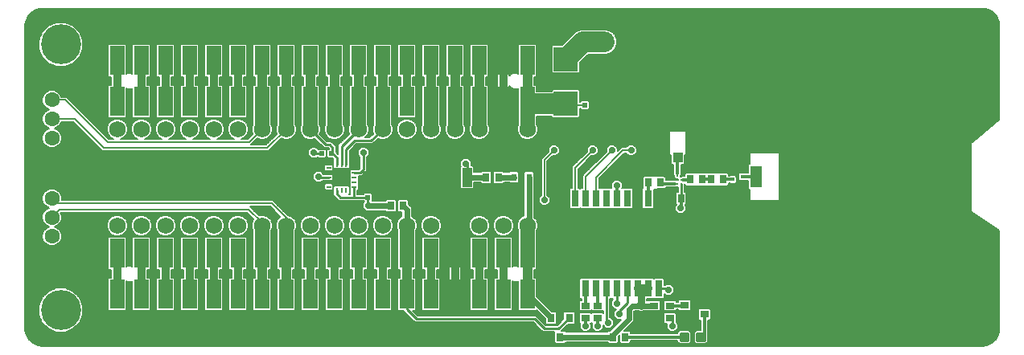
<source format=gtl>
G75*
%MOIN*%
%OFA0B0*%
%FSLAX25Y25*%
%IPPOS*%
%LPD*%
%AMOC8*
5,1,8,0,0,1.08239X$1,22.5*
%
%ADD10R,0.01969X0.00984*%
%ADD11R,0.00984X0.01969*%
%ADD12R,0.01969X0.01969*%
%ADD13R,0.03100X0.03500*%
%ADD14C,0.08600*%
%ADD15R,0.10000X0.10000*%
%ADD16C,0.06900*%
%ADD17R,0.06000X0.12000*%
%ADD18C,0.01181*%
%ADD19R,0.02756X0.03543*%
%ADD20R,0.03543X0.02756*%
%ADD21R,0.02756X0.07087*%
%ADD22R,0.03150X0.07087*%
%ADD23C,0.00902*%
%ADD24R,0.03937X0.04134*%
%ADD25R,0.04134X0.08661*%
%ADD26R,0.02362X0.03150*%
%ADD27R,0.04724X0.09055*%
%ADD28R,0.19685X0.25591*%
%ADD29C,0.06299*%
%ADD30R,0.01378X0.01673*%
%ADD31R,0.03937X0.07874*%
%ADD32R,0.04331X0.11811*%
%ADD33R,0.03543X0.03150*%
%ADD34C,0.00600*%
%ADD35C,0.02900*%
%ADD36C,0.16598*%
%ADD37C,0.04000*%
%ADD38C,0.01000*%
%ADD39C,0.06000*%
%ADD40C,0.02400*%
%ADD41C,0.08600*%
%ADD42C,0.03200*%
%ADD43C,0.00800*%
%ADD44C,0.00900*%
%ADD45C,0.01200*%
%ADD46C,0.01700*%
%ADD47C,0.01375*%
%ADD48C,0.03000*%
%ADD49C,0.01330*%
D10*
X0156595Y0125191D03*
X0156595Y0127159D03*
X0156595Y0129128D03*
X0156595Y0131096D03*
X0156595Y0133065D03*
X0167225Y0133065D03*
X0167225Y0131096D03*
X0167225Y0129128D03*
X0167225Y0127159D03*
X0167225Y0125191D03*
D11*
X0163879Y0123813D03*
X0161910Y0123813D03*
X0159942Y0123813D03*
X0159942Y0134443D03*
X0161910Y0134443D03*
X0163879Y0134443D03*
D12*
X0157753Y0138990D03*
X0153753Y0138990D03*
X0172753Y0124801D03*
X0172753Y0120801D03*
X0262745Y0159092D03*
X0266745Y0159092D03*
D13*
X0256318Y0070793D03*
X0248718Y0070793D03*
X0252518Y0062793D03*
D14*
X0270863Y0185293D03*
X0284642Y0185293D03*
D15*
X0254839Y0178173D03*
X0254839Y0159673D03*
D16*
X0238934Y0149128D03*
X0228934Y0149128D03*
X0218934Y0149128D03*
X0208934Y0149128D03*
X0198934Y0149128D03*
X0188934Y0149128D03*
X0178934Y0149128D03*
X0168934Y0149128D03*
X0158934Y0149128D03*
X0148934Y0149128D03*
X0138934Y0149128D03*
X0128934Y0149128D03*
X0118934Y0149128D03*
X0108934Y0149128D03*
X0098934Y0149128D03*
X0088934Y0149128D03*
X0078934Y0149128D03*
X0068934Y0149128D03*
X0068934Y0109128D03*
X0078934Y0109128D03*
X0088934Y0109128D03*
X0098934Y0109128D03*
X0108934Y0109128D03*
X0118934Y0109128D03*
X0128934Y0109128D03*
X0138934Y0109128D03*
X0148934Y0109128D03*
X0158934Y0109128D03*
X0168934Y0109128D03*
X0178934Y0109128D03*
X0188934Y0109128D03*
X0198934Y0109128D03*
X0208934Y0109128D03*
X0218934Y0109128D03*
X0228934Y0109128D03*
X0238934Y0109128D03*
D17*
X0238934Y0097628D03*
X0228934Y0097628D03*
X0218934Y0097628D03*
X0208934Y0097628D03*
X0198934Y0097628D03*
X0188934Y0097628D03*
X0178934Y0097628D03*
X0168934Y0097628D03*
X0158934Y0097628D03*
X0148934Y0097628D03*
X0138934Y0097628D03*
X0128934Y0097628D03*
X0118934Y0097628D03*
X0108934Y0097628D03*
X0098934Y0097628D03*
X0088934Y0097628D03*
X0078934Y0097628D03*
X0068934Y0097628D03*
X0068934Y0080628D03*
X0078934Y0080628D03*
X0088934Y0080628D03*
X0098934Y0080628D03*
X0108934Y0080628D03*
X0118934Y0080628D03*
X0128934Y0080628D03*
X0138934Y0080628D03*
X0148934Y0080628D03*
X0158934Y0080628D03*
X0168934Y0080628D03*
X0178934Y0080628D03*
X0188934Y0080628D03*
X0198934Y0080628D03*
X0208934Y0080628D03*
X0218934Y0080628D03*
X0228934Y0080628D03*
X0238934Y0080628D03*
X0238934Y0160628D03*
X0228934Y0160628D03*
X0218934Y0160628D03*
X0208934Y0160628D03*
X0198934Y0160628D03*
X0188934Y0160628D03*
X0178934Y0160628D03*
X0168934Y0160628D03*
X0158934Y0160628D03*
X0148934Y0160628D03*
X0138934Y0160628D03*
X0128934Y0160628D03*
X0118934Y0160628D03*
X0108934Y0160628D03*
X0098934Y0160628D03*
X0088934Y0160628D03*
X0078934Y0160628D03*
X0068934Y0160628D03*
X0068934Y0177628D03*
X0078934Y0177628D03*
X0088934Y0177628D03*
X0098934Y0177628D03*
X0108934Y0177628D03*
X0118934Y0177628D03*
X0128934Y0177628D03*
X0138934Y0177628D03*
X0148934Y0177628D03*
X0158934Y0177628D03*
X0168934Y0177628D03*
X0178934Y0177628D03*
X0188934Y0177628D03*
X0198934Y0177628D03*
X0208934Y0177628D03*
X0218934Y0177628D03*
X0228934Y0177628D03*
X0238934Y0177628D03*
D18*
X0302587Y0064171D02*
X0302587Y0061415D01*
X0302587Y0064171D02*
X0305343Y0064171D01*
X0305343Y0061415D01*
X0302587Y0061415D01*
X0302587Y0062595D02*
X0305343Y0062595D01*
X0305343Y0063775D02*
X0302587Y0063775D01*
X0309493Y0064171D02*
X0309493Y0061415D01*
X0309493Y0064171D02*
X0312249Y0064171D01*
X0312249Y0061415D01*
X0309493Y0061415D01*
X0309493Y0062595D02*
X0312249Y0062595D01*
X0312249Y0063775D02*
X0309493Y0063775D01*
D19*
X0279477Y0062793D03*
X0274359Y0062793D03*
X0187477Y0117293D03*
X0182359Y0117293D03*
X0221839Y0129128D03*
X0226957Y0129128D03*
X0288946Y0126923D03*
X0294064Y0126923D03*
X0302591Y0120258D03*
X0307709Y0120258D03*
X0306383Y0128222D03*
X0311501Y0128222D03*
X0314946Y0128222D03*
X0320064Y0128222D03*
D20*
X0297918Y0075852D03*
X0291418Y0075852D03*
X0285918Y0075852D03*
X0285918Y0070734D03*
X0291418Y0070734D03*
X0297918Y0070734D03*
X0267918Y0070734D03*
X0262918Y0070734D03*
X0262918Y0075852D03*
X0267918Y0075852D03*
D21*
X0258658Y0083010D03*
X0293304Y0083010D03*
X0293304Y0120411D03*
X0258658Y0120411D03*
D22*
X0262989Y0120411D03*
X0267320Y0120411D03*
X0271650Y0120411D03*
X0275981Y0120411D03*
X0280312Y0120411D03*
X0284642Y0120411D03*
X0288973Y0120411D03*
X0288973Y0083010D03*
X0284642Y0083010D03*
X0280312Y0083010D03*
X0275981Y0083010D03*
X0271650Y0083010D03*
X0267320Y0083010D03*
X0262989Y0083010D03*
D23*
X0301056Y0126537D03*
X0302631Y0126537D03*
X0302631Y0128112D03*
X0302631Y0129687D03*
X0301056Y0129687D03*
X0301056Y0128112D03*
D24*
X0301272Y0137275D03*
D25*
X0295465Y0143289D03*
X0307079Y0143289D03*
D26*
X0239595Y0129128D03*
X0233296Y0129128D03*
D27*
X0333808Y0129403D03*
D28*
X0341288Y0152041D03*
X0392863Y0152041D03*
X0392863Y0106765D03*
X0341288Y0106765D03*
D29*
X0041926Y0104655D03*
X0041926Y0096781D03*
X0041926Y0112529D03*
X0041926Y0120403D03*
X0041926Y0137600D03*
X0041926Y0145474D03*
X0041926Y0153348D03*
X0041926Y0161222D03*
D30*
X0324032Y0130515D03*
X0326001Y0130515D03*
X0326001Y0128252D03*
X0324032Y0128252D03*
X0327969Y0129384D03*
D31*
X0213920Y0129128D03*
D32*
X0187542Y0129128D03*
D33*
X0303981Y0076033D03*
X0312249Y0072293D03*
X0303981Y0068553D03*
D34*
X0036424Y0059335D02*
X0033910Y0060376D01*
X0031985Y0062300D01*
X0030944Y0064814D01*
X0030810Y0066175D01*
X0030810Y0192159D01*
X0030944Y0193520D01*
X0031985Y0196034D01*
X0033910Y0197958D01*
X0036424Y0198999D01*
X0037784Y0199133D01*
X0427548Y0199133D01*
X0428908Y0198999D01*
X0431422Y0197958D01*
X0433347Y0196034D01*
X0434388Y0193520D01*
X0434522Y0192159D01*
X0434522Y0191786D01*
X0434530Y0191778D01*
X0434530Y0153203D01*
X0423293Y0143839D01*
X0423246Y0143839D01*
X0423011Y0143604D01*
X0422756Y0143391D01*
X0422752Y0143345D01*
X0422719Y0143311D01*
X0422719Y0142979D01*
X0422689Y0142649D01*
X0422719Y0142613D01*
X0422719Y0115652D01*
X0422663Y0115569D01*
X0422719Y0115290D01*
X0422719Y0115007D01*
X0422790Y0114936D01*
X0422809Y0114838D01*
X0423045Y0114680D01*
X0423246Y0114480D01*
X0423346Y0114480D01*
X0434530Y0107024D01*
X0434530Y0066556D01*
X0434522Y0066548D01*
X0434522Y0066175D01*
X0434388Y0064814D01*
X0433347Y0062300D01*
X0431422Y0060376D01*
X0428908Y0059335D01*
X0427548Y0059201D01*
X0037784Y0059201D01*
X0036424Y0059335D01*
X0036049Y0059490D02*
X0429283Y0059490D01*
X0430728Y0060089D02*
X0313030Y0060089D01*
X0312866Y0059924D02*
X0313739Y0060798D01*
X0313739Y0063540D01*
X0313749Y0063550D01*
X0313749Y0069818D01*
X0314393Y0069818D01*
X0314920Y0070345D01*
X0314920Y0074241D01*
X0314393Y0074768D01*
X0310104Y0074768D01*
X0309577Y0074241D01*
X0309577Y0070345D01*
X0310104Y0069818D01*
X0310749Y0069818D01*
X0310749Y0065661D01*
X0308875Y0065661D01*
X0308002Y0064788D01*
X0308002Y0060798D01*
X0308875Y0059924D01*
X0312866Y0059924D01*
X0313629Y0060687D02*
X0431733Y0060687D01*
X0432332Y0061286D02*
X0313739Y0061286D01*
X0313739Y0061884D02*
X0432930Y0061884D01*
X0433422Y0062483D02*
X0313739Y0062483D01*
X0313739Y0063081D02*
X0433670Y0063081D01*
X0433918Y0063680D02*
X0313749Y0063680D01*
X0313749Y0064278D02*
X0434166Y0064278D01*
X0434394Y0064877D02*
X0313749Y0064877D01*
X0313749Y0065475D02*
X0434453Y0065475D01*
X0434512Y0066074D02*
X0313749Y0066074D01*
X0313749Y0066672D02*
X0434530Y0066672D01*
X0434530Y0067271D02*
X0313749Y0067271D01*
X0313749Y0067869D02*
X0434530Y0067869D01*
X0434530Y0068468D02*
X0313749Y0068468D01*
X0313749Y0069066D02*
X0434530Y0069066D01*
X0434530Y0069665D02*
X0313749Y0069665D01*
X0314838Y0070263D02*
X0434530Y0070263D01*
X0434530Y0070862D02*
X0314920Y0070862D01*
X0314920Y0071460D02*
X0434530Y0071460D01*
X0434530Y0072059D02*
X0314920Y0072059D01*
X0314920Y0072657D02*
X0434530Y0072657D01*
X0434530Y0073256D02*
X0314920Y0073256D01*
X0314920Y0073854D02*
X0434530Y0073854D01*
X0434530Y0074453D02*
X0314708Y0074453D01*
X0309789Y0074453D02*
X0306653Y0074453D01*
X0306653Y0074086D02*
X0306653Y0077981D01*
X0306125Y0078508D01*
X0301837Y0078508D01*
X0301309Y0077981D01*
X0301309Y0077352D01*
X0300590Y0077352D01*
X0300590Y0077603D01*
X0300062Y0078130D01*
X0295774Y0078130D01*
X0295246Y0077603D01*
X0295246Y0074101D01*
X0295774Y0073574D01*
X0300062Y0073574D01*
X0300590Y0074101D01*
X0300590Y0074352D01*
X0301309Y0074352D01*
X0301309Y0074086D01*
X0301837Y0073558D01*
X0306125Y0073558D01*
X0306653Y0074086D01*
X0306421Y0073854D02*
X0309577Y0073854D01*
X0309577Y0073256D02*
X0283018Y0073256D01*
X0283018Y0073423D02*
X0283347Y0073752D01*
X0283596Y0073752D01*
X0283774Y0073574D01*
X0285146Y0073574D01*
X0285441Y0073452D01*
X0286395Y0073452D01*
X0286690Y0073574D01*
X0288062Y0073574D01*
X0288240Y0073752D01*
X0289096Y0073752D01*
X0289274Y0073574D01*
X0293562Y0073574D01*
X0294090Y0074101D01*
X0294090Y0077603D01*
X0293562Y0078130D01*
X0289274Y0078130D01*
X0289096Y0077952D01*
X0288318Y0077952D01*
X0288318Y0078566D01*
X0290921Y0078566D01*
X0291237Y0078882D01*
X0291553Y0078566D01*
X0295055Y0078566D01*
X0295582Y0079093D01*
X0295582Y0080806D01*
X0296445Y0079943D01*
X0298391Y0079943D01*
X0299768Y0081320D01*
X0299768Y0083266D01*
X0298391Y0084643D01*
X0296445Y0084643D01*
X0296211Y0084410D01*
X0295582Y0084410D01*
X0295582Y0086926D01*
X0295055Y0087453D01*
X0291553Y0087453D01*
X0291237Y0087137D01*
X0290921Y0087453D01*
X0287025Y0087453D01*
X0286808Y0087235D01*
X0286590Y0087453D01*
X0282695Y0087453D01*
X0282477Y0087235D01*
X0282259Y0087453D01*
X0278364Y0087453D01*
X0278146Y0087235D01*
X0277929Y0087453D01*
X0274033Y0087453D01*
X0273816Y0087235D01*
X0273598Y0087453D01*
X0269703Y0087453D01*
X0269485Y0087235D01*
X0269267Y0087453D01*
X0265372Y0087453D01*
X0265154Y0087235D01*
X0264936Y0087453D01*
X0261041Y0087453D01*
X0260514Y0086926D01*
X0260514Y0079093D01*
X0261041Y0078566D01*
X0261418Y0078566D01*
X0261418Y0078130D01*
X0260774Y0078130D01*
X0260246Y0077603D01*
X0260246Y0074101D01*
X0260774Y0073574D01*
X0265062Y0073574D01*
X0265418Y0073930D01*
X0265774Y0073574D01*
X0270062Y0073574D01*
X0270250Y0073762D01*
X0270250Y0072824D01*
X0270062Y0073012D01*
X0265774Y0073012D01*
X0265418Y0072656D01*
X0265062Y0073012D01*
X0260774Y0073012D01*
X0260246Y0072485D01*
X0260246Y0068983D01*
X0260766Y0068464D01*
X0260568Y0068266D01*
X0260568Y0066320D01*
X0261945Y0064943D01*
X0263891Y0064943D01*
X0265268Y0066320D01*
X0265268Y0068266D01*
X0265070Y0068464D01*
X0265418Y0068812D01*
X0265766Y0068464D01*
X0265568Y0068266D01*
X0265568Y0066320D01*
X0266945Y0064943D01*
X0268891Y0064943D01*
X0270268Y0066320D01*
X0270268Y0067620D01*
X0271445Y0066443D01*
X0273391Y0066443D01*
X0274768Y0067820D01*
X0274768Y0069766D01*
X0273391Y0071143D01*
X0273050Y0071143D01*
X0273050Y0078566D01*
X0273598Y0078566D01*
X0273816Y0078784D01*
X0274033Y0078566D01*
X0274368Y0078566D01*
X0273568Y0077766D01*
X0273568Y0075820D01*
X0274945Y0074443D01*
X0275588Y0074443D01*
X0275518Y0074373D01*
X0275518Y0074216D01*
X0274568Y0073266D01*
X0274568Y0071320D01*
X0275945Y0069943D01*
X0277598Y0069943D01*
X0273120Y0065465D01*
X0272608Y0065465D01*
X0272081Y0064937D01*
X0272081Y0064893D01*
X0254968Y0064893D01*
X0254968Y0064916D01*
X0254441Y0065443D01*
X0252948Y0065443D01*
X0255648Y0068143D01*
X0258241Y0068143D01*
X0258768Y0068670D01*
X0258768Y0072916D01*
X0258241Y0073443D01*
X0254395Y0073443D01*
X0253868Y0072916D01*
X0253868Y0070323D01*
X0251238Y0067693D01*
X0246498Y0067693D01*
X0242498Y0071693D01*
X0193498Y0071693D01*
X0191463Y0073728D01*
X0192307Y0073728D01*
X0192834Y0074255D01*
X0192834Y0087000D01*
X0192307Y0087528D01*
X0191818Y0087528D01*
X0191818Y0090728D01*
X0192307Y0090728D01*
X0192834Y0091255D01*
X0192834Y0107176D01*
X0193284Y0108262D01*
X0193284Y0109993D01*
X0192621Y0111592D01*
X0191398Y0112815D01*
X0191034Y0112966D01*
X0191034Y0116706D01*
X0189804Y0117936D01*
X0189755Y0117985D01*
X0189755Y0119437D01*
X0189228Y0119965D01*
X0185726Y0119965D01*
X0185199Y0119437D01*
X0185199Y0115149D01*
X0185726Y0114621D01*
X0186834Y0114621D01*
X0186834Y0112966D01*
X0186470Y0112815D01*
X0185246Y0111592D01*
X0184584Y0109993D01*
X0184584Y0108262D01*
X0185034Y0107176D01*
X0185034Y0091255D01*
X0185561Y0090728D01*
X0186018Y0090728D01*
X0186018Y0087528D01*
X0185561Y0087528D01*
X0185034Y0087000D01*
X0185034Y0074255D01*
X0185561Y0073728D01*
X0187534Y0073728D01*
X0187534Y0073697D01*
X0188354Y0072877D01*
X0191518Y0069713D01*
X0192338Y0068893D01*
X0241338Y0068893D01*
X0244518Y0065713D01*
X0245338Y0064893D01*
X0250068Y0064893D01*
X0250068Y0060670D01*
X0250595Y0060143D01*
X0254441Y0060143D01*
X0254968Y0060670D01*
X0254968Y0060693D01*
X0272081Y0060693D01*
X0272081Y0060649D01*
X0272608Y0060121D01*
X0276110Y0060121D01*
X0276637Y0060649D01*
X0276637Y0063042D01*
X0277199Y0063604D01*
X0277199Y0060649D01*
X0277726Y0060121D01*
X0281228Y0060121D01*
X0281755Y0060649D01*
X0281755Y0061293D01*
X0301097Y0061293D01*
X0301097Y0060798D01*
X0301970Y0059924D01*
X0305961Y0059924D01*
X0306834Y0060798D01*
X0306834Y0064788D01*
X0305961Y0065661D01*
X0301970Y0065661D01*
X0301097Y0064788D01*
X0301097Y0064293D01*
X0281755Y0064293D01*
X0281755Y0064937D01*
X0281228Y0065465D01*
X0279059Y0065465D01*
X0281788Y0068193D01*
X0283018Y0069423D01*
X0283018Y0073423D01*
X0283018Y0072657D02*
X0295419Y0072657D01*
X0295246Y0072485D02*
X0295246Y0068983D01*
X0295774Y0068456D01*
X0296758Y0068456D01*
X0296568Y0068266D01*
X0296568Y0066320D01*
X0297945Y0064943D01*
X0299891Y0064943D01*
X0301268Y0066320D01*
X0301268Y0068266D01*
X0300570Y0068964D01*
X0300590Y0068983D01*
X0300590Y0072485D01*
X0300062Y0073012D01*
X0295774Y0073012D01*
X0295246Y0072485D01*
X0295246Y0072059D02*
X0283018Y0072059D01*
X0283018Y0071460D02*
X0295246Y0071460D01*
X0295246Y0070862D02*
X0283018Y0070862D01*
X0283018Y0070263D02*
X0295246Y0070263D01*
X0295246Y0069665D02*
X0283018Y0069665D01*
X0282661Y0069066D02*
X0295246Y0069066D01*
X0295762Y0068468D02*
X0282063Y0068468D01*
X0281464Y0067869D02*
X0296568Y0067869D01*
X0296568Y0067271D02*
X0280865Y0067271D01*
X0280267Y0066672D02*
X0296568Y0066672D01*
X0296814Y0066074D02*
X0279668Y0066074D01*
X0279070Y0065475D02*
X0297412Y0065475D01*
X0300424Y0065475D02*
X0301784Y0065475D01*
X0301185Y0064877D02*
X0281755Y0064877D01*
X0277199Y0063081D02*
X0276676Y0063081D01*
X0276637Y0062483D02*
X0277199Y0062483D01*
X0277199Y0061884D02*
X0276637Y0061884D01*
X0276637Y0061286D02*
X0277199Y0061286D01*
X0277199Y0060687D02*
X0276637Y0060687D01*
X0272081Y0060687D02*
X0254968Y0060687D01*
X0250068Y0060687D02*
X0033599Y0060687D01*
X0033000Y0061286D02*
X0250068Y0061286D01*
X0250068Y0061884D02*
X0032402Y0061884D01*
X0031910Y0062483D02*
X0250068Y0062483D01*
X0250068Y0063081D02*
X0031662Y0063081D01*
X0031414Y0063680D02*
X0250068Y0063680D01*
X0250068Y0064278D02*
X0031166Y0064278D01*
X0030938Y0064877D02*
X0043752Y0064877D01*
X0043836Y0064842D02*
X0047496Y0064842D01*
X0050877Y0066242D01*
X0053465Y0068830D01*
X0054865Y0072211D01*
X0054865Y0075871D01*
X0053465Y0079252D01*
X0050877Y0081840D01*
X0047496Y0083240D01*
X0043836Y0083240D01*
X0040455Y0081840D01*
X0037867Y0079252D01*
X0036467Y0075871D01*
X0036467Y0072211D01*
X0037867Y0068830D01*
X0040455Y0066242D01*
X0043836Y0064842D01*
X0042307Y0065475D02*
X0030879Y0065475D01*
X0030820Y0066074D02*
X0040862Y0066074D01*
X0040025Y0066672D02*
X0030810Y0066672D01*
X0030810Y0067271D02*
X0039427Y0067271D01*
X0038828Y0067869D02*
X0030810Y0067869D01*
X0030810Y0068468D02*
X0038230Y0068468D01*
X0037769Y0069066D02*
X0030810Y0069066D01*
X0030810Y0069665D02*
X0037522Y0069665D01*
X0037274Y0070263D02*
X0030810Y0070263D01*
X0030810Y0070862D02*
X0037026Y0070862D01*
X0036778Y0071460D02*
X0030810Y0071460D01*
X0030810Y0072059D02*
X0036530Y0072059D01*
X0036467Y0072657D02*
X0030810Y0072657D01*
X0030810Y0073256D02*
X0036467Y0073256D01*
X0036467Y0073854D02*
X0030810Y0073854D01*
X0030810Y0074453D02*
X0036467Y0074453D01*
X0036467Y0075051D02*
X0030810Y0075051D01*
X0030810Y0075650D02*
X0036467Y0075650D01*
X0036623Y0076248D02*
X0030810Y0076248D01*
X0030810Y0076847D02*
X0036871Y0076847D01*
X0037119Y0077445D02*
X0030810Y0077445D01*
X0030810Y0078044D02*
X0037367Y0078044D01*
X0037615Y0078642D02*
X0030810Y0078642D01*
X0030810Y0079241D02*
X0037863Y0079241D01*
X0038455Y0079839D02*
X0030810Y0079839D01*
X0030810Y0080438D02*
X0039053Y0080438D01*
X0039652Y0081036D02*
X0030810Y0081036D01*
X0030810Y0081635D02*
X0040250Y0081635D01*
X0041406Y0082233D02*
X0030810Y0082233D01*
X0030810Y0082832D02*
X0042851Y0082832D01*
X0048481Y0082832D02*
X0065034Y0082832D01*
X0065034Y0083430D02*
X0030810Y0083430D01*
X0030810Y0084029D02*
X0065034Y0084029D01*
X0065034Y0084627D02*
X0030810Y0084627D01*
X0030810Y0085226D02*
X0065034Y0085226D01*
X0065034Y0085825D02*
X0030810Y0085825D01*
X0030810Y0086423D02*
X0065034Y0086423D01*
X0065034Y0087000D02*
X0065034Y0074255D01*
X0065561Y0073728D01*
X0072307Y0073728D01*
X0072834Y0074255D01*
X0072834Y0086052D01*
X0073285Y0085865D01*
X0074583Y0085865D01*
X0075034Y0086052D01*
X0075034Y0074255D01*
X0075561Y0073728D01*
X0082307Y0073728D01*
X0082834Y0074255D01*
X0082834Y0087000D01*
X0082307Y0087528D01*
X0081418Y0087528D01*
X0081418Y0090728D01*
X0082307Y0090728D01*
X0082834Y0091255D01*
X0082834Y0104000D01*
X0082307Y0104528D01*
X0075561Y0104528D01*
X0075034Y0104000D01*
X0075034Y0092203D01*
X0074583Y0092390D01*
X0073285Y0092390D01*
X0072834Y0092203D01*
X0072834Y0104000D01*
X0072307Y0104528D01*
X0065561Y0104528D01*
X0065034Y0104000D01*
X0065034Y0091255D01*
X0065561Y0090728D01*
X0066418Y0090728D01*
X0066418Y0087528D01*
X0065561Y0087528D01*
X0065034Y0087000D01*
X0065055Y0087022D02*
X0030810Y0087022D01*
X0030810Y0087620D02*
X0066418Y0087620D01*
X0066418Y0088219D02*
X0030810Y0088219D01*
X0030810Y0088817D02*
X0066418Y0088817D01*
X0066418Y0089416D02*
X0030810Y0089416D01*
X0030810Y0090014D02*
X0066418Y0090014D01*
X0066418Y0090613D02*
X0030810Y0090613D01*
X0030810Y0091211D02*
X0065077Y0091211D01*
X0065034Y0091810D02*
X0030810Y0091810D01*
X0030810Y0092408D02*
X0065034Y0092408D01*
X0065034Y0093007D02*
X0030810Y0093007D01*
X0030810Y0093605D02*
X0065034Y0093605D01*
X0065034Y0094204D02*
X0030810Y0094204D01*
X0030810Y0094802D02*
X0065034Y0094802D01*
X0065034Y0095401D02*
X0030810Y0095401D01*
X0030810Y0095999D02*
X0065034Y0095999D01*
X0065034Y0096598D02*
X0030810Y0096598D01*
X0030810Y0097196D02*
X0065034Y0097196D01*
X0065034Y0097795D02*
X0030810Y0097795D01*
X0030810Y0098393D02*
X0065034Y0098393D01*
X0065034Y0098992D02*
X0030810Y0098992D01*
X0030810Y0099590D02*
X0065034Y0099590D01*
X0065034Y0100189D02*
X0030810Y0100189D01*
X0030810Y0100787D02*
X0040682Y0100787D01*
X0041120Y0100606D02*
X0039632Y0101222D01*
X0038493Y0102361D01*
X0037876Y0103850D01*
X0037876Y0105461D01*
X0038493Y0106949D01*
X0039632Y0108088D01*
X0040849Y0108592D01*
X0039632Y0109096D01*
X0038493Y0110235D01*
X0037876Y0111724D01*
X0037876Y0113335D01*
X0038493Y0114823D01*
X0039632Y0115962D01*
X0040849Y0116466D01*
X0039632Y0116970D01*
X0038493Y0118109D01*
X0037876Y0119598D01*
X0037876Y0121209D01*
X0038493Y0122697D01*
X0039632Y0123836D01*
X0041120Y0124453D01*
X0042731Y0124453D01*
X0044220Y0123836D01*
X0045359Y0122697D01*
X0045975Y0121209D01*
X0045975Y0119598D01*
X0045973Y0119593D01*
X0133456Y0119593D01*
X0139472Y0113577D01*
X0139572Y0113478D01*
X0139799Y0113478D01*
X0141398Y0112815D01*
X0142621Y0111592D01*
X0143284Y0109993D01*
X0143284Y0108262D01*
X0142834Y0107176D01*
X0142834Y0091255D01*
X0142307Y0090728D01*
X0141834Y0090728D01*
X0141834Y0087528D01*
X0142307Y0087528D01*
X0142834Y0087000D01*
X0142834Y0074255D01*
X0142307Y0073728D01*
X0135561Y0073728D01*
X0135034Y0074255D01*
X0135034Y0087000D01*
X0135561Y0087528D01*
X0136034Y0087528D01*
X0136034Y0090728D01*
X0135561Y0090728D01*
X0135034Y0091255D01*
X0135034Y0107176D01*
X0134584Y0108262D01*
X0134584Y0109993D01*
X0135246Y0111592D01*
X0136470Y0112815D01*
X0136531Y0112841D01*
X0132379Y0116993D01*
X0124056Y0116993D01*
X0127717Y0113332D01*
X0128068Y0113478D01*
X0129799Y0113478D01*
X0131398Y0112815D01*
X0132621Y0111592D01*
X0133284Y0109993D01*
X0133284Y0108262D01*
X0132834Y0107176D01*
X0132834Y0091255D01*
X0132307Y0090728D01*
X0131834Y0090728D01*
X0131834Y0087528D01*
X0132307Y0087528D01*
X0132834Y0087000D01*
X0132834Y0074255D01*
X0132307Y0073728D01*
X0125561Y0073728D01*
X0125034Y0074255D01*
X0125034Y0087000D01*
X0125561Y0087528D01*
X0126034Y0087528D01*
X0126034Y0090728D01*
X0125561Y0090728D01*
X0125034Y0091255D01*
X0125034Y0107176D01*
X0124584Y0108262D01*
X0124584Y0109993D01*
X0125246Y0111592D01*
X0125513Y0111859D01*
X0122879Y0114493D01*
X0045728Y0114493D01*
X0045564Y0114329D01*
X0045975Y0113335D01*
X0045975Y0111724D01*
X0045359Y0110235D01*
X0044220Y0109096D01*
X0043003Y0108592D01*
X0044220Y0108088D01*
X0045359Y0106949D01*
X0045975Y0105461D01*
X0045975Y0103850D01*
X0045359Y0102361D01*
X0044220Y0101222D01*
X0042731Y0100606D01*
X0041120Y0100606D01*
X0039468Y0101386D02*
X0030810Y0101386D01*
X0030810Y0101984D02*
X0038870Y0101984D01*
X0038401Y0102583D02*
X0030810Y0102583D01*
X0030810Y0103181D02*
X0038153Y0103181D01*
X0037905Y0103780D02*
X0030810Y0103780D01*
X0030810Y0104378D02*
X0037876Y0104378D01*
X0037876Y0104977D02*
X0030810Y0104977D01*
X0030810Y0105575D02*
X0037924Y0105575D01*
X0038172Y0106174D02*
X0030810Y0106174D01*
X0030810Y0106772D02*
X0038420Y0106772D01*
X0038915Y0107371D02*
X0030810Y0107371D01*
X0030810Y0107969D02*
X0039513Y0107969D01*
X0039562Y0109166D02*
X0030810Y0109166D01*
X0030810Y0108568D02*
X0040790Y0108568D01*
X0038963Y0109765D02*
X0030810Y0109765D01*
X0030810Y0110363D02*
X0038440Y0110363D01*
X0038192Y0110962D02*
X0030810Y0110962D01*
X0030810Y0111560D02*
X0037944Y0111560D01*
X0037876Y0112159D02*
X0030810Y0112159D01*
X0030810Y0112758D02*
X0037876Y0112758D01*
X0037885Y0113356D02*
X0030810Y0113356D01*
X0030810Y0113955D02*
X0038133Y0113955D01*
X0038381Y0114553D02*
X0030810Y0114553D01*
X0030810Y0115152D02*
X0038821Y0115152D01*
X0039420Y0115750D02*
X0030810Y0115750D01*
X0030810Y0116349D02*
X0040565Y0116349D01*
X0039688Y0116947D02*
X0030810Y0116947D01*
X0030810Y0117546D02*
X0039056Y0117546D01*
X0038478Y0118144D02*
X0030810Y0118144D01*
X0030810Y0118743D02*
X0038230Y0118743D01*
X0037983Y0119341D02*
X0030810Y0119341D01*
X0030810Y0119940D02*
X0037876Y0119940D01*
X0037876Y0120538D02*
X0030810Y0120538D01*
X0030810Y0121137D02*
X0037876Y0121137D01*
X0038094Y0121735D02*
X0030810Y0121735D01*
X0030810Y0122334D02*
X0038342Y0122334D01*
X0038728Y0122932D02*
X0030810Y0122932D01*
X0030810Y0123531D02*
X0039326Y0123531D01*
X0040339Y0124129D02*
X0030810Y0124129D01*
X0030810Y0124728D02*
X0154711Y0124728D01*
X0154711Y0124326D02*
X0155238Y0123798D01*
X0157952Y0123798D01*
X0158479Y0124326D01*
X0158479Y0126056D01*
X0157952Y0126583D01*
X0155238Y0126583D01*
X0154711Y0126056D01*
X0154711Y0124326D01*
X0154907Y0124129D02*
X0043513Y0124129D01*
X0044525Y0123531D02*
X0158542Y0123531D01*
X0158542Y0124129D02*
X0158283Y0124129D01*
X0158542Y0124393D02*
X0158542Y0121689D01*
X0160018Y0120213D01*
X0160838Y0119393D01*
X0161998Y0119393D01*
X0162006Y0119401D01*
X0170911Y0119401D01*
X0171307Y0119005D01*
X0170568Y0118266D01*
X0170568Y0116320D01*
X0171945Y0114943D01*
X0173891Y0114943D01*
X0174141Y0115193D01*
X0180081Y0115193D01*
X0180081Y0115149D01*
X0180608Y0114621D01*
X0184110Y0114621D01*
X0184637Y0115149D01*
X0184637Y0119437D01*
X0184110Y0119965D01*
X0180608Y0119965D01*
X0180081Y0119437D01*
X0180081Y0119393D01*
X0174586Y0119393D01*
X0174637Y0119444D01*
X0174637Y0122158D01*
X0174110Y0122685D01*
X0171396Y0122685D01*
X0170911Y0122201D01*
X0168318Y0122201D01*
X0168318Y0123798D01*
X0168582Y0123798D01*
X0169109Y0124326D01*
X0169109Y0126056D01*
X0168990Y0126175D01*
X0169109Y0126294D01*
X0169109Y0128024D01*
X0168990Y0128143D01*
X0169109Y0128263D01*
X0169109Y0129696D01*
X0170301Y0129696D01*
X0171498Y0130893D01*
X0172318Y0131713D01*
X0172318Y0137370D01*
X0173268Y0138320D01*
X0173268Y0140266D01*
X0171891Y0141643D01*
X0169945Y0141643D01*
X0168568Y0140266D01*
X0168568Y0138320D01*
X0169518Y0137370D01*
X0169518Y0132873D01*
X0169141Y0132496D01*
X0166645Y0132496D01*
X0166637Y0132488D01*
X0165868Y0132488D01*
X0165341Y0131961D01*
X0165341Y0130231D01*
X0165460Y0130112D01*
X0165341Y0129993D01*
X0165341Y0128263D01*
X0165460Y0128143D01*
X0165341Y0128024D01*
X0165341Y0126294D01*
X0165460Y0126175D01*
X0165341Y0126056D01*
X0165341Y0124326D01*
X0165518Y0124149D01*
X0165518Y0122201D01*
X0165016Y0122201D01*
X0165271Y0122456D01*
X0165271Y0125170D01*
X0164744Y0125697D01*
X0163014Y0125697D01*
X0162894Y0125578D01*
X0162775Y0125697D01*
X0161045Y0125697D01*
X0160926Y0125578D01*
X0160807Y0125697D01*
X0159077Y0125697D01*
X0158549Y0125170D01*
X0158549Y0124400D01*
X0158542Y0124393D01*
X0158549Y0124728D02*
X0158479Y0124728D01*
X0158479Y0125326D02*
X0158706Y0125326D01*
X0158479Y0125925D02*
X0165341Y0125925D01*
X0165341Y0126523D02*
X0158012Y0126523D01*
X0157952Y0127736D02*
X0158479Y0128263D01*
X0158479Y0129993D01*
X0157952Y0130520D01*
X0157183Y0130520D01*
X0157175Y0130528D01*
X0154507Y0130528D01*
X0153391Y0131643D01*
X0151445Y0131643D01*
X0150068Y0130266D01*
X0150068Y0128320D01*
X0151445Y0126943D01*
X0153391Y0126943D01*
X0154176Y0127728D01*
X0157175Y0127728D01*
X0157183Y0127736D01*
X0157952Y0127736D01*
X0158479Y0128319D02*
X0165341Y0128319D01*
X0165341Y0128917D02*
X0158479Y0128917D01*
X0158479Y0129516D02*
X0165341Y0129516D01*
X0165458Y0130114D02*
X0158358Y0130114D01*
X0157952Y0131673D02*
X0155238Y0131673D01*
X0154711Y0132200D01*
X0154711Y0133930D01*
X0155238Y0134457D01*
X0157952Y0134457D01*
X0158479Y0133930D01*
X0158479Y0132200D01*
X0157952Y0131673D01*
X0158190Y0131910D02*
X0165341Y0131910D01*
X0165341Y0131311D02*
X0153723Y0131311D01*
X0154321Y0130713D02*
X0165341Y0130713D01*
X0164744Y0132558D02*
X0165271Y0133086D01*
X0165271Y0133855D01*
X0165279Y0133863D01*
X0165279Y0140174D01*
X0167998Y0142893D01*
X0174679Y0142893D01*
X0177004Y0145218D01*
X0178068Y0144778D01*
X0179799Y0144778D01*
X0181398Y0145440D01*
X0182621Y0146664D01*
X0183284Y0148262D01*
X0183284Y0149993D01*
X0182834Y0151079D01*
X0182834Y0167000D01*
X0182307Y0167528D01*
X0181834Y0167528D01*
X0181834Y0170728D01*
X0182307Y0170728D01*
X0182834Y0171255D01*
X0182834Y0184000D01*
X0182307Y0184528D01*
X0175561Y0184528D01*
X0175034Y0184000D01*
X0175034Y0171255D01*
X0175561Y0170728D01*
X0176034Y0170728D01*
X0176034Y0167528D01*
X0175561Y0167528D01*
X0175034Y0167000D01*
X0175034Y0151079D01*
X0174584Y0149993D01*
X0174584Y0148262D01*
X0175024Y0147198D01*
X0173519Y0145693D01*
X0171651Y0145693D01*
X0172621Y0146664D01*
X0173284Y0148262D01*
X0173284Y0149993D01*
X0172834Y0151079D01*
X0172834Y0167000D01*
X0172307Y0167528D01*
X0171834Y0167528D01*
X0171834Y0170728D01*
X0172307Y0170728D01*
X0172834Y0171255D01*
X0172834Y0184000D01*
X0172307Y0184528D01*
X0165561Y0184528D01*
X0165034Y0184000D01*
X0165034Y0171255D01*
X0165561Y0170728D01*
X0166034Y0170728D01*
X0166034Y0167528D01*
X0165561Y0167528D01*
X0165034Y0167000D01*
X0165034Y0151079D01*
X0164584Y0149993D01*
X0164584Y0148262D01*
X0165024Y0147198D01*
X0160510Y0142684D01*
X0160510Y0138681D01*
X0159637Y0139554D01*
X0159637Y0140347D01*
X0159621Y0140363D01*
X0159621Y0142070D01*
X0158318Y0143373D01*
X0157498Y0144193D01*
X0155848Y0144193D01*
X0152843Y0147198D01*
X0153284Y0148262D01*
X0153284Y0149993D01*
X0152834Y0151079D01*
X0152834Y0167000D01*
X0152307Y0167528D01*
X0151818Y0167528D01*
X0151818Y0170728D01*
X0152307Y0170728D01*
X0152834Y0171255D01*
X0152834Y0184000D01*
X0152307Y0184528D01*
X0145561Y0184528D01*
X0145034Y0184000D01*
X0145034Y0171255D01*
X0145561Y0170728D01*
X0146018Y0170728D01*
X0146018Y0167528D01*
X0145561Y0167528D01*
X0145034Y0167000D01*
X0145034Y0151079D01*
X0144584Y0149993D01*
X0144584Y0148262D01*
X0145246Y0146664D01*
X0146470Y0145440D01*
X0148068Y0144778D01*
X0149799Y0144778D01*
X0150863Y0145218D01*
X0154688Y0141393D01*
X0156338Y0141393D01*
X0156821Y0140910D01*
X0156821Y0140874D01*
X0156396Y0140874D01*
X0155868Y0140347D01*
X0155868Y0137633D01*
X0156396Y0137106D01*
X0158125Y0137106D01*
X0158542Y0136689D01*
X0158542Y0133863D01*
X0158549Y0133855D01*
X0158549Y0133086D01*
X0159077Y0132558D01*
X0160807Y0132558D01*
X0160926Y0132678D01*
X0161045Y0132558D01*
X0162775Y0132558D01*
X0162894Y0132678D01*
X0163014Y0132558D01*
X0164744Y0132558D01*
X0165271Y0133107D02*
X0169518Y0133107D01*
X0169518Y0133705D02*
X0165271Y0133705D01*
X0165279Y0134304D02*
X0169518Y0134304D01*
X0169518Y0134902D02*
X0165279Y0134902D01*
X0165279Y0135501D02*
X0169518Y0135501D01*
X0169518Y0136099D02*
X0165279Y0136099D01*
X0165279Y0136698D02*
X0169518Y0136698D01*
X0169518Y0137296D02*
X0165279Y0137296D01*
X0165279Y0137895D02*
X0168993Y0137895D01*
X0168568Y0138494D02*
X0165279Y0138494D01*
X0165279Y0139092D02*
X0168568Y0139092D01*
X0168568Y0139691D02*
X0165279Y0139691D01*
X0165394Y0140289D02*
X0168591Y0140289D01*
X0169189Y0140888D02*
X0165992Y0140888D01*
X0166591Y0141486D02*
X0169788Y0141486D01*
X0172048Y0141486D02*
X0247788Y0141486D01*
X0247568Y0141266D02*
X0247568Y0139781D01*
X0244618Y0136831D01*
X0244618Y0121816D01*
X0243568Y0120766D01*
X0243568Y0118820D01*
X0244945Y0117443D01*
X0246891Y0117443D01*
X0248268Y0118820D01*
X0248268Y0120766D01*
X0247218Y0121816D01*
X0247218Y0135755D01*
X0249406Y0137943D01*
X0250891Y0137943D01*
X0252268Y0139320D01*
X0252268Y0141266D01*
X0250891Y0142643D01*
X0248945Y0142643D01*
X0247568Y0141266D01*
X0247568Y0140888D02*
X0172647Y0140888D01*
X0173245Y0140289D02*
X0247568Y0140289D01*
X0247477Y0139691D02*
X0173268Y0139691D01*
X0173268Y0139092D02*
X0246879Y0139092D01*
X0246280Y0138494D02*
X0173268Y0138494D01*
X0172843Y0137895D02*
X0245682Y0137895D01*
X0245083Y0137296D02*
X0172318Y0137296D01*
X0172318Y0136698D02*
X0212000Y0136698D01*
X0212445Y0137143D02*
X0211068Y0135766D01*
X0211068Y0133820D01*
X0211251Y0133637D01*
X0211051Y0133437D01*
X0211051Y0124818D01*
X0211578Y0124291D01*
X0216261Y0124291D01*
X0216788Y0124818D01*
X0216788Y0127028D01*
X0219561Y0127028D01*
X0219561Y0126983D01*
X0220088Y0126456D01*
X0223590Y0126456D01*
X0224117Y0126983D01*
X0224117Y0131272D01*
X0223590Y0131799D01*
X0220088Y0131799D01*
X0219561Y0131272D01*
X0219561Y0131228D01*
X0216788Y0131228D01*
X0216788Y0133437D01*
X0216261Y0133965D01*
X0215768Y0133965D01*
X0215768Y0135766D01*
X0214391Y0137143D01*
X0212445Y0137143D01*
X0211401Y0136099D02*
X0172318Y0136099D01*
X0172318Y0135501D02*
X0211068Y0135501D01*
X0211068Y0134902D02*
X0172318Y0134902D01*
X0172318Y0134304D02*
X0211068Y0134304D01*
X0211182Y0133705D02*
X0172318Y0133705D01*
X0172318Y0133107D02*
X0211051Y0133107D01*
X0211051Y0132508D02*
X0172318Y0132508D01*
X0172318Y0131910D02*
X0211051Y0131910D01*
X0211051Y0131311D02*
X0171916Y0131311D01*
X0171318Y0130713D02*
X0211051Y0130713D01*
X0211051Y0130114D02*
X0170719Y0130114D01*
X0169109Y0129516D02*
X0211051Y0129516D01*
X0211051Y0128917D02*
X0169109Y0128917D01*
X0169109Y0128319D02*
X0211051Y0128319D01*
X0211051Y0127720D02*
X0169109Y0127720D01*
X0169109Y0127122D02*
X0211051Y0127122D01*
X0211051Y0126523D02*
X0169109Y0126523D01*
X0169109Y0125925D02*
X0211051Y0125925D01*
X0211051Y0125326D02*
X0169109Y0125326D01*
X0169109Y0124728D02*
X0211141Y0124728D01*
X0216698Y0124728D02*
X0237495Y0124728D01*
X0237495Y0125326D02*
X0216788Y0125326D01*
X0216788Y0125925D02*
X0237495Y0125925D01*
X0237495Y0126523D02*
X0228775Y0126523D01*
X0228708Y0126456D02*
X0229235Y0126983D01*
X0229235Y0127028D01*
X0231367Y0127028D01*
X0231742Y0126653D01*
X0234850Y0126653D01*
X0235377Y0127180D01*
X0235377Y0128239D01*
X0235396Y0128258D01*
X0235396Y0129997D01*
X0235377Y0130016D01*
X0235377Y0131075D01*
X0234850Y0131602D01*
X0231742Y0131602D01*
X0231367Y0131228D01*
X0229235Y0131228D01*
X0229235Y0131272D01*
X0228708Y0131799D01*
X0225207Y0131799D01*
X0224679Y0131272D01*
X0224679Y0126983D01*
X0225207Y0126456D01*
X0228708Y0126456D01*
X0225139Y0126523D02*
X0223657Y0126523D01*
X0224117Y0127122D02*
X0224679Y0127122D01*
X0224679Y0127720D02*
X0224117Y0127720D01*
X0224117Y0128319D02*
X0224679Y0128319D01*
X0224679Y0128917D02*
X0224117Y0128917D01*
X0224117Y0129516D02*
X0224679Y0129516D01*
X0224679Y0130114D02*
X0224117Y0130114D01*
X0224117Y0130713D02*
X0224679Y0130713D01*
X0224719Y0131311D02*
X0224078Y0131311D01*
X0219601Y0131311D02*
X0216788Y0131311D01*
X0216788Y0131910D02*
X0244618Y0131910D01*
X0244618Y0132508D02*
X0216788Y0132508D01*
X0216788Y0133107D02*
X0244618Y0133107D01*
X0244618Y0133705D02*
X0216520Y0133705D01*
X0215768Y0134304D02*
X0244618Y0134304D01*
X0244618Y0134902D02*
X0215768Y0134902D01*
X0215768Y0135501D02*
X0244618Y0135501D01*
X0244618Y0136099D02*
X0215435Y0136099D01*
X0214836Y0136698D02*
X0244618Y0136698D01*
X0247218Y0135501D02*
X0259287Y0135501D01*
X0258689Y0134902D02*
X0247218Y0134902D01*
X0247218Y0134304D02*
X0258090Y0134304D01*
X0257492Y0133705D02*
X0247218Y0133705D01*
X0247218Y0133107D02*
X0257358Y0133107D01*
X0257358Y0133572D02*
X0257358Y0124854D01*
X0256907Y0124854D01*
X0256380Y0124327D01*
X0256380Y0116495D01*
X0256907Y0115968D01*
X0260409Y0115968D01*
X0260725Y0116284D01*
X0261041Y0115968D01*
X0264936Y0115968D01*
X0265154Y0116186D01*
X0265372Y0115968D01*
X0269267Y0115968D01*
X0269485Y0116186D01*
X0269703Y0115968D01*
X0273598Y0115968D01*
X0273816Y0116186D01*
X0274033Y0115968D01*
X0277929Y0115968D01*
X0278146Y0116186D01*
X0278364Y0115968D01*
X0282259Y0115968D01*
X0282786Y0116495D01*
X0282786Y0124327D01*
X0282259Y0124854D01*
X0278364Y0124854D01*
X0278146Y0124637D01*
X0278116Y0124667D01*
X0278268Y0124820D01*
X0278268Y0126766D01*
X0276891Y0128143D01*
X0274945Y0128143D01*
X0273568Y0126766D01*
X0273568Y0124854D01*
X0269703Y0124854D01*
X0269485Y0124637D01*
X0269267Y0124854D01*
X0268620Y0124854D01*
X0268620Y0128656D01*
X0278956Y0138993D01*
X0279895Y0138993D01*
X0280945Y0137943D01*
X0282891Y0137943D01*
X0284268Y0139320D01*
X0284268Y0141266D01*
X0282891Y0142643D01*
X0280945Y0142643D01*
X0279895Y0141593D01*
X0277879Y0141593D01*
X0277118Y0140831D01*
X0276268Y0139981D01*
X0276268Y0141266D01*
X0274891Y0142643D01*
X0272945Y0142643D01*
X0271568Y0141266D01*
X0271568Y0139781D01*
X0261689Y0129902D01*
X0261689Y0124854D01*
X0261041Y0124854D01*
X0260725Y0124538D01*
X0260409Y0124854D01*
X0259958Y0124854D01*
X0259958Y0132495D01*
X0265406Y0137943D01*
X0266891Y0137943D01*
X0268268Y0139320D01*
X0268268Y0141266D01*
X0266891Y0142643D01*
X0264945Y0142643D01*
X0263568Y0141266D01*
X0263568Y0139781D01*
X0257358Y0133572D01*
X0257358Y0132508D02*
X0247218Y0132508D01*
X0247218Y0131910D02*
X0257358Y0131910D01*
X0257358Y0131311D02*
X0247218Y0131311D01*
X0247218Y0130713D02*
X0257358Y0130713D01*
X0257358Y0130114D02*
X0247218Y0130114D01*
X0247218Y0129516D02*
X0257358Y0129516D01*
X0257358Y0128917D02*
X0247218Y0128917D01*
X0247218Y0128319D02*
X0257358Y0128319D01*
X0257358Y0127720D02*
X0247218Y0127720D01*
X0247218Y0127122D02*
X0257358Y0127122D01*
X0257358Y0126523D02*
X0247218Y0126523D01*
X0247218Y0125925D02*
X0257358Y0125925D01*
X0257358Y0125326D02*
X0247218Y0125326D01*
X0247218Y0124728D02*
X0256781Y0124728D01*
X0256380Y0124129D02*
X0247218Y0124129D01*
X0247218Y0123531D02*
X0256380Y0123531D01*
X0256380Y0122932D02*
X0247218Y0122932D01*
X0247218Y0122334D02*
X0256380Y0122334D01*
X0256380Y0121735D02*
X0247299Y0121735D01*
X0247898Y0121137D02*
X0256380Y0121137D01*
X0256380Y0120538D02*
X0248268Y0120538D01*
X0248268Y0119940D02*
X0256380Y0119940D01*
X0256380Y0119341D02*
X0248268Y0119341D01*
X0248191Y0118743D02*
X0256380Y0118743D01*
X0256380Y0118144D02*
X0247593Y0118144D01*
X0246994Y0117546D02*
X0256380Y0117546D01*
X0256380Y0116947D02*
X0241695Y0116947D01*
X0241695Y0116349D02*
X0256527Y0116349D01*
X0244842Y0117546D02*
X0241695Y0117546D01*
X0241695Y0118144D02*
X0244243Y0118144D01*
X0243645Y0118743D02*
X0241695Y0118743D01*
X0241695Y0119341D02*
X0243568Y0119341D01*
X0243568Y0119940D02*
X0241695Y0119940D01*
X0241695Y0120538D02*
X0243568Y0120538D01*
X0243938Y0121137D02*
X0241695Y0121137D01*
X0241695Y0121735D02*
X0244537Y0121735D01*
X0244618Y0122334D02*
X0241695Y0122334D01*
X0241695Y0122932D02*
X0244618Y0122932D01*
X0244618Y0123531D02*
X0241695Y0123531D01*
X0241695Y0124129D02*
X0244618Y0124129D01*
X0244618Y0124728D02*
X0241695Y0124728D01*
X0241695Y0125326D02*
X0244618Y0125326D01*
X0244618Y0125925D02*
X0241695Y0125925D01*
X0241695Y0126523D02*
X0244618Y0126523D01*
X0244618Y0127122D02*
X0241695Y0127122D01*
X0241695Y0127720D02*
X0244618Y0127720D01*
X0244618Y0128319D02*
X0241695Y0128319D01*
X0241695Y0128917D02*
X0244618Y0128917D01*
X0244618Y0129516D02*
X0241695Y0129516D01*
X0241695Y0129997D02*
X0241676Y0130016D01*
X0241676Y0131075D01*
X0241149Y0131602D01*
X0238041Y0131602D01*
X0237514Y0131075D01*
X0237514Y0130016D01*
X0237495Y0129997D01*
X0237495Y0113240D01*
X0236470Y0112815D01*
X0235246Y0111592D01*
X0234584Y0109993D01*
X0234584Y0108262D01*
X0235034Y0107176D01*
X0235034Y0092203D01*
X0234583Y0092390D01*
X0233285Y0092390D01*
X0232834Y0092203D01*
X0232834Y0104000D01*
X0232307Y0104528D01*
X0225561Y0104528D01*
X0225034Y0104000D01*
X0225034Y0091255D01*
X0225561Y0090728D01*
X0226418Y0090728D01*
X0226418Y0087528D01*
X0225561Y0087528D01*
X0225034Y0087000D01*
X0225034Y0074255D01*
X0225561Y0073728D01*
X0232307Y0073728D01*
X0232834Y0074255D01*
X0232834Y0086052D01*
X0233285Y0085865D01*
X0234583Y0085865D01*
X0235034Y0086052D01*
X0235034Y0074255D01*
X0235561Y0073728D01*
X0242307Y0073728D01*
X0242585Y0074006D01*
X0246268Y0070324D01*
X0246268Y0068670D01*
X0246795Y0068143D01*
X0250641Y0068143D01*
X0251168Y0068670D01*
X0251168Y0072916D01*
X0250641Y0073443D01*
X0249088Y0073443D01*
X0242834Y0079697D01*
X0242834Y0087000D01*
X0242307Y0087528D01*
X0241834Y0087528D01*
X0241834Y0090728D01*
X0242307Y0090728D01*
X0242834Y0091255D01*
X0242834Y0107176D01*
X0243284Y0108262D01*
X0243284Y0109993D01*
X0242621Y0111592D01*
X0241695Y0112518D01*
X0241695Y0129997D01*
X0241676Y0130114D02*
X0244618Y0130114D01*
X0244618Y0130713D02*
X0241676Y0130713D01*
X0241440Y0131311D02*
X0244618Y0131311D01*
X0247563Y0136099D02*
X0259886Y0136099D01*
X0260484Y0136698D02*
X0248161Y0136698D01*
X0248760Y0137296D02*
X0261083Y0137296D01*
X0261682Y0137895D02*
X0249358Y0137895D01*
X0251442Y0138494D02*
X0262280Y0138494D01*
X0262879Y0139092D02*
X0252040Y0139092D01*
X0252268Y0139691D02*
X0263477Y0139691D01*
X0263568Y0140289D02*
X0252268Y0140289D01*
X0252268Y0140888D02*
X0263568Y0140888D01*
X0263788Y0141486D02*
X0252048Y0141486D01*
X0251450Y0142085D02*
X0264386Y0142085D01*
X0267450Y0142085D02*
X0272386Y0142085D01*
X0271788Y0141486D02*
X0268048Y0141486D01*
X0268268Y0140888D02*
X0271568Y0140888D01*
X0271568Y0140289D02*
X0268268Y0140289D01*
X0268268Y0139691D02*
X0271477Y0139691D01*
X0270879Y0139092D02*
X0268040Y0139092D01*
X0267442Y0138494D02*
X0270280Y0138494D01*
X0269682Y0137895D02*
X0265358Y0137895D01*
X0264760Y0137296D02*
X0269083Y0137296D01*
X0268484Y0136698D02*
X0264161Y0136698D01*
X0263563Y0136099D02*
X0267886Y0136099D01*
X0267287Y0135501D02*
X0262964Y0135501D01*
X0262366Y0134902D02*
X0266689Y0134902D01*
X0266090Y0134304D02*
X0261767Y0134304D01*
X0261169Y0133705D02*
X0265492Y0133705D01*
X0264893Y0133107D02*
X0260570Y0133107D01*
X0259972Y0132508D02*
X0264295Y0132508D01*
X0263696Y0131910D02*
X0259958Y0131910D01*
X0259958Y0131311D02*
X0263098Y0131311D01*
X0262499Y0130713D02*
X0259958Y0130713D01*
X0259958Y0130114D02*
X0261901Y0130114D01*
X0261689Y0129516D02*
X0259958Y0129516D01*
X0259958Y0128917D02*
X0261689Y0128917D01*
X0261689Y0128319D02*
X0259958Y0128319D01*
X0259958Y0127720D02*
X0261689Y0127720D01*
X0261689Y0127122D02*
X0259958Y0127122D01*
X0259958Y0126523D02*
X0261689Y0126523D01*
X0261689Y0125925D02*
X0259958Y0125925D01*
X0259958Y0125326D02*
X0261689Y0125326D01*
X0260915Y0124728D02*
X0260536Y0124728D01*
X0268620Y0125326D02*
X0273568Y0125326D01*
X0273568Y0125925D02*
X0268620Y0125925D01*
X0268620Y0126523D02*
X0273568Y0126523D01*
X0273923Y0127122D02*
X0268620Y0127122D01*
X0268620Y0127720D02*
X0274522Y0127720D01*
X0277314Y0127720D02*
X0286668Y0127720D01*
X0286668Y0127122D02*
X0277913Y0127122D01*
X0278268Y0126523D02*
X0286668Y0126523D01*
X0286668Y0125925D02*
X0278268Y0125925D01*
X0278268Y0125326D02*
X0286668Y0125326D01*
X0286668Y0124778D02*
X0286809Y0124637D01*
X0286498Y0124327D01*
X0286498Y0116495D01*
X0287025Y0115968D01*
X0290921Y0115968D01*
X0291448Y0116495D01*
X0291448Y0124034D01*
X0292423Y0124034D01*
X0292598Y0124210D01*
X0292598Y0124251D01*
X0295814Y0124251D01*
X0296342Y0124778D01*
X0296342Y0124905D01*
X0300876Y0124905D01*
X0301156Y0125186D01*
X0301281Y0125186D01*
X0301281Y0122929D01*
X0300840Y0122929D01*
X0300313Y0122402D01*
X0300313Y0118113D01*
X0300614Y0117812D01*
X0300068Y0117266D01*
X0300068Y0115320D01*
X0301445Y0113943D01*
X0303391Y0113943D01*
X0304768Y0115320D01*
X0304768Y0117266D01*
X0304395Y0117639D01*
X0304869Y0118113D01*
X0304869Y0122402D01*
X0304342Y0122929D01*
X0303981Y0122929D01*
X0303981Y0125977D01*
X0303981Y0125978D01*
X0303981Y0126505D01*
X0304105Y0126505D01*
X0304105Y0126078D01*
X0304632Y0125550D01*
X0307855Y0125550D01*
X0307994Y0125412D01*
X0309942Y0125412D01*
X0310081Y0125550D01*
X0316355Y0125550D01*
X0316494Y0125412D01*
X0318442Y0125412D01*
X0318581Y0125550D01*
X0321814Y0125550D01*
X0322342Y0126078D01*
X0322342Y0126635D01*
X0322851Y0126635D01*
X0322970Y0126515D01*
X0325094Y0126515D01*
X0325621Y0127042D01*
X0325621Y0129461D01*
X0325094Y0129988D01*
X0322970Y0129988D01*
X0322792Y0129810D01*
X0322342Y0129810D01*
X0322342Y0130367D01*
X0321814Y0130894D01*
X0318618Y0130894D01*
X0318618Y0130936D01*
X0318442Y0131112D01*
X0316494Y0131112D01*
X0316318Y0130936D01*
X0316318Y0130894D01*
X0310118Y0130894D01*
X0310118Y0130936D01*
X0309942Y0131112D01*
X0307994Y0131112D01*
X0307818Y0130936D01*
X0307818Y0130894D01*
X0304632Y0130894D01*
X0304105Y0130367D01*
X0304105Y0129680D01*
X0302860Y0129680D01*
X0302643Y0129463D01*
X0302407Y0129463D01*
X0302407Y0129837D01*
X0302605Y0130035D01*
X0302605Y0134308D01*
X0303614Y0134308D01*
X0304141Y0134836D01*
X0304141Y0138293D01*
X0304642Y0138293D01*
X0304818Y0138469D01*
X0304818Y0148117D01*
X0304642Y0148293D01*
X0297894Y0148293D01*
X0297718Y0148117D01*
X0297718Y0138469D01*
X0297894Y0138293D01*
X0298404Y0138293D01*
X0298404Y0134836D01*
X0298931Y0134308D01*
X0299430Y0134308D01*
X0299430Y0130035D01*
X0299705Y0129761D01*
X0299705Y0129127D01*
X0300496Y0128336D01*
X0301280Y0128336D01*
X0301280Y0127888D01*
X0301068Y0127888D01*
X0300876Y0128080D01*
X0296342Y0128080D01*
X0296342Y0129067D01*
X0295814Y0129595D01*
X0292562Y0129595D01*
X0292423Y0129734D01*
X0290474Y0129734D01*
X0290335Y0129595D01*
X0287195Y0129595D01*
X0286668Y0129067D01*
X0286668Y0124778D01*
X0286718Y0124728D02*
X0282386Y0124728D01*
X0282786Y0124129D02*
X0286498Y0124129D01*
X0286498Y0123531D02*
X0282786Y0123531D01*
X0282786Y0122932D02*
X0286498Y0122932D01*
X0286498Y0122334D02*
X0282786Y0122334D01*
X0282786Y0121735D02*
X0286498Y0121735D01*
X0286498Y0121137D02*
X0282786Y0121137D01*
X0282786Y0120538D02*
X0286498Y0120538D01*
X0286498Y0119940D02*
X0282786Y0119940D01*
X0282786Y0119341D02*
X0286498Y0119341D01*
X0286498Y0118743D02*
X0282786Y0118743D01*
X0282786Y0118144D02*
X0286498Y0118144D01*
X0286498Y0117546D02*
X0282786Y0117546D01*
X0282786Y0116947D02*
X0286498Y0116947D01*
X0286645Y0116349D02*
X0282640Y0116349D01*
X0291301Y0116349D02*
X0300068Y0116349D01*
X0300068Y0116947D02*
X0291448Y0116947D01*
X0291448Y0117546D02*
X0300347Y0117546D01*
X0300313Y0118144D02*
X0291448Y0118144D01*
X0291448Y0118743D02*
X0300313Y0118743D01*
X0300313Y0119341D02*
X0291448Y0119341D01*
X0291448Y0119940D02*
X0300313Y0119940D01*
X0300313Y0120538D02*
X0291448Y0120538D01*
X0291448Y0121137D02*
X0300313Y0121137D01*
X0300313Y0121735D02*
X0291448Y0121735D01*
X0291448Y0122334D02*
X0300313Y0122334D01*
X0301281Y0122932D02*
X0291448Y0122932D01*
X0291448Y0123531D02*
X0301281Y0123531D01*
X0301281Y0124129D02*
X0292518Y0124129D01*
X0296291Y0124728D02*
X0301281Y0124728D01*
X0303981Y0124728D02*
X0330546Y0124728D01*
X0330546Y0124503D02*
X0331073Y0123976D01*
X0331146Y0123976D01*
X0331146Y0119436D01*
X0331321Y0119261D01*
X0343381Y0119261D01*
X0343557Y0119436D01*
X0343557Y0139370D01*
X0343381Y0139546D01*
X0331321Y0139546D01*
X0331146Y0139370D01*
X0331146Y0134831D01*
X0331073Y0134831D01*
X0330546Y0134304D01*
X0302605Y0134304D01*
X0302605Y0133705D02*
X0330546Y0133705D01*
X0330546Y0133107D02*
X0302605Y0133107D01*
X0302605Y0132508D02*
X0330546Y0132508D01*
X0330546Y0131910D02*
X0302605Y0131910D01*
X0302605Y0131311D02*
X0330546Y0131311D01*
X0330546Y0130971D02*
X0329180Y0130971D01*
X0329031Y0131120D01*
X0326907Y0131120D01*
X0326380Y0130593D01*
X0326380Y0128174D01*
X0326907Y0127647D01*
X0329031Y0127647D01*
X0329180Y0127796D01*
X0330546Y0127796D01*
X0330546Y0124503D01*
X0330919Y0124129D02*
X0303981Y0124129D01*
X0303981Y0123531D02*
X0331146Y0123531D01*
X0331146Y0122932D02*
X0303981Y0122932D01*
X0304869Y0122334D02*
X0331146Y0122334D01*
X0331146Y0121735D02*
X0304869Y0121735D01*
X0304869Y0121137D02*
X0331146Y0121137D01*
X0331146Y0120538D02*
X0304869Y0120538D01*
X0304869Y0119940D02*
X0331146Y0119940D01*
X0331241Y0119341D02*
X0304869Y0119341D01*
X0304869Y0118743D02*
X0422719Y0118743D01*
X0422719Y0119341D02*
X0343461Y0119341D01*
X0343557Y0119940D02*
X0422719Y0119940D01*
X0422719Y0120538D02*
X0343557Y0120538D01*
X0343557Y0121137D02*
X0422719Y0121137D01*
X0422719Y0121735D02*
X0343557Y0121735D01*
X0343557Y0122334D02*
X0422719Y0122334D01*
X0422719Y0122932D02*
X0343557Y0122932D01*
X0343557Y0123531D02*
X0422719Y0123531D01*
X0422719Y0124129D02*
X0343557Y0124129D01*
X0343557Y0124728D02*
X0422719Y0124728D01*
X0422719Y0125326D02*
X0343557Y0125326D01*
X0343557Y0125925D02*
X0422719Y0125925D01*
X0422719Y0126523D02*
X0343557Y0126523D01*
X0343557Y0127122D02*
X0422719Y0127122D01*
X0422719Y0127720D02*
X0343557Y0127720D01*
X0343557Y0128319D02*
X0422719Y0128319D01*
X0422719Y0128917D02*
X0343557Y0128917D01*
X0343557Y0129516D02*
X0422719Y0129516D01*
X0422719Y0130114D02*
X0343557Y0130114D01*
X0343557Y0130713D02*
X0422719Y0130713D01*
X0422719Y0131311D02*
X0343557Y0131311D01*
X0343557Y0131910D02*
X0422719Y0131910D01*
X0422719Y0132508D02*
X0343557Y0132508D01*
X0343557Y0133107D02*
X0422719Y0133107D01*
X0422719Y0133705D02*
X0343557Y0133705D01*
X0343557Y0134304D02*
X0422719Y0134304D01*
X0422719Y0134902D02*
X0343557Y0134902D01*
X0343557Y0135501D02*
X0422719Y0135501D01*
X0422719Y0136099D02*
X0343557Y0136099D01*
X0343557Y0136698D02*
X0422719Y0136698D01*
X0422719Y0137296D02*
X0343557Y0137296D01*
X0343557Y0137895D02*
X0422719Y0137895D01*
X0422719Y0138494D02*
X0343557Y0138494D01*
X0343557Y0139092D02*
X0422719Y0139092D01*
X0422719Y0139691D02*
X0304818Y0139691D01*
X0304818Y0140289D02*
X0422719Y0140289D01*
X0422719Y0140888D02*
X0304818Y0140888D01*
X0304818Y0141486D02*
X0422719Y0141486D01*
X0422719Y0142085D02*
X0304818Y0142085D01*
X0304818Y0142683D02*
X0422692Y0142683D01*
X0422719Y0143282D02*
X0304818Y0143282D01*
X0304818Y0143880D02*
X0423343Y0143880D01*
X0424061Y0144479D02*
X0304818Y0144479D01*
X0304818Y0145077D02*
X0424779Y0145077D01*
X0425497Y0145676D02*
X0304818Y0145676D01*
X0304818Y0146274D02*
X0426216Y0146274D01*
X0426934Y0146873D02*
X0304818Y0146873D01*
X0304818Y0147471D02*
X0427652Y0147471D01*
X0428370Y0148070D02*
X0304818Y0148070D01*
X0297718Y0148070D02*
X0243204Y0148070D01*
X0243284Y0148262D02*
X0243284Y0149993D01*
X0242834Y0151079D01*
X0242834Y0154473D01*
X0248939Y0154473D01*
X0248939Y0154300D01*
X0249466Y0153773D01*
X0260212Y0153773D01*
X0260739Y0154300D01*
X0260739Y0157792D01*
X0260860Y0157792D01*
X0260860Y0157735D01*
X0261388Y0157208D01*
X0264102Y0157208D01*
X0264629Y0157735D01*
X0264629Y0160449D01*
X0264102Y0160976D01*
X0261388Y0160976D01*
X0260860Y0160449D01*
X0260860Y0160392D01*
X0260739Y0160392D01*
X0260739Y0165046D01*
X0260212Y0165573D01*
X0249466Y0165573D01*
X0248939Y0165046D01*
X0248939Y0164873D01*
X0242834Y0164873D01*
X0242834Y0167000D01*
X0242307Y0167528D01*
X0241834Y0167528D01*
X0241834Y0170728D01*
X0242307Y0170728D01*
X0242834Y0171255D01*
X0242834Y0184000D01*
X0242307Y0184528D01*
X0235561Y0184528D01*
X0235034Y0184000D01*
X0235034Y0172203D01*
X0234583Y0172390D01*
X0233285Y0172390D01*
X0232086Y0171893D01*
X0231418Y0171225D01*
X0231418Y0172790D01*
X0231037Y0173709D01*
X0230334Y0174412D01*
X0229415Y0174793D01*
X0228421Y0174793D01*
X0227502Y0174412D01*
X0226799Y0173709D01*
X0226418Y0172790D01*
X0226418Y0165796D01*
X0226799Y0164877D01*
X0227502Y0164174D01*
X0228421Y0163793D01*
X0229415Y0163793D01*
X0230334Y0164174D01*
X0231037Y0164877D01*
X0231418Y0165796D01*
X0231418Y0167030D01*
X0232086Y0166362D01*
X0233285Y0165865D01*
X0234583Y0165865D01*
X0235034Y0166052D01*
X0235034Y0151079D01*
X0234584Y0149993D01*
X0234584Y0148262D01*
X0235246Y0146664D01*
X0236470Y0145440D01*
X0238068Y0144778D01*
X0239799Y0144778D01*
X0241398Y0145440D01*
X0242621Y0146664D01*
X0243284Y0148262D01*
X0243284Y0148668D02*
X0429088Y0148668D01*
X0429807Y0149267D02*
X0243284Y0149267D01*
X0243284Y0149865D02*
X0430525Y0149865D01*
X0431243Y0150464D02*
X0243089Y0150464D01*
X0242841Y0151062D02*
X0431961Y0151062D01*
X0432679Y0151661D02*
X0242834Y0151661D01*
X0242834Y0152259D02*
X0433398Y0152259D01*
X0434116Y0152858D02*
X0242834Y0152858D01*
X0242834Y0153456D02*
X0434530Y0153456D01*
X0434530Y0154055D02*
X0260494Y0154055D01*
X0260739Y0154653D02*
X0434530Y0154653D01*
X0434530Y0155252D02*
X0260739Y0155252D01*
X0260739Y0155850D02*
X0434530Y0155850D01*
X0434530Y0156449D02*
X0260739Y0156449D01*
X0260739Y0157047D02*
X0434530Y0157047D01*
X0434530Y0157646D02*
X0264540Y0157646D01*
X0264629Y0158244D02*
X0434530Y0158244D01*
X0434530Y0158843D02*
X0264629Y0158843D01*
X0264629Y0159441D02*
X0434530Y0159441D01*
X0434530Y0160040D02*
X0264629Y0160040D01*
X0264440Y0160638D02*
X0434530Y0160638D01*
X0434530Y0161237D02*
X0260739Y0161237D01*
X0260739Y0161835D02*
X0434530Y0161835D01*
X0434530Y0162434D02*
X0260739Y0162434D01*
X0260739Y0163032D02*
X0434530Y0163032D01*
X0434530Y0163631D02*
X0260739Y0163631D01*
X0260739Y0164229D02*
X0434530Y0164229D01*
X0434530Y0164828D02*
X0260739Y0164828D01*
X0260358Y0165427D02*
X0434530Y0165427D01*
X0434530Y0166025D02*
X0242834Y0166025D01*
X0242834Y0165427D02*
X0249320Y0165427D01*
X0242834Y0166624D02*
X0434530Y0166624D01*
X0434530Y0167222D02*
X0242612Y0167222D01*
X0241834Y0167821D02*
X0434530Y0167821D01*
X0434530Y0168419D02*
X0241834Y0168419D01*
X0241834Y0169018D02*
X0434530Y0169018D01*
X0434530Y0169616D02*
X0241834Y0169616D01*
X0241834Y0170215D02*
X0434530Y0170215D01*
X0434530Y0170813D02*
X0242392Y0170813D01*
X0242834Y0171412D02*
X0434530Y0171412D01*
X0434530Y0172010D02*
X0242834Y0172010D01*
X0242834Y0172609D02*
X0249131Y0172609D01*
X0248939Y0172800D02*
X0249466Y0172273D01*
X0260212Y0172273D01*
X0260739Y0172800D01*
X0260739Y0176719D01*
X0264113Y0180093D01*
X0271897Y0180093D01*
X0273808Y0180885D01*
X0275271Y0182347D01*
X0276063Y0184259D01*
X0276063Y0186327D01*
X0275271Y0188239D01*
X0273808Y0189701D01*
X0271897Y0190493D01*
X0260925Y0190493D01*
X0259014Y0189701D01*
X0253385Y0184073D01*
X0249466Y0184073D01*
X0248939Y0183546D01*
X0248939Y0172800D01*
X0248939Y0173207D02*
X0242834Y0173207D01*
X0242834Y0173806D02*
X0248939Y0173806D01*
X0248939Y0174404D02*
X0242834Y0174404D01*
X0242834Y0175003D02*
X0248939Y0175003D01*
X0248939Y0175601D02*
X0242834Y0175601D01*
X0242834Y0176200D02*
X0248939Y0176200D01*
X0248939Y0176798D02*
X0242834Y0176798D01*
X0242834Y0177397D02*
X0248939Y0177397D01*
X0248939Y0177995D02*
X0242834Y0177995D01*
X0242834Y0178594D02*
X0248939Y0178594D01*
X0248939Y0179192D02*
X0242834Y0179192D01*
X0242834Y0179791D02*
X0248939Y0179791D01*
X0248939Y0180389D02*
X0242834Y0180389D01*
X0242834Y0180988D02*
X0248939Y0180988D01*
X0248939Y0181586D02*
X0242834Y0181586D01*
X0242834Y0182185D02*
X0248939Y0182185D01*
X0248939Y0182783D02*
X0242834Y0182783D01*
X0242834Y0183382D02*
X0248939Y0183382D01*
X0249374Y0183980D02*
X0242834Y0183980D01*
X0235034Y0183980D02*
X0222834Y0183980D01*
X0222834Y0184000D02*
X0222307Y0184528D01*
X0215561Y0184528D01*
X0215034Y0184000D01*
X0215034Y0176107D01*
X0215018Y0176069D01*
X0215018Y0174517D01*
X0215034Y0174479D01*
X0215034Y0171255D01*
X0215561Y0170728D01*
X0216034Y0170728D01*
X0216034Y0167528D01*
X0215561Y0167528D01*
X0215034Y0167000D01*
X0215034Y0161457D01*
X0215018Y0161419D01*
X0215018Y0159868D01*
X0215034Y0159830D01*
X0215034Y0151079D01*
X0214584Y0149993D01*
X0214584Y0148262D01*
X0215246Y0146664D01*
X0216470Y0145440D01*
X0218068Y0144778D01*
X0219799Y0144778D01*
X0221398Y0145440D01*
X0222621Y0146664D01*
X0223284Y0148262D01*
X0223284Y0149993D01*
X0222834Y0151079D01*
X0222834Y0167000D01*
X0222307Y0167528D01*
X0221834Y0167528D01*
X0221834Y0170728D01*
X0222307Y0170728D01*
X0222834Y0171255D01*
X0222834Y0184000D01*
X0222834Y0183382D02*
X0235034Y0183382D01*
X0235034Y0182783D02*
X0222834Y0182783D01*
X0222834Y0182185D02*
X0235034Y0182185D01*
X0235034Y0181586D02*
X0222834Y0181586D01*
X0222834Y0180988D02*
X0235034Y0180988D01*
X0235034Y0180389D02*
X0222834Y0180389D01*
X0222834Y0179791D02*
X0235034Y0179791D01*
X0235034Y0179192D02*
X0222834Y0179192D01*
X0222834Y0178594D02*
X0235034Y0178594D01*
X0235034Y0177995D02*
X0222834Y0177995D01*
X0222834Y0177397D02*
X0235034Y0177397D01*
X0235034Y0176798D02*
X0222834Y0176798D01*
X0222834Y0176200D02*
X0235034Y0176200D01*
X0235034Y0175601D02*
X0222834Y0175601D01*
X0222834Y0175003D02*
X0235034Y0175003D01*
X0235034Y0174404D02*
X0230342Y0174404D01*
X0230941Y0173806D02*
X0235034Y0173806D01*
X0235034Y0173207D02*
X0231245Y0173207D01*
X0231418Y0172609D02*
X0235034Y0172609D01*
X0232368Y0172010D02*
X0231418Y0172010D01*
X0231418Y0171412D02*
X0231604Y0171412D01*
X0227494Y0174404D02*
X0222834Y0174404D01*
X0222834Y0173806D02*
X0226895Y0173806D01*
X0226591Y0173207D02*
X0222834Y0173207D01*
X0222834Y0172609D02*
X0226418Y0172609D01*
X0226418Y0172010D02*
X0222834Y0172010D01*
X0222834Y0171412D02*
X0226418Y0171412D01*
X0226418Y0170813D02*
X0222392Y0170813D01*
X0221834Y0170215D02*
X0226418Y0170215D01*
X0226418Y0169616D02*
X0221834Y0169616D01*
X0221834Y0169018D02*
X0226418Y0169018D01*
X0226418Y0168419D02*
X0221834Y0168419D01*
X0221834Y0167821D02*
X0226418Y0167821D01*
X0226418Y0167222D02*
X0222612Y0167222D01*
X0222834Y0166624D02*
X0226418Y0166624D01*
X0226418Y0166025D02*
X0222834Y0166025D01*
X0222834Y0165427D02*
X0226571Y0165427D01*
X0226847Y0164828D02*
X0222834Y0164828D01*
X0222834Y0164229D02*
X0227446Y0164229D01*
X0230390Y0164229D02*
X0235034Y0164229D01*
X0235034Y0163631D02*
X0222834Y0163631D01*
X0222834Y0163032D02*
X0235034Y0163032D01*
X0235034Y0162434D02*
X0222834Y0162434D01*
X0222834Y0161835D02*
X0235034Y0161835D01*
X0235034Y0161237D02*
X0222834Y0161237D01*
X0222834Y0160638D02*
X0235034Y0160638D01*
X0235034Y0160040D02*
X0222834Y0160040D01*
X0222834Y0159441D02*
X0235034Y0159441D01*
X0235034Y0158843D02*
X0222834Y0158843D01*
X0222834Y0158244D02*
X0235034Y0158244D01*
X0235034Y0157646D02*
X0222834Y0157646D01*
X0222834Y0157047D02*
X0235034Y0157047D01*
X0235034Y0156449D02*
X0222834Y0156449D01*
X0222834Y0155850D02*
X0235034Y0155850D01*
X0235034Y0155252D02*
X0222834Y0155252D01*
X0222834Y0154653D02*
X0235034Y0154653D01*
X0235034Y0154055D02*
X0222834Y0154055D01*
X0222834Y0153456D02*
X0235034Y0153456D01*
X0235034Y0152858D02*
X0222834Y0152858D01*
X0222834Y0152259D02*
X0235034Y0152259D01*
X0235034Y0151661D02*
X0222834Y0151661D01*
X0222841Y0151062D02*
X0235027Y0151062D01*
X0234779Y0150464D02*
X0223089Y0150464D01*
X0223284Y0149865D02*
X0234584Y0149865D01*
X0234584Y0149267D02*
X0223284Y0149267D01*
X0223284Y0148668D02*
X0234584Y0148668D01*
X0234664Y0148070D02*
X0223204Y0148070D01*
X0222956Y0147471D02*
X0234911Y0147471D01*
X0235159Y0146873D02*
X0222708Y0146873D01*
X0222232Y0146274D02*
X0235635Y0146274D01*
X0236234Y0145676D02*
X0221634Y0145676D01*
X0220522Y0145077D02*
X0237345Y0145077D01*
X0240522Y0145077D02*
X0297718Y0145077D01*
X0297718Y0144479D02*
X0176265Y0144479D01*
X0176863Y0145077D02*
X0177345Y0145077D01*
X0175666Y0143880D02*
X0297718Y0143880D01*
X0297718Y0143282D02*
X0175068Y0143282D01*
X0174100Y0146274D02*
X0172232Y0146274D01*
X0172708Y0146873D02*
X0174699Y0146873D01*
X0174911Y0147471D02*
X0172956Y0147471D01*
X0173204Y0148070D02*
X0174664Y0148070D01*
X0174584Y0148668D02*
X0173284Y0148668D01*
X0173284Y0149267D02*
X0174584Y0149267D01*
X0174584Y0149865D02*
X0173284Y0149865D01*
X0173089Y0150464D02*
X0174779Y0150464D01*
X0175027Y0151062D02*
X0172841Y0151062D01*
X0172834Y0151661D02*
X0175034Y0151661D01*
X0175034Y0152259D02*
X0172834Y0152259D01*
X0172834Y0152858D02*
X0175034Y0152858D01*
X0175034Y0153456D02*
X0172834Y0153456D01*
X0172834Y0154055D02*
X0175034Y0154055D01*
X0175034Y0154653D02*
X0172834Y0154653D01*
X0172834Y0155252D02*
X0175034Y0155252D01*
X0175034Y0155850D02*
X0172834Y0155850D01*
X0172834Y0156449D02*
X0175034Y0156449D01*
X0175034Y0157047D02*
X0172834Y0157047D01*
X0172834Y0157646D02*
X0175034Y0157646D01*
X0175034Y0158244D02*
X0172834Y0158244D01*
X0172834Y0158843D02*
X0175034Y0158843D01*
X0175034Y0159441D02*
X0172834Y0159441D01*
X0172834Y0160040D02*
X0175034Y0160040D01*
X0175034Y0160638D02*
X0172834Y0160638D01*
X0172834Y0161237D02*
X0175034Y0161237D01*
X0175034Y0161835D02*
X0172834Y0161835D01*
X0172834Y0162434D02*
X0175034Y0162434D01*
X0175034Y0163032D02*
X0172834Y0163032D01*
X0172834Y0163631D02*
X0175034Y0163631D01*
X0175034Y0164229D02*
X0172834Y0164229D01*
X0172834Y0164828D02*
X0175034Y0164828D01*
X0175034Y0165427D02*
X0172834Y0165427D01*
X0172834Y0166025D02*
X0175034Y0166025D01*
X0175034Y0166624D02*
X0172834Y0166624D01*
X0172612Y0167222D02*
X0175255Y0167222D01*
X0176034Y0167821D02*
X0171834Y0167821D01*
X0171834Y0168419D02*
X0176034Y0168419D01*
X0176034Y0169018D02*
X0171834Y0169018D01*
X0171834Y0169616D02*
X0176034Y0169616D01*
X0176034Y0170215D02*
X0171834Y0170215D01*
X0172392Y0170813D02*
X0175475Y0170813D01*
X0175034Y0171412D02*
X0172834Y0171412D01*
X0172834Y0172010D02*
X0175034Y0172010D01*
X0175034Y0172609D02*
X0172834Y0172609D01*
X0172834Y0173207D02*
X0175034Y0173207D01*
X0175034Y0173806D02*
X0172834Y0173806D01*
X0172834Y0174404D02*
X0175034Y0174404D01*
X0175034Y0175003D02*
X0172834Y0175003D01*
X0172834Y0175601D02*
X0175034Y0175601D01*
X0175034Y0176200D02*
X0172834Y0176200D01*
X0172834Y0176798D02*
X0175034Y0176798D01*
X0175034Y0177397D02*
X0172834Y0177397D01*
X0172834Y0177995D02*
X0175034Y0177995D01*
X0175034Y0178594D02*
X0172834Y0178594D01*
X0172834Y0179192D02*
X0175034Y0179192D01*
X0175034Y0179791D02*
X0172834Y0179791D01*
X0172834Y0180389D02*
X0175034Y0180389D01*
X0175034Y0180988D02*
X0172834Y0180988D01*
X0172834Y0181586D02*
X0175034Y0181586D01*
X0175034Y0182185D02*
X0172834Y0182185D01*
X0172834Y0182783D02*
X0175034Y0182783D01*
X0175034Y0183382D02*
X0172834Y0183382D01*
X0172834Y0183980D02*
X0175034Y0183980D01*
X0182834Y0183980D02*
X0185034Y0183980D01*
X0185034Y0184000D02*
X0185034Y0171255D01*
X0185561Y0170728D01*
X0186418Y0170728D01*
X0186418Y0167528D01*
X0185561Y0167528D01*
X0185034Y0167000D01*
X0185034Y0154255D01*
X0185561Y0153728D01*
X0192307Y0153728D01*
X0192834Y0154255D01*
X0192834Y0167000D01*
X0192307Y0167528D01*
X0191418Y0167528D01*
X0191418Y0170728D01*
X0192307Y0170728D01*
X0192834Y0171255D01*
X0192834Y0184000D01*
X0192307Y0184528D01*
X0185561Y0184528D01*
X0185034Y0184000D01*
X0185034Y0183382D02*
X0182834Y0183382D01*
X0182834Y0182783D02*
X0185034Y0182783D01*
X0185034Y0182185D02*
X0182834Y0182185D01*
X0182834Y0181586D02*
X0185034Y0181586D01*
X0185034Y0180988D02*
X0182834Y0180988D01*
X0182834Y0180389D02*
X0185034Y0180389D01*
X0185034Y0179791D02*
X0182834Y0179791D01*
X0182834Y0179192D02*
X0185034Y0179192D01*
X0185034Y0178594D02*
X0182834Y0178594D01*
X0182834Y0177995D02*
X0185034Y0177995D01*
X0185034Y0177397D02*
X0182834Y0177397D01*
X0182834Y0176798D02*
X0185034Y0176798D01*
X0185034Y0176200D02*
X0182834Y0176200D01*
X0182834Y0175601D02*
X0185034Y0175601D01*
X0185034Y0175003D02*
X0182834Y0175003D01*
X0182834Y0174404D02*
X0185034Y0174404D01*
X0185034Y0173806D02*
X0182834Y0173806D01*
X0182834Y0173207D02*
X0185034Y0173207D01*
X0185034Y0172609D02*
X0182834Y0172609D01*
X0182834Y0172010D02*
X0185034Y0172010D01*
X0185034Y0171412D02*
X0182834Y0171412D01*
X0182392Y0170813D02*
X0185475Y0170813D01*
X0186418Y0170215D02*
X0181834Y0170215D01*
X0181834Y0169616D02*
X0186418Y0169616D01*
X0186418Y0169018D02*
X0181834Y0169018D01*
X0181834Y0168419D02*
X0186418Y0168419D01*
X0186418Y0167821D02*
X0181834Y0167821D01*
X0182612Y0167222D02*
X0185255Y0167222D01*
X0185034Y0166624D02*
X0182834Y0166624D01*
X0182834Y0166025D02*
X0185034Y0166025D01*
X0185034Y0165427D02*
X0182834Y0165427D01*
X0182834Y0164828D02*
X0185034Y0164828D01*
X0185034Y0164229D02*
X0182834Y0164229D01*
X0182834Y0163631D02*
X0185034Y0163631D01*
X0185034Y0163032D02*
X0182834Y0163032D01*
X0182834Y0162434D02*
X0185034Y0162434D01*
X0185034Y0161835D02*
X0182834Y0161835D01*
X0182834Y0161237D02*
X0185034Y0161237D01*
X0185034Y0160638D02*
X0182834Y0160638D01*
X0182834Y0160040D02*
X0185034Y0160040D01*
X0185034Y0159441D02*
X0182834Y0159441D01*
X0182834Y0158843D02*
X0185034Y0158843D01*
X0185034Y0158244D02*
X0182834Y0158244D01*
X0182834Y0157646D02*
X0185034Y0157646D01*
X0185034Y0157047D02*
X0182834Y0157047D01*
X0182834Y0156449D02*
X0185034Y0156449D01*
X0185034Y0155850D02*
X0182834Y0155850D01*
X0182834Y0155252D02*
X0185034Y0155252D01*
X0185034Y0154653D02*
X0182834Y0154653D01*
X0182834Y0154055D02*
X0185234Y0154055D01*
X0186470Y0152815D02*
X0185246Y0151592D01*
X0184584Y0149993D01*
X0184584Y0148262D01*
X0185246Y0146664D01*
X0186470Y0145440D01*
X0188068Y0144778D01*
X0189799Y0144778D01*
X0191398Y0145440D01*
X0192621Y0146664D01*
X0193284Y0148262D01*
X0193284Y0149993D01*
X0192621Y0151592D01*
X0191398Y0152815D01*
X0189799Y0153478D01*
X0188068Y0153478D01*
X0186470Y0152815D01*
X0186572Y0152858D02*
X0182834Y0152858D01*
X0182834Y0153456D02*
X0188017Y0153456D01*
X0189851Y0153456D02*
X0195034Y0153456D01*
X0195034Y0152858D02*
X0191295Y0152858D01*
X0191954Y0152259D02*
X0195034Y0152259D01*
X0195034Y0151661D02*
X0192552Y0151661D01*
X0192841Y0151062D02*
X0195027Y0151062D01*
X0195034Y0151079D02*
X0194584Y0149993D01*
X0194584Y0148262D01*
X0195246Y0146664D01*
X0196470Y0145440D01*
X0198068Y0144778D01*
X0199799Y0144778D01*
X0201398Y0145440D01*
X0202621Y0146664D01*
X0203284Y0148262D01*
X0203284Y0149993D01*
X0202834Y0151079D01*
X0202834Y0167000D01*
X0202307Y0167528D01*
X0201834Y0167528D01*
X0201834Y0170728D01*
X0202307Y0170728D01*
X0202834Y0171255D01*
X0202834Y0184000D01*
X0202307Y0184528D01*
X0195561Y0184528D01*
X0195034Y0184000D01*
X0195034Y0171255D01*
X0195561Y0170728D01*
X0196034Y0170728D01*
X0196034Y0167528D01*
X0195561Y0167528D01*
X0195034Y0167000D01*
X0195034Y0151079D01*
X0194779Y0150464D02*
X0193089Y0150464D01*
X0193284Y0149865D02*
X0194584Y0149865D01*
X0194584Y0149267D02*
X0193284Y0149267D01*
X0193284Y0148668D02*
X0194584Y0148668D01*
X0194664Y0148070D02*
X0193204Y0148070D01*
X0192956Y0147471D02*
X0194911Y0147471D01*
X0195159Y0146873D02*
X0192708Y0146873D01*
X0192232Y0146274D02*
X0195635Y0146274D01*
X0196234Y0145676D02*
X0191634Y0145676D01*
X0190522Y0145077D02*
X0197345Y0145077D01*
X0200522Y0145077D02*
X0207345Y0145077D01*
X0208068Y0144778D02*
X0209799Y0144778D01*
X0211398Y0145440D01*
X0212621Y0146664D01*
X0213284Y0148262D01*
X0213284Y0149993D01*
X0212834Y0151079D01*
X0212834Y0167000D01*
X0212307Y0167528D01*
X0211834Y0167528D01*
X0211834Y0170728D01*
X0212307Y0170728D01*
X0212834Y0171255D01*
X0212834Y0184000D01*
X0212307Y0184528D01*
X0205561Y0184528D01*
X0205034Y0184000D01*
X0205034Y0171255D01*
X0205561Y0170728D01*
X0206034Y0170728D01*
X0206034Y0167528D01*
X0205561Y0167528D01*
X0205034Y0167000D01*
X0205034Y0151079D01*
X0204584Y0149993D01*
X0204584Y0148262D01*
X0205246Y0146664D01*
X0206470Y0145440D01*
X0208068Y0144778D01*
X0206234Y0145676D02*
X0201634Y0145676D01*
X0202232Y0146274D02*
X0205635Y0146274D01*
X0205159Y0146873D02*
X0202708Y0146873D01*
X0202956Y0147471D02*
X0204911Y0147471D01*
X0204664Y0148070D02*
X0203204Y0148070D01*
X0203284Y0148668D02*
X0204584Y0148668D01*
X0204584Y0149267D02*
X0203284Y0149267D01*
X0203284Y0149865D02*
X0204584Y0149865D01*
X0204779Y0150464D02*
X0203089Y0150464D01*
X0202841Y0151062D02*
X0205027Y0151062D01*
X0205034Y0151661D02*
X0202834Y0151661D01*
X0202834Y0152259D02*
X0205034Y0152259D01*
X0205034Y0152858D02*
X0202834Y0152858D01*
X0202834Y0153456D02*
X0205034Y0153456D01*
X0205034Y0154055D02*
X0202834Y0154055D01*
X0202834Y0154653D02*
X0205034Y0154653D01*
X0205034Y0155252D02*
X0202834Y0155252D01*
X0202834Y0155850D02*
X0205034Y0155850D01*
X0205034Y0156449D02*
X0202834Y0156449D01*
X0202834Y0157047D02*
X0205034Y0157047D01*
X0205034Y0157646D02*
X0202834Y0157646D01*
X0202834Y0158244D02*
X0205034Y0158244D01*
X0205034Y0158843D02*
X0202834Y0158843D01*
X0202834Y0159441D02*
X0205034Y0159441D01*
X0205034Y0160040D02*
X0202834Y0160040D01*
X0202834Y0160638D02*
X0205034Y0160638D01*
X0205034Y0161237D02*
X0202834Y0161237D01*
X0202834Y0161835D02*
X0205034Y0161835D01*
X0205034Y0162434D02*
X0202834Y0162434D01*
X0202834Y0163032D02*
X0205034Y0163032D01*
X0205034Y0163631D02*
X0202834Y0163631D01*
X0202834Y0164229D02*
X0205034Y0164229D01*
X0205034Y0164828D02*
X0202834Y0164828D01*
X0202834Y0165427D02*
X0205034Y0165427D01*
X0205034Y0166025D02*
X0202834Y0166025D01*
X0202834Y0166624D02*
X0205034Y0166624D01*
X0205255Y0167222D02*
X0202612Y0167222D01*
X0201834Y0167821D02*
X0206034Y0167821D01*
X0206034Y0168419D02*
X0201834Y0168419D01*
X0201834Y0169018D02*
X0206034Y0169018D01*
X0206034Y0169616D02*
X0201834Y0169616D01*
X0201834Y0170215D02*
X0206034Y0170215D01*
X0205475Y0170813D02*
X0202392Y0170813D01*
X0202834Y0171412D02*
X0205034Y0171412D01*
X0205034Y0172010D02*
X0202834Y0172010D01*
X0202834Y0172609D02*
X0205034Y0172609D01*
X0205034Y0173207D02*
X0202834Y0173207D01*
X0202834Y0173806D02*
X0205034Y0173806D01*
X0205034Y0174404D02*
X0202834Y0174404D01*
X0202834Y0175003D02*
X0205034Y0175003D01*
X0205034Y0175601D02*
X0202834Y0175601D01*
X0202834Y0176200D02*
X0205034Y0176200D01*
X0205034Y0176798D02*
X0202834Y0176798D01*
X0202834Y0177397D02*
X0205034Y0177397D01*
X0205034Y0177995D02*
X0202834Y0177995D01*
X0202834Y0178594D02*
X0205034Y0178594D01*
X0205034Y0179192D02*
X0202834Y0179192D01*
X0202834Y0179791D02*
X0205034Y0179791D01*
X0205034Y0180389D02*
X0202834Y0180389D01*
X0202834Y0180988D02*
X0205034Y0180988D01*
X0205034Y0181586D02*
X0202834Y0181586D01*
X0202834Y0182185D02*
X0205034Y0182185D01*
X0205034Y0182783D02*
X0202834Y0182783D01*
X0202834Y0183382D02*
X0205034Y0183382D01*
X0205034Y0183980D02*
X0202834Y0183980D01*
X0195034Y0183980D02*
X0192834Y0183980D01*
X0192834Y0183382D02*
X0195034Y0183382D01*
X0195034Y0182783D02*
X0192834Y0182783D01*
X0192834Y0182185D02*
X0195034Y0182185D01*
X0195034Y0181586D02*
X0192834Y0181586D01*
X0192834Y0180988D02*
X0195034Y0180988D01*
X0195034Y0180389D02*
X0192834Y0180389D01*
X0192834Y0179791D02*
X0195034Y0179791D01*
X0195034Y0179192D02*
X0192834Y0179192D01*
X0192834Y0178594D02*
X0195034Y0178594D01*
X0195034Y0177995D02*
X0192834Y0177995D01*
X0192834Y0177397D02*
X0195034Y0177397D01*
X0195034Y0176798D02*
X0192834Y0176798D01*
X0192834Y0176200D02*
X0195034Y0176200D01*
X0195034Y0175601D02*
X0192834Y0175601D01*
X0192834Y0175003D02*
X0195034Y0175003D01*
X0195034Y0174404D02*
X0192834Y0174404D01*
X0192834Y0173806D02*
X0195034Y0173806D01*
X0195034Y0173207D02*
X0192834Y0173207D01*
X0192834Y0172609D02*
X0195034Y0172609D01*
X0195034Y0172010D02*
X0192834Y0172010D01*
X0192834Y0171412D02*
X0195034Y0171412D01*
X0195475Y0170813D02*
X0192392Y0170813D01*
X0191418Y0170215D02*
X0196034Y0170215D01*
X0196034Y0169616D02*
X0191418Y0169616D01*
X0191418Y0169018D02*
X0196034Y0169018D01*
X0196034Y0168419D02*
X0191418Y0168419D01*
X0191418Y0167821D02*
X0196034Y0167821D01*
X0195255Y0167222D02*
X0192612Y0167222D01*
X0192834Y0166624D02*
X0195034Y0166624D01*
X0195034Y0166025D02*
X0192834Y0166025D01*
X0192834Y0165427D02*
X0195034Y0165427D01*
X0195034Y0164828D02*
X0192834Y0164828D01*
X0192834Y0164229D02*
X0195034Y0164229D01*
X0195034Y0163631D02*
X0192834Y0163631D01*
X0192834Y0163032D02*
X0195034Y0163032D01*
X0195034Y0162434D02*
X0192834Y0162434D01*
X0192834Y0161835D02*
X0195034Y0161835D01*
X0195034Y0161237D02*
X0192834Y0161237D01*
X0192834Y0160638D02*
X0195034Y0160638D01*
X0195034Y0160040D02*
X0192834Y0160040D01*
X0192834Y0159441D02*
X0195034Y0159441D01*
X0195034Y0158843D02*
X0192834Y0158843D01*
X0192834Y0158244D02*
X0195034Y0158244D01*
X0195034Y0157646D02*
X0192834Y0157646D01*
X0192834Y0157047D02*
X0195034Y0157047D01*
X0195034Y0156449D02*
X0192834Y0156449D01*
X0192834Y0155850D02*
X0195034Y0155850D01*
X0195034Y0155252D02*
X0192834Y0155252D01*
X0192834Y0154653D02*
X0195034Y0154653D01*
X0195034Y0154055D02*
X0192634Y0154055D01*
X0185914Y0152259D02*
X0182834Y0152259D01*
X0182834Y0151661D02*
X0185315Y0151661D01*
X0185027Y0151062D02*
X0182841Y0151062D01*
X0183089Y0150464D02*
X0184779Y0150464D01*
X0184584Y0149865D02*
X0183284Y0149865D01*
X0183284Y0149267D02*
X0184584Y0149267D01*
X0184584Y0148668D02*
X0183284Y0148668D01*
X0183204Y0148070D02*
X0184664Y0148070D01*
X0184911Y0147471D02*
X0182956Y0147471D01*
X0182708Y0146873D02*
X0185159Y0146873D01*
X0185635Y0146274D02*
X0182232Y0146274D01*
X0181634Y0145676D02*
X0186234Y0145676D01*
X0187345Y0145077D02*
X0180522Y0145077D01*
X0167788Y0142683D02*
X0297718Y0142683D01*
X0297718Y0142085D02*
X0283450Y0142085D01*
X0284048Y0141486D02*
X0297718Y0141486D01*
X0297718Y0140888D02*
X0284268Y0140888D01*
X0284268Y0140289D02*
X0297718Y0140289D01*
X0297718Y0139691D02*
X0284268Y0139691D01*
X0284040Y0139092D02*
X0297718Y0139092D01*
X0297718Y0138494D02*
X0283442Y0138494D01*
X0280394Y0138494D02*
X0278457Y0138494D01*
X0277858Y0137895D02*
X0298404Y0137895D01*
X0298404Y0137296D02*
X0277260Y0137296D01*
X0276661Y0136698D02*
X0298404Y0136698D01*
X0298404Y0136099D02*
X0276063Y0136099D01*
X0275464Y0135501D02*
X0298404Y0135501D01*
X0298404Y0134902D02*
X0274866Y0134902D01*
X0274267Y0134304D02*
X0299430Y0134304D01*
X0299430Y0133705D02*
X0273669Y0133705D01*
X0273070Y0133107D02*
X0299430Y0133107D01*
X0299430Y0132508D02*
X0272472Y0132508D01*
X0271873Y0131910D02*
X0299430Y0131910D01*
X0299430Y0131311D02*
X0271275Y0131311D01*
X0270676Y0130713D02*
X0299430Y0130713D01*
X0299430Y0130114D02*
X0270078Y0130114D01*
X0269479Y0129516D02*
X0287116Y0129516D01*
X0286668Y0128917D02*
X0268881Y0128917D01*
X0268620Y0128319D02*
X0286668Y0128319D01*
X0278237Y0124728D02*
X0278176Y0124728D01*
X0269576Y0124728D02*
X0269394Y0124728D01*
X0276268Y0140289D02*
X0276576Y0140289D01*
X0276268Y0140888D02*
X0277174Y0140888D01*
X0277773Y0141486D02*
X0276048Y0141486D01*
X0275450Y0142085D02*
X0280386Y0142085D01*
X0297718Y0145676D02*
X0241634Y0145676D01*
X0242232Y0146274D02*
X0297718Y0146274D01*
X0297718Y0146873D02*
X0242708Y0146873D01*
X0242956Y0147471D02*
X0297718Y0147471D01*
X0304818Y0139092D02*
X0331146Y0139092D01*
X0331146Y0138494D02*
X0304818Y0138494D01*
X0304141Y0137895D02*
X0331146Y0137895D01*
X0331146Y0137296D02*
X0304141Y0137296D01*
X0304141Y0136698D02*
X0331146Y0136698D01*
X0331146Y0136099D02*
X0304141Y0136099D01*
X0304141Y0135501D02*
X0331146Y0135501D01*
X0331146Y0134902D02*
X0304141Y0134902D01*
X0304451Y0130713D02*
X0302605Y0130713D01*
X0302605Y0130114D02*
X0304105Y0130114D01*
X0302696Y0129516D02*
X0302407Y0129516D01*
X0301280Y0128319D02*
X0296342Y0128319D01*
X0296342Y0128917D02*
X0299915Y0128917D01*
X0299705Y0129516D02*
X0295893Y0129516D01*
X0303981Y0125925D02*
X0304257Y0125925D01*
X0303981Y0125326D02*
X0330546Y0125326D01*
X0330546Y0125925D02*
X0322189Y0125925D01*
X0322342Y0126523D02*
X0322962Y0126523D01*
X0325102Y0126523D02*
X0330546Y0126523D01*
X0330546Y0127122D02*
X0325621Y0127122D01*
X0325621Y0127720D02*
X0326834Y0127720D01*
X0326380Y0128319D02*
X0325621Y0128319D01*
X0325621Y0128917D02*
X0326380Y0128917D01*
X0326380Y0129516D02*
X0325566Y0129516D01*
X0326380Y0130114D02*
X0322342Y0130114D01*
X0321995Y0130713D02*
X0326500Y0130713D01*
X0329104Y0127720D02*
X0330546Y0127720D01*
X0330546Y0130971D02*
X0330546Y0134304D01*
X0304869Y0118144D02*
X0422719Y0118144D01*
X0422719Y0117546D02*
X0304489Y0117546D01*
X0304768Y0116947D02*
X0422719Y0116947D01*
X0422719Y0116349D02*
X0304768Y0116349D01*
X0304768Y0115750D02*
X0422719Y0115750D01*
X0422719Y0115152D02*
X0304600Y0115152D01*
X0304001Y0114553D02*
X0423173Y0114553D01*
X0424134Y0113955D02*
X0303403Y0113955D01*
X0301433Y0113955D02*
X0241695Y0113955D01*
X0241695Y0114553D02*
X0300834Y0114553D01*
X0300236Y0115152D02*
X0241695Y0115152D01*
X0241695Y0115750D02*
X0300068Y0115750D01*
X0295486Y0087022D02*
X0434530Y0087022D01*
X0434530Y0087620D02*
X0241834Y0087620D01*
X0241834Y0088219D02*
X0434530Y0088219D01*
X0434530Y0088817D02*
X0241834Y0088817D01*
X0241834Y0089416D02*
X0434530Y0089416D01*
X0434530Y0090014D02*
X0241834Y0090014D01*
X0241834Y0090613D02*
X0434530Y0090613D01*
X0434530Y0091211D02*
X0242790Y0091211D01*
X0242834Y0091810D02*
X0434530Y0091810D01*
X0434530Y0092408D02*
X0242834Y0092408D01*
X0242834Y0093007D02*
X0434530Y0093007D01*
X0434530Y0093605D02*
X0242834Y0093605D01*
X0242834Y0094204D02*
X0434530Y0094204D01*
X0434530Y0094802D02*
X0242834Y0094802D01*
X0242834Y0095401D02*
X0434530Y0095401D01*
X0434530Y0095999D02*
X0242834Y0095999D01*
X0242834Y0096598D02*
X0434530Y0096598D01*
X0434530Y0097196D02*
X0242834Y0097196D01*
X0242834Y0097795D02*
X0434530Y0097795D01*
X0434530Y0098393D02*
X0242834Y0098393D01*
X0242834Y0098992D02*
X0434530Y0098992D01*
X0434530Y0099590D02*
X0242834Y0099590D01*
X0242834Y0100189D02*
X0434530Y0100189D01*
X0434530Y0100787D02*
X0242834Y0100787D01*
X0242834Y0101386D02*
X0434530Y0101386D01*
X0434530Y0101984D02*
X0242834Y0101984D01*
X0242834Y0102583D02*
X0434530Y0102583D01*
X0434530Y0103181D02*
X0242834Y0103181D01*
X0242834Y0103780D02*
X0434530Y0103780D01*
X0434530Y0104378D02*
X0242834Y0104378D01*
X0242834Y0104977D02*
X0434530Y0104977D01*
X0434530Y0105575D02*
X0242834Y0105575D01*
X0242834Y0106174D02*
X0434530Y0106174D01*
X0434530Y0106772D02*
X0242834Y0106772D01*
X0242914Y0107371D02*
X0434009Y0107371D01*
X0433112Y0107969D02*
X0243162Y0107969D01*
X0243284Y0108568D02*
X0432214Y0108568D01*
X0431316Y0109166D02*
X0243284Y0109166D01*
X0243284Y0109765D02*
X0430418Y0109765D01*
X0429520Y0110363D02*
X0243130Y0110363D01*
X0242882Y0110962D02*
X0428623Y0110962D01*
X0427725Y0111560D02*
X0242634Y0111560D01*
X0242054Y0112159D02*
X0426827Y0112159D01*
X0425929Y0112758D02*
X0241695Y0112758D01*
X0241695Y0113356D02*
X0425032Y0113356D01*
X0434530Y0086423D02*
X0295582Y0086423D01*
X0295582Y0085825D02*
X0434530Y0085825D01*
X0434530Y0085226D02*
X0295582Y0085226D01*
X0295582Y0084627D02*
X0296429Y0084627D01*
X0298407Y0084627D02*
X0434530Y0084627D01*
X0434530Y0084029D02*
X0299005Y0084029D01*
X0299604Y0083430D02*
X0434530Y0083430D01*
X0434530Y0082832D02*
X0299768Y0082832D01*
X0299768Y0082233D02*
X0434530Y0082233D01*
X0434530Y0081635D02*
X0299768Y0081635D01*
X0299485Y0081036D02*
X0434530Y0081036D01*
X0434530Y0080438D02*
X0298886Y0080438D01*
X0300149Y0078044D02*
X0301372Y0078044D01*
X0301309Y0077445D02*
X0300590Y0077445D01*
X0295687Y0078044D02*
X0293649Y0078044D01*
X0294090Y0077445D02*
X0295246Y0077445D01*
X0295246Y0076847D02*
X0294090Y0076847D01*
X0294090Y0076248D02*
X0295246Y0076248D01*
X0295246Y0075650D02*
X0294090Y0075650D01*
X0294090Y0075051D02*
X0295246Y0075051D01*
X0295246Y0074453D02*
X0294090Y0074453D01*
X0293843Y0073854D02*
X0295493Y0073854D01*
X0300343Y0073854D02*
X0301541Y0073854D01*
X0300417Y0072657D02*
X0309577Y0072657D01*
X0309577Y0072059D02*
X0300590Y0072059D01*
X0300590Y0071460D02*
X0309577Y0071460D01*
X0309577Y0070862D02*
X0300590Y0070862D01*
X0300590Y0070263D02*
X0309659Y0070263D01*
X0310749Y0069665D02*
X0300590Y0069665D01*
X0300590Y0069066D02*
X0310749Y0069066D01*
X0310749Y0068468D02*
X0301067Y0068468D01*
X0301268Y0067869D02*
X0310749Y0067869D01*
X0310749Y0067271D02*
X0301268Y0067271D01*
X0301268Y0066672D02*
X0310749Y0066672D01*
X0310749Y0066074D02*
X0301022Y0066074D01*
X0306147Y0065475D02*
X0308689Y0065475D01*
X0308091Y0064877D02*
X0306745Y0064877D01*
X0306834Y0064278D02*
X0308002Y0064278D01*
X0308002Y0063680D02*
X0306834Y0063680D01*
X0306834Y0063081D02*
X0308002Y0063081D01*
X0308002Y0062483D02*
X0306834Y0062483D01*
X0306834Y0061884D02*
X0308002Y0061884D01*
X0308002Y0061286D02*
X0306834Y0061286D01*
X0306723Y0060687D02*
X0308113Y0060687D01*
X0308711Y0060089D02*
X0306125Y0060089D01*
X0301806Y0060089D02*
X0034604Y0060089D01*
X0047580Y0064877D02*
X0250068Y0064877D01*
X0252980Y0065475D02*
X0261412Y0065475D01*
X0260814Y0066074D02*
X0253579Y0066074D01*
X0254177Y0066672D02*
X0260568Y0066672D01*
X0260568Y0067271D02*
X0254776Y0067271D01*
X0255374Y0067869D02*
X0260568Y0067869D01*
X0260762Y0068468D02*
X0258565Y0068468D01*
X0258768Y0069066D02*
X0260246Y0069066D01*
X0260246Y0069665D02*
X0258768Y0069665D01*
X0258768Y0070263D02*
X0260246Y0070263D01*
X0260246Y0070862D02*
X0258768Y0070862D01*
X0258768Y0071460D02*
X0260246Y0071460D01*
X0260246Y0072059D02*
X0258768Y0072059D01*
X0258768Y0072657D02*
X0260419Y0072657D01*
X0260493Y0073854D02*
X0248677Y0073854D01*
X0248078Y0074453D02*
X0260246Y0074453D01*
X0260246Y0075051D02*
X0247480Y0075051D01*
X0246881Y0075650D02*
X0260246Y0075650D01*
X0260246Y0076248D02*
X0246283Y0076248D01*
X0245684Y0076847D02*
X0260246Y0076847D01*
X0260246Y0077445D02*
X0245086Y0077445D01*
X0244487Y0078044D02*
X0260687Y0078044D01*
X0260965Y0078642D02*
X0243889Y0078642D01*
X0243290Y0079241D02*
X0260514Y0079241D01*
X0260514Y0079839D02*
X0242834Y0079839D01*
X0242834Y0080438D02*
X0260514Y0080438D01*
X0260514Y0081036D02*
X0242834Y0081036D01*
X0242834Y0081635D02*
X0260514Y0081635D01*
X0260514Y0082233D02*
X0242834Y0082233D01*
X0242834Y0082832D02*
X0260514Y0082832D01*
X0260514Y0083430D02*
X0242834Y0083430D01*
X0242834Y0084029D02*
X0260514Y0084029D01*
X0260514Y0084627D02*
X0242834Y0084627D01*
X0242834Y0085226D02*
X0260514Y0085226D01*
X0260514Y0085825D02*
X0242834Y0085825D01*
X0242834Y0086423D02*
X0260514Y0086423D01*
X0260610Y0087022D02*
X0242813Y0087022D01*
X0235034Y0085825D02*
X0232834Y0085825D01*
X0232834Y0085226D02*
X0235034Y0085226D01*
X0235034Y0084627D02*
X0232834Y0084627D01*
X0232834Y0084029D02*
X0235034Y0084029D01*
X0235034Y0083430D02*
X0232834Y0083430D01*
X0232834Y0082832D02*
X0235034Y0082832D01*
X0235034Y0082233D02*
X0232834Y0082233D01*
X0232834Y0081635D02*
X0235034Y0081635D01*
X0235034Y0081036D02*
X0232834Y0081036D01*
X0232834Y0080438D02*
X0235034Y0080438D01*
X0235034Y0079839D02*
X0232834Y0079839D01*
X0232834Y0079241D02*
X0235034Y0079241D01*
X0235034Y0078642D02*
X0232834Y0078642D01*
X0232834Y0078044D02*
X0235034Y0078044D01*
X0235034Y0077445D02*
X0232834Y0077445D01*
X0232834Y0076847D02*
X0235034Y0076847D01*
X0235034Y0076248D02*
X0232834Y0076248D01*
X0232834Y0075650D02*
X0235034Y0075650D01*
X0235034Y0075051D02*
X0232834Y0075051D01*
X0232834Y0074453D02*
X0235034Y0074453D01*
X0235434Y0073854D02*
X0232433Y0073854D01*
X0225434Y0073854D02*
X0222433Y0073854D01*
X0222307Y0073728D02*
X0222834Y0074255D01*
X0222834Y0087000D01*
X0222307Y0087528D01*
X0221418Y0087528D01*
X0221418Y0090728D01*
X0222307Y0090728D01*
X0222834Y0091255D01*
X0222834Y0104000D01*
X0222307Y0104528D01*
X0215561Y0104528D01*
X0215034Y0104000D01*
X0215034Y0091255D01*
X0215561Y0090728D01*
X0216418Y0090728D01*
X0216418Y0087528D01*
X0215561Y0087528D01*
X0215034Y0087000D01*
X0215034Y0074255D01*
X0215561Y0073728D01*
X0222307Y0073728D01*
X0222834Y0074453D02*
X0225034Y0074453D01*
X0225034Y0075051D02*
X0222834Y0075051D01*
X0222834Y0075650D02*
X0225034Y0075650D01*
X0225034Y0076248D02*
X0222834Y0076248D01*
X0222834Y0076847D02*
X0225034Y0076847D01*
X0225034Y0077445D02*
X0222834Y0077445D01*
X0222834Y0078044D02*
X0225034Y0078044D01*
X0225034Y0078642D02*
X0222834Y0078642D01*
X0222834Y0079241D02*
X0225034Y0079241D01*
X0225034Y0079839D02*
X0222834Y0079839D01*
X0222834Y0080438D02*
X0225034Y0080438D01*
X0225034Y0081036D02*
X0222834Y0081036D01*
X0222834Y0081635D02*
X0225034Y0081635D01*
X0225034Y0082233D02*
X0222834Y0082233D01*
X0222834Y0082832D02*
X0225034Y0082832D01*
X0225034Y0083430D02*
X0222834Y0083430D01*
X0222834Y0084029D02*
X0225034Y0084029D01*
X0225034Y0084627D02*
X0222834Y0084627D01*
X0222834Y0085226D02*
X0225034Y0085226D01*
X0225034Y0085825D02*
X0222834Y0085825D01*
X0222834Y0086423D02*
X0225034Y0086423D01*
X0225055Y0087022D02*
X0222813Y0087022D01*
X0221418Y0087620D02*
X0226418Y0087620D01*
X0226418Y0088219D02*
X0221418Y0088219D01*
X0221418Y0088817D02*
X0226418Y0088817D01*
X0226418Y0089416D02*
X0221418Y0089416D01*
X0221418Y0090014D02*
X0226418Y0090014D01*
X0226418Y0090613D02*
X0221418Y0090613D01*
X0222790Y0091211D02*
X0225077Y0091211D01*
X0225034Y0091810D02*
X0222834Y0091810D01*
X0222834Y0092408D02*
X0225034Y0092408D01*
X0225034Y0093007D02*
X0222834Y0093007D01*
X0222834Y0093605D02*
X0225034Y0093605D01*
X0225034Y0094204D02*
X0222834Y0094204D01*
X0222834Y0094802D02*
X0225034Y0094802D01*
X0225034Y0095401D02*
X0222834Y0095401D01*
X0222834Y0095999D02*
X0225034Y0095999D01*
X0225034Y0096598D02*
X0222834Y0096598D01*
X0222834Y0097196D02*
X0225034Y0097196D01*
X0225034Y0097795D02*
X0222834Y0097795D01*
X0222834Y0098393D02*
X0225034Y0098393D01*
X0225034Y0098992D02*
X0222834Y0098992D01*
X0222834Y0099590D02*
X0225034Y0099590D01*
X0225034Y0100189D02*
X0222834Y0100189D01*
X0222834Y0100787D02*
X0225034Y0100787D01*
X0225034Y0101386D02*
X0222834Y0101386D01*
X0222834Y0101984D02*
X0225034Y0101984D01*
X0225034Y0102583D02*
X0222834Y0102583D01*
X0222834Y0103181D02*
X0225034Y0103181D01*
X0225034Y0103780D02*
X0222834Y0103780D01*
X0222456Y0104378D02*
X0225412Y0104378D01*
X0226470Y0105440D02*
X0225246Y0106664D01*
X0224584Y0108262D01*
X0224584Y0109993D01*
X0225246Y0111592D01*
X0226470Y0112815D01*
X0228068Y0113478D01*
X0229799Y0113478D01*
X0231398Y0112815D01*
X0232621Y0111592D01*
X0233284Y0109993D01*
X0233284Y0108262D01*
X0232621Y0106664D01*
X0231398Y0105440D01*
X0229799Y0104778D01*
X0228068Y0104778D01*
X0226470Y0105440D01*
X0226334Y0105575D02*
X0221533Y0105575D01*
X0221398Y0105440D02*
X0222621Y0106664D01*
X0223284Y0108262D01*
X0223284Y0109993D01*
X0222621Y0111592D01*
X0221398Y0112815D01*
X0219799Y0113478D01*
X0218068Y0113478D01*
X0216470Y0112815D01*
X0215246Y0111592D01*
X0214584Y0109993D01*
X0214584Y0108262D01*
X0215246Y0106664D01*
X0216470Y0105440D01*
X0218068Y0104778D01*
X0219799Y0104778D01*
X0221398Y0105440D01*
X0222132Y0106174D02*
X0225736Y0106174D01*
X0225201Y0106772D02*
X0222667Y0106772D01*
X0222914Y0107371D02*
X0224953Y0107371D01*
X0224705Y0107969D02*
X0223162Y0107969D01*
X0223284Y0108568D02*
X0224584Y0108568D01*
X0224584Y0109166D02*
X0223284Y0109166D01*
X0223284Y0109765D02*
X0224584Y0109765D01*
X0224737Y0110363D02*
X0223130Y0110363D01*
X0222882Y0110962D02*
X0224985Y0110962D01*
X0225233Y0111560D02*
X0222634Y0111560D01*
X0222054Y0112159D02*
X0225813Y0112159D01*
X0226412Y0112758D02*
X0221456Y0112758D01*
X0220093Y0113356D02*
X0227775Y0113356D01*
X0230093Y0113356D02*
X0237495Y0113356D01*
X0237495Y0113955D02*
X0191034Y0113955D01*
X0191034Y0114553D02*
X0237495Y0114553D01*
X0237495Y0115152D02*
X0191034Y0115152D01*
X0191034Y0115750D02*
X0237495Y0115750D01*
X0237495Y0116349D02*
X0191034Y0116349D01*
X0190793Y0116947D02*
X0237495Y0116947D01*
X0237495Y0117546D02*
X0190194Y0117546D01*
X0189755Y0118144D02*
X0237495Y0118144D01*
X0237495Y0118743D02*
X0189755Y0118743D01*
X0189755Y0119341D02*
X0237495Y0119341D01*
X0237495Y0119940D02*
X0189253Y0119940D01*
X0185701Y0119940D02*
X0184135Y0119940D01*
X0184637Y0119341D02*
X0185199Y0119341D01*
X0185199Y0118743D02*
X0184637Y0118743D01*
X0184637Y0118144D02*
X0185199Y0118144D01*
X0185199Y0117546D02*
X0184637Y0117546D01*
X0184637Y0116947D02*
X0185199Y0116947D01*
X0185199Y0116349D02*
X0184637Y0116349D01*
X0184637Y0115750D02*
X0185199Y0115750D01*
X0185199Y0115152D02*
X0184637Y0115152D01*
X0186834Y0114553D02*
X0138496Y0114553D01*
X0137898Y0115152D02*
X0171736Y0115152D01*
X0171137Y0115750D02*
X0137299Y0115750D01*
X0136701Y0116349D02*
X0170568Y0116349D01*
X0170568Y0116947D02*
X0136102Y0116947D01*
X0135504Y0117546D02*
X0170568Y0117546D01*
X0170568Y0118144D02*
X0134905Y0118144D01*
X0134307Y0118743D02*
X0171044Y0118743D01*
X0170971Y0119341D02*
X0133708Y0119341D01*
X0132425Y0116947D02*
X0124102Y0116947D01*
X0124701Y0116349D02*
X0133024Y0116349D01*
X0133622Y0115750D02*
X0125299Y0115750D01*
X0125898Y0115152D02*
X0134221Y0115152D01*
X0134819Y0114553D02*
X0126496Y0114553D01*
X0127095Y0113955D02*
X0135418Y0113955D01*
X0136016Y0113356D02*
X0130093Y0113356D01*
X0131456Y0112758D02*
X0136412Y0112758D01*
X0135813Y0112159D02*
X0132054Y0112159D01*
X0132634Y0111560D02*
X0135233Y0111560D01*
X0134985Y0110962D02*
X0132882Y0110962D01*
X0133130Y0110363D02*
X0134737Y0110363D01*
X0134584Y0109765D02*
X0133284Y0109765D01*
X0133284Y0109166D02*
X0134584Y0109166D01*
X0134584Y0108568D02*
X0133284Y0108568D01*
X0133162Y0107969D02*
X0134705Y0107969D01*
X0134953Y0107371D02*
X0132914Y0107371D01*
X0132834Y0106772D02*
X0135034Y0106772D01*
X0135034Y0106174D02*
X0132834Y0106174D01*
X0132834Y0105575D02*
X0135034Y0105575D01*
X0135034Y0104977D02*
X0132834Y0104977D01*
X0132834Y0104378D02*
X0135034Y0104378D01*
X0135034Y0103780D02*
X0132834Y0103780D01*
X0132834Y0103181D02*
X0135034Y0103181D01*
X0135034Y0102583D02*
X0132834Y0102583D01*
X0132834Y0101984D02*
X0135034Y0101984D01*
X0135034Y0101386D02*
X0132834Y0101386D01*
X0132834Y0100787D02*
X0135034Y0100787D01*
X0135034Y0100189D02*
X0132834Y0100189D01*
X0132834Y0099590D02*
X0135034Y0099590D01*
X0135034Y0098992D02*
X0132834Y0098992D01*
X0132834Y0098393D02*
X0135034Y0098393D01*
X0135034Y0097795D02*
X0132834Y0097795D01*
X0132834Y0097196D02*
X0135034Y0097196D01*
X0135034Y0096598D02*
X0132834Y0096598D01*
X0132834Y0095999D02*
X0135034Y0095999D01*
X0135034Y0095401D02*
X0132834Y0095401D01*
X0132834Y0094802D02*
X0135034Y0094802D01*
X0135034Y0094204D02*
X0132834Y0094204D01*
X0132834Y0093605D02*
X0135034Y0093605D01*
X0135034Y0093007D02*
X0132834Y0093007D01*
X0132834Y0092408D02*
X0135034Y0092408D01*
X0135034Y0091810D02*
X0132834Y0091810D01*
X0132790Y0091211D02*
X0135077Y0091211D01*
X0136034Y0090613D02*
X0131834Y0090613D01*
X0131834Y0090014D02*
X0136034Y0090014D01*
X0136034Y0089416D02*
X0131834Y0089416D01*
X0131834Y0088817D02*
X0136034Y0088817D01*
X0136034Y0088219D02*
X0131834Y0088219D01*
X0131834Y0087620D02*
X0136034Y0087620D01*
X0135055Y0087022D02*
X0132813Y0087022D01*
X0132834Y0086423D02*
X0135034Y0086423D01*
X0135034Y0085825D02*
X0132834Y0085825D01*
X0132834Y0085226D02*
X0135034Y0085226D01*
X0135034Y0084627D02*
X0132834Y0084627D01*
X0132834Y0084029D02*
X0135034Y0084029D01*
X0135034Y0083430D02*
X0132834Y0083430D01*
X0132834Y0082832D02*
X0135034Y0082832D01*
X0135034Y0082233D02*
X0132834Y0082233D01*
X0132834Y0081635D02*
X0135034Y0081635D01*
X0135034Y0081036D02*
X0132834Y0081036D01*
X0132834Y0080438D02*
X0135034Y0080438D01*
X0135034Y0079839D02*
X0132834Y0079839D01*
X0132834Y0079241D02*
X0135034Y0079241D01*
X0135034Y0078642D02*
X0132834Y0078642D01*
X0132834Y0078044D02*
X0135034Y0078044D01*
X0135034Y0077445D02*
X0132834Y0077445D01*
X0132834Y0076847D02*
X0135034Y0076847D01*
X0135034Y0076248D02*
X0132834Y0076248D01*
X0132834Y0075650D02*
X0135034Y0075650D01*
X0135034Y0075051D02*
X0132834Y0075051D01*
X0132834Y0074453D02*
X0135034Y0074453D01*
X0135434Y0073854D02*
X0132433Y0073854D01*
X0125434Y0073854D02*
X0122433Y0073854D01*
X0122307Y0073728D02*
X0122834Y0074255D01*
X0122834Y0087000D01*
X0122307Y0087528D01*
X0121418Y0087528D01*
X0121418Y0090728D01*
X0122307Y0090728D01*
X0122834Y0091255D01*
X0122834Y0104000D01*
X0122307Y0104528D01*
X0115561Y0104528D01*
X0115034Y0104000D01*
X0115034Y0091255D01*
X0115561Y0090728D01*
X0116418Y0090728D01*
X0116418Y0087528D01*
X0115561Y0087528D01*
X0115034Y0087000D01*
X0115034Y0074255D01*
X0115561Y0073728D01*
X0122307Y0073728D01*
X0122834Y0074453D02*
X0125034Y0074453D01*
X0125034Y0075051D02*
X0122834Y0075051D01*
X0122834Y0075650D02*
X0125034Y0075650D01*
X0125034Y0076248D02*
X0122834Y0076248D01*
X0122834Y0076847D02*
X0125034Y0076847D01*
X0125034Y0077445D02*
X0122834Y0077445D01*
X0122834Y0078044D02*
X0125034Y0078044D01*
X0125034Y0078642D02*
X0122834Y0078642D01*
X0122834Y0079241D02*
X0125034Y0079241D01*
X0125034Y0079839D02*
X0122834Y0079839D01*
X0122834Y0080438D02*
X0125034Y0080438D01*
X0125034Y0081036D02*
X0122834Y0081036D01*
X0122834Y0081635D02*
X0125034Y0081635D01*
X0125034Y0082233D02*
X0122834Y0082233D01*
X0122834Y0082832D02*
X0125034Y0082832D01*
X0125034Y0083430D02*
X0122834Y0083430D01*
X0122834Y0084029D02*
X0125034Y0084029D01*
X0125034Y0084627D02*
X0122834Y0084627D01*
X0122834Y0085226D02*
X0125034Y0085226D01*
X0125034Y0085825D02*
X0122834Y0085825D01*
X0122834Y0086423D02*
X0125034Y0086423D01*
X0125055Y0087022D02*
X0122813Y0087022D01*
X0121418Y0087620D02*
X0126034Y0087620D01*
X0126034Y0088219D02*
X0121418Y0088219D01*
X0121418Y0088817D02*
X0126034Y0088817D01*
X0126034Y0089416D02*
X0121418Y0089416D01*
X0121418Y0090014D02*
X0126034Y0090014D01*
X0126034Y0090613D02*
X0121418Y0090613D01*
X0122790Y0091211D02*
X0125077Y0091211D01*
X0125034Y0091810D02*
X0122834Y0091810D01*
X0122834Y0092408D02*
X0125034Y0092408D01*
X0125034Y0093007D02*
X0122834Y0093007D01*
X0122834Y0093605D02*
X0125034Y0093605D01*
X0125034Y0094204D02*
X0122834Y0094204D01*
X0122834Y0094802D02*
X0125034Y0094802D01*
X0125034Y0095401D02*
X0122834Y0095401D01*
X0122834Y0095999D02*
X0125034Y0095999D01*
X0125034Y0096598D02*
X0122834Y0096598D01*
X0122834Y0097196D02*
X0125034Y0097196D01*
X0125034Y0097795D02*
X0122834Y0097795D01*
X0122834Y0098393D02*
X0125034Y0098393D01*
X0125034Y0098992D02*
X0122834Y0098992D01*
X0122834Y0099590D02*
X0125034Y0099590D01*
X0125034Y0100189D02*
X0122834Y0100189D01*
X0122834Y0100787D02*
X0125034Y0100787D01*
X0125034Y0101386D02*
X0122834Y0101386D01*
X0122834Y0101984D02*
X0125034Y0101984D01*
X0125034Y0102583D02*
X0122834Y0102583D01*
X0122834Y0103181D02*
X0125034Y0103181D01*
X0125034Y0103780D02*
X0122834Y0103780D01*
X0122456Y0104378D02*
X0125034Y0104378D01*
X0125034Y0104977D02*
X0120280Y0104977D01*
X0119799Y0104778D02*
X0121398Y0105440D01*
X0122621Y0106664D01*
X0123284Y0108262D01*
X0123284Y0109993D01*
X0122621Y0111592D01*
X0121398Y0112815D01*
X0119799Y0113478D01*
X0118068Y0113478D01*
X0116470Y0112815D01*
X0115246Y0111592D01*
X0114584Y0109993D01*
X0114584Y0108262D01*
X0115246Y0106664D01*
X0116470Y0105440D01*
X0118068Y0104778D01*
X0119799Y0104778D01*
X0121533Y0105575D02*
X0125034Y0105575D01*
X0125034Y0106174D02*
X0122132Y0106174D01*
X0122667Y0106772D02*
X0125034Y0106772D01*
X0124953Y0107371D02*
X0122914Y0107371D01*
X0123162Y0107969D02*
X0124705Y0107969D01*
X0124584Y0108568D02*
X0123284Y0108568D01*
X0123284Y0109166D02*
X0124584Y0109166D01*
X0124584Y0109765D02*
X0123284Y0109765D01*
X0123130Y0110363D02*
X0124737Y0110363D01*
X0124985Y0110962D02*
X0122882Y0110962D01*
X0122634Y0111560D02*
X0125233Y0111560D01*
X0125213Y0112159D02*
X0122054Y0112159D01*
X0121456Y0112758D02*
X0124615Y0112758D01*
X0124016Y0113356D02*
X0120093Y0113356D01*
X0117775Y0113356D02*
X0110093Y0113356D01*
X0109799Y0113478D02*
X0108068Y0113478D01*
X0106470Y0112815D01*
X0105246Y0111592D01*
X0104584Y0109993D01*
X0104584Y0108262D01*
X0105246Y0106664D01*
X0106470Y0105440D01*
X0108068Y0104778D01*
X0109799Y0104778D01*
X0111398Y0105440D01*
X0112621Y0106664D01*
X0113284Y0108262D01*
X0113284Y0109993D01*
X0112621Y0111592D01*
X0111398Y0112815D01*
X0109799Y0113478D01*
X0111456Y0112758D02*
X0116412Y0112758D01*
X0115813Y0112159D02*
X0112054Y0112159D01*
X0112634Y0111560D02*
X0115233Y0111560D01*
X0114985Y0110962D02*
X0112882Y0110962D01*
X0113130Y0110363D02*
X0114737Y0110363D01*
X0114584Y0109765D02*
X0113284Y0109765D01*
X0113284Y0109166D02*
X0114584Y0109166D01*
X0114584Y0108568D02*
X0113284Y0108568D01*
X0113162Y0107969D02*
X0114705Y0107969D01*
X0114953Y0107371D02*
X0112914Y0107371D01*
X0112667Y0106772D02*
X0115201Y0106772D01*
X0115736Y0106174D02*
X0112132Y0106174D01*
X0111533Y0105575D02*
X0116334Y0105575D01*
X0117587Y0104977D02*
X0110280Y0104977D01*
X0112307Y0104528D02*
X0105561Y0104528D01*
X0105034Y0104000D01*
X0105034Y0091255D01*
X0105561Y0090728D01*
X0106418Y0090728D01*
X0106418Y0087528D01*
X0105561Y0087528D01*
X0105034Y0087000D01*
X0105034Y0074255D01*
X0105561Y0073728D01*
X0112307Y0073728D01*
X0112834Y0074255D01*
X0112834Y0087000D01*
X0112307Y0087528D01*
X0111418Y0087528D01*
X0111418Y0090728D01*
X0112307Y0090728D01*
X0112834Y0091255D01*
X0112834Y0104000D01*
X0112307Y0104528D01*
X0112456Y0104378D02*
X0115412Y0104378D01*
X0115034Y0103780D02*
X0112834Y0103780D01*
X0112834Y0103181D02*
X0115034Y0103181D01*
X0115034Y0102583D02*
X0112834Y0102583D01*
X0112834Y0101984D02*
X0115034Y0101984D01*
X0115034Y0101386D02*
X0112834Y0101386D01*
X0112834Y0100787D02*
X0115034Y0100787D01*
X0115034Y0100189D02*
X0112834Y0100189D01*
X0112834Y0099590D02*
X0115034Y0099590D01*
X0115034Y0098992D02*
X0112834Y0098992D01*
X0112834Y0098393D02*
X0115034Y0098393D01*
X0115034Y0097795D02*
X0112834Y0097795D01*
X0112834Y0097196D02*
X0115034Y0097196D01*
X0115034Y0096598D02*
X0112834Y0096598D01*
X0112834Y0095999D02*
X0115034Y0095999D01*
X0115034Y0095401D02*
X0112834Y0095401D01*
X0112834Y0094802D02*
X0115034Y0094802D01*
X0115034Y0094204D02*
X0112834Y0094204D01*
X0112834Y0093605D02*
X0115034Y0093605D01*
X0115034Y0093007D02*
X0112834Y0093007D01*
X0112834Y0092408D02*
X0115034Y0092408D01*
X0115034Y0091810D02*
X0112834Y0091810D01*
X0112790Y0091211D02*
X0115077Y0091211D01*
X0116418Y0090613D02*
X0111418Y0090613D01*
X0111418Y0090014D02*
X0116418Y0090014D01*
X0116418Y0089416D02*
X0111418Y0089416D01*
X0111418Y0088817D02*
X0116418Y0088817D01*
X0116418Y0088219D02*
X0111418Y0088219D01*
X0111418Y0087620D02*
X0116418Y0087620D01*
X0115055Y0087022D02*
X0112813Y0087022D01*
X0112834Y0086423D02*
X0115034Y0086423D01*
X0115034Y0085825D02*
X0112834Y0085825D01*
X0112834Y0085226D02*
X0115034Y0085226D01*
X0115034Y0084627D02*
X0112834Y0084627D01*
X0112834Y0084029D02*
X0115034Y0084029D01*
X0115034Y0083430D02*
X0112834Y0083430D01*
X0112834Y0082832D02*
X0115034Y0082832D01*
X0115034Y0082233D02*
X0112834Y0082233D01*
X0112834Y0081635D02*
X0115034Y0081635D01*
X0115034Y0081036D02*
X0112834Y0081036D01*
X0112834Y0080438D02*
X0115034Y0080438D01*
X0115034Y0079839D02*
X0112834Y0079839D01*
X0112834Y0079241D02*
X0115034Y0079241D01*
X0115034Y0078642D02*
X0112834Y0078642D01*
X0112834Y0078044D02*
X0115034Y0078044D01*
X0115034Y0077445D02*
X0112834Y0077445D01*
X0112834Y0076847D02*
X0115034Y0076847D01*
X0115034Y0076248D02*
X0112834Y0076248D01*
X0112834Y0075650D02*
X0115034Y0075650D01*
X0115034Y0075051D02*
X0112834Y0075051D01*
X0112834Y0074453D02*
X0115034Y0074453D01*
X0115434Y0073854D02*
X0112433Y0073854D01*
X0105434Y0073854D02*
X0102433Y0073854D01*
X0102307Y0073728D02*
X0102834Y0074255D01*
X0102834Y0087000D01*
X0102307Y0087528D01*
X0101418Y0087528D01*
X0101418Y0090728D01*
X0102307Y0090728D01*
X0102834Y0091255D01*
X0102834Y0104000D01*
X0102307Y0104528D01*
X0095561Y0104528D01*
X0095034Y0104000D01*
X0095034Y0091255D01*
X0095561Y0090728D01*
X0096418Y0090728D01*
X0096418Y0087528D01*
X0095561Y0087528D01*
X0095034Y0087000D01*
X0095034Y0074255D01*
X0095561Y0073728D01*
X0102307Y0073728D01*
X0102834Y0074453D02*
X0105034Y0074453D01*
X0105034Y0075051D02*
X0102834Y0075051D01*
X0102834Y0075650D02*
X0105034Y0075650D01*
X0105034Y0076248D02*
X0102834Y0076248D01*
X0102834Y0076847D02*
X0105034Y0076847D01*
X0105034Y0077445D02*
X0102834Y0077445D01*
X0102834Y0078044D02*
X0105034Y0078044D01*
X0105034Y0078642D02*
X0102834Y0078642D01*
X0102834Y0079241D02*
X0105034Y0079241D01*
X0105034Y0079839D02*
X0102834Y0079839D01*
X0102834Y0080438D02*
X0105034Y0080438D01*
X0105034Y0081036D02*
X0102834Y0081036D01*
X0102834Y0081635D02*
X0105034Y0081635D01*
X0105034Y0082233D02*
X0102834Y0082233D01*
X0102834Y0082832D02*
X0105034Y0082832D01*
X0105034Y0083430D02*
X0102834Y0083430D01*
X0102834Y0084029D02*
X0105034Y0084029D01*
X0105034Y0084627D02*
X0102834Y0084627D01*
X0102834Y0085226D02*
X0105034Y0085226D01*
X0105034Y0085825D02*
X0102834Y0085825D01*
X0102834Y0086423D02*
X0105034Y0086423D01*
X0105055Y0087022D02*
X0102813Y0087022D01*
X0101418Y0087620D02*
X0106418Y0087620D01*
X0106418Y0088219D02*
X0101418Y0088219D01*
X0101418Y0088817D02*
X0106418Y0088817D01*
X0106418Y0089416D02*
X0101418Y0089416D01*
X0101418Y0090014D02*
X0106418Y0090014D01*
X0106418Y0090613D02*
X0101418Y0090613D01*
X0102790Y0091211D02*
X0105077Y0091211D01*
X0105034Y0091810D02*
X0102834Y0091810D01*
X0102834Y0092408D02*
X0105034Y0092408D01*
X0105034Y0093007D02*
X0102834Y0093007D01*
X0102834Y0093605D02*
X0105034Y0093605D01*
X0105034Y0094204D02*
X0102834Y0094204D01*
X0102834Y0094802D02*
X0105034Y0094802D01*
X0105034Y0095401D02*
X0102834Y0095401D01*
X0102834Y0095999D02*
X0105034Y0095999D01*
X0105034Y0096598D02*
X0102834Y0096598D01*
X0102834Y0097196D02*
X0105034Y0097196D01*
X0105034Y0097795D02*
X0102834Y0097795D01*
X0102834Y0098393D02*
X0105034Y0098393D01*
X0105034Y0098992D02*
X0102834Y0098992D01*
X0102834Y0099590D02*
X0105034Y0099590D01*
X0105034Y0100189D02*
X0102834Y0100189D01*
X0102834Y0100787D02*
X0105034Y0100787D01*
X0105034Y0101386D02*
X0102834Y0101386D01*
X0102834Y0101984D02*
X0105034Y0101984D01*
X0105034Y0102583D02*
X0102834Y0102583D01*
X0102834Y0103181D02*
X0105034Y0103181D01*
X0105034Y0103780D02*
X0102834Y0103780D01*
X0102456Y0104378D02*
X0105412Y0104378D01*
X0106334Y0105575D02*
X0101533Y0105575D01*
X0101398Y0105440D02*
X0102621Y0106664D01*
X0103284Y0108262D01*
X0103284Y0109993D01*
X0102621Y0111592D01*
X0101398Y0112815D01*
X0099799Y0113478D01*
X0098068Y0113478D01*
X0096470Y0112815D01*
X0095246Y0111592D01*
X0094584Y0109993D01*
X0094584Y0108262D01*
X0095246Y0106664D01*
X0096470Y0105440D01*
X0098068Y0104778D01*
X0099799Y0104778D01*
X0101398Y0105440D01*
X0102132Y0106174D02*
X0105736Y0106174D01*
X0105201Y0106772D02*
X0102667Y0106772D01*
X0102914Y0107371D02*
X0104953Y0107371D01*
X0104705Y0107969D02*
X0103162Y0107969D01*
X0103284Y0108568D02*
X0104584Y0108568D01*
X0104584Y0109166D02*
X0103284Y0109166D01*
X0103284Y0109765D02*
X0104584Y0109765D01*
X0104737Y0110363D02*
X0103130Y0110363D01*
X0102882Y0110962D02*
X0104985Y0110962D01*
X0105233Y0111560D02*
X0102634Y0111560D01*
X0102054Y0112159D02*
X0105813Y0112159D01*
X0106412Y0112758D02*
X0101456Y0112758D01*
X0100093Y0113356D02*
X0107775Y0113356D01*
X0097775Y0113356D02*
X0090093Y0113356D01*
X0089799Y0113478D02*
X0088068Y0113478D01*
X0086470Y0112815D01*
X0085246Y0111592D01*
X0084584Y0109993D01*
X0084584Y0108262D01*
X0085246Y0106664D01*
X0086470Y0105440D01*
X0088068Y0104778D01*
X0089799Y0104778D01*
X0091398Y0105440D01*
X0092621Y0106664D01*
X0093284Y0108262D01*
X0093284Y0109993D01*
X0092621Y0111592D01*
X0091398Y0112815D01*
X0089799Y0113478D01*
X0091456Y0112758D02*
X0096412Y0112758D01*
X0095813Y0112159D02*
X0092054Y0112159D01*
X0092634Y0111560D02*
X0095233Y0111560D01*
X0094985Y0110962D02*
X0092882Y0110962D01*
X0093130Y0110363D02*
X0094737Y0110363D01*
X0094584Y0109765D02*
X0093284Y0109765D01*
X0093284Y0109166D02*
X0094584Y0109166D01*
X0094584Y0108568D02*
X0093284Y0108568D01*
X0093162Y0107969D02*
X0094705Y0107969D01*
X0094953Y0107371D02*
X0092914Y0107371D01*
X0092667Y0106772D02*
X0095201Y0106772D01*
X0095736Y0106174D02*
X0092132Y0106174D01*
X0091533Y0105575D02*
X0096334Y0105575D01*
X0097587Y0104977D02*
X0090280Y0104977D01*
X0092307Y0104528D02*
X0085561Y0104528D01*
X0085034Y0104000D01*
X0085034Y0091255D01*
X0085561Y0090728D01*
X0086418Y0090728D01*
X0086418Y0087528D01*
X0085561Y0087528D01*
X0085034Y0087000D01*
X0085034Y0074255D01*
X0085561Y0073728D01*
X0092307Y0073728D01*
X0092834Y0074255D01*
X0092834Y0087000D01*
X0092307Y0087528D01*
X0091418Y0087528D01*
X0091418Y0090728D01*
X0092307Y0090728D01*
X0092834Y0091255D01*
X0092834Y0104000D01*
X0092307Y0104528D01*
X0092456Y0104378D02*
X0095412Y0104378D01*
X0095034Y0103780D02*
X0092834Y0103780D01*
X0092834Y0103181D02*
X0095034Y0103181D01*
X0095034Y0102583D02*
X0092834Y0102583D01*
X0092834Y0101984D02*
X0095034Y0101984D01*
X0095034Y0101386D02*
X0092834Y0101386D01*
X0092834Y0100787D02*
X0095034Y0100787D01*
X0095034Y0100189D02*
X0092834Y0100189D01*
X0092834Y0099590D02*
X0095034Y0099590D01*
X0095034Y0098992D02*
X0092834Y0098992D01*
X0092834Y0098393D02*
X0095034Y0098393D01*
X0095034Y0097795D02*
X0092834Y0097795D01*
X0092834Y0097196D02*
X0095034Y0097196D01*
X0095034Y0096598D02*
X0092834Y0096598D01*
X0092834Y0095999D02*
X0095034Y0095999D01*
X0095034Y0095401D02*
X0092834Y0095401D01*
X0092834Y0094802D02*
X0095034Y0094802D01*
X0095034Y0094204D02*
X0092834Y0094204D01*
X0092834Y0093605D02*
X0095034Y0093605D01*
X0095034Y0093007D02*
X0092834Y0093007D01*
X0092834Y0092408D02*
X0095034Y0092408D01*
X0095034Y0091810D02*
X0092834Y0091810D01*
X0092790Y0091211D02*
X0095077Y0091211D01*
X0096418Y0090613D02*
X0091418Y0090613D01*
X0091418Y0090014D02*
X0096418Y0090014D01*
X0096418Y0089416D02*
X0091418Y0089416D01*
X0091418Y0088817D02*
X0096418Y0088817D01*
X0096418Y0088219D02*
X0091418Y0088219D01*
X0091418Y0087620D02*
X0096418Y0087620D01*
X0095055Y0087022D02*
X0092813Y0087022D01*
X0092834Y0086423D02*
X0095034Y0086423D01*
X0095034Y0085825D02*
X0092834Y0085825D01*
X0092834Y0085226D02*
X0095034Y0085226D01*
X0095034Y0084627D02*
X0092834Y0084627D01*
X0092834Y0084029D02*
X0095034Y0084029D01*
X0095034Y0083430D02*
X0092834Y0083430D01*
X0092834Y0082832D02*
X0095034Y0082832D01*
X0095034Y0082233D02*
X0092834Y0082233D01*
X0092834Y0081635D02*
X0095034Y0081635D01*
X0095034Y0081036D02*
X0092834Y0081036D01*
X0092834Y0080438D02*
X0095034Y0080438D01*
X0095034Y0079839D02*
X0092834Y0079839D01*
X0092834Y0079241D02*
X0095034Y0079241D01*
X0095034Y0078642D02*
X0092834Y0078642D01*
X0092834Y0078044D02*
X0095034Y0078044D01*
X0095034Y0077445D02*
X0092834Y0077445D01*
X0092834Y0076847D02*
X0095034Y0076847D01*
X0095034Y0076248D02*
X0092834Y0076248D01*
X0092834Y0075650D02*
X0095034Y0075650D01*
X0095034Y0075051D02*
X0092834Y0075051D01*
X0092834Y0074453D02*
X0095034Y0074453D01*
X0095434Y0073854D02*
X0092433Y0073854D01*
X0085434Y0073854D02*
X0082433Y0073854D01*
X0082834Y0074453D02*
X0085034Y0074453D01*
X0085034Y0075051D02*
X0082834Y0075051D01*
X0082834Y0075650D02*
X0085034Y0075650D01*
X0085034Y0076248D02*
X0082834Y0076248D01*
X0082834Y0076847D02*
X0085034Y0076847D01*
X0085034Y0077445D02*
X0082834Y0077445D01*
X0082834Y0078044D02*
X0085034Y0078044D01*
X0085034Y0078642D02*
X0082834Y0078642D01*
X0082834Y0079241D02*
X0085034Y0079241D01*
X0085034Y0079839D02*
X0082834Y0079839D01*
X0082834Y0080438D02*
X0085034Y0080438D01*
X0085034Y0081036D02*
X0082834Y0081036D01*
X0082834Y0081635D02*
X0085034Y0081635D01*
X0085034Y0082233D02*
X0082834Y0082233D01*
X0082834Y0082832D02*
X0085034Y0082832D01*
X0085034Y0083430D02*
X0082834Y0083430D01*
X0082834Y0084029D02*
X0085034Y0084029D01*
X0085034Y0084627D02*
X0082834Y0084627D01*
X0082834Y0085226D02*
X0085034Y0085226D01*
X0085034Y0085825D02*
X0082834Y0085825D01*
X0082834Y0086423D02*
X0085034Y0086423D01*
X0085055Y0087022D02*
X0082813Y0087022D01*
X0081418Y0087620D02*
X0086418Y0087620D01*
X0086418Y0088219D02*
X0081418Y0088219D01*
X0081418Y0088817D02*
X0086418Y0088817D01*
X0086418Y0089416D02*
X0081418Y0089416D01*
X0081418Y0090014D02*
X0086418Y0090014D01*
X0086418Y0090613D02*
X0081418Y0090613D01*
X0082790Y0091211D02*
X0085077Y0091211D01*
X0085034Y0091810D02*
X0082834Y0091810D01*
X0082834Y0092408D02*
X0085034Y0092408D01*
X0085034Y0093007D02*
X0082834Y0093007D01*
X0082834Y0093605D02*
X0085034Y0093605D01*
X0085034Y0094204D02*
X0082834Y0094204D01*
X0082834Y0094802D02*
X0085034Y0094802D01*
X0085034Y0095401D02*
X0082834Y0095401D01*
X0082834Y0095999D02*
X0085034Y0095999D01*
X0085034Y0096598D02*
X0082834Y0096598D01*
X0082834Y0097196D02*
X0085034Y0097196D01*
X0085034Y0097795D02*
X0082834Y0097795D01*
X0082834Y0098393D02*
X0085034Y0098393D01*
X0085034Y0098992D02*
X0082834Y0098992D01*
X0082834Y0099590D02*
X0085034Y0099590D01*
X0085034Y0100189D02*
X0082834Y0100189D01*
X0082834Y0100787D02*
X0085034Y0100787D01*
X0085034Y0101386D02*
X0082834Y0101386D01*
X0082834Y0101984D02*
X0085034Y0101984D01*
X0085034Y0102583D02*
X0082834Y0102583D01*
X0082834Y0103181D02*
X0085034Y0103181D01*
X0085034Y0103780D02*
X0082834Y0103780D01*
X0082456Y0104378D02*
X0085412Y0104378D01*
X0086334Y0105575D02*
X0081533Y0105575D01*
X0081398Y0105440D02*
X0082621Y0106664D01*
X0083284Y0108262D01*
X0083284Y0109993D01*
X0082621Y0111592D01*
X0081398Y0112815D01*
X0079799Y0113478D01*
X0078068Y0113478D01*
X0076470Y0112815D01*
X0075246Y0111592D01*
X0074584Y0109993D01*
X0074584Y0108262D01*
X0075246Y0106664D01*
X0076470Y0105440D01*
X0078068Y0104778D01*
X0079799Y0104778D01*
X0081398Y0105440D01*
X0082132Y0106174D02*
X0085736Y0106174D01*
X0085201Y0106772D02*
X0082667Y0106772D01*
X0082914Y0107371D02*
X0084953Y0107371D01*
X0084705Y0107969D02*
X0083162Y0107969D01*
X0083284Y0108568D02*
X0084584Y0108568D01*
X0084584Y0109166D02*
X0083284Y0109166D01*
X0083284Y0109765D02*
X0084584Y0109765D01*
X0084737Y0110363D02*
X0083130Y0110363D01*
X0082882Y0110962D02*
X0084985Y0110962D01*
X0085233Y0111560D02*
X0082634Y0111560D01*
X0082054Y0112159D02*
X0085813Y0112159D01*
X0086412Y0112758D02*
X0081456Y0112758D01*
X0080093Y0113356D02*
X0087775Y0113356D01*
X0087587Y0104977D02*
X0080280Y0104977D01*
X0077587Y0104977D02*
X0070280Y0104977D01*
X0069799Y0104778D02*
X0071398Y0105440D01*
X0072621Y0106664D01*
X0073284Y0108262D01*
X0073284Y0109993D01*
X0072621Y0111592D01*
X0071398Y0112815D01*
X0069799Y0113478D01*
X0068068Y0113478D01*
X0066470Y0112815D01*
X0065246Y0111592D01*
X0064584Y0109993D01*
X0064584Y0108262D01*
X0065246Y0106664D01*
X0066470Y0105440D01*
X0068068Y0104778D01*
X0069799Y0104778D01*
X0071533Y0105575D02*
X0076334Y0105575D01*
X0075736Y0106174D02*
X0072132Y0106174D01*
X0072667Y0106772D02*
X0075201Y0106772D01*
X0074953Y0107371D02*
X0072914Y0107371D01*
X0073162Y0107969D02*
X0074705Y0107969D01*
X0074584Y0108568D02*
X0073284Y0108568D01*
X0073284Y0109166D02*
X0074584Y0109166D01*
X0074584Y0109765D02*
X0073284Y0109765D01*
X0073130Y0110363D02*
X0074737Y0110363D01*
X0074985Y0110962D02*
X0072882Y0110962D01*
X0072634Y0111560D02*
X0075233Y0111560D01*
X0075813Y0112159D02*
X0072054Y0112159D01*
X0071456Y0112758D02*
X0076412Y0112758D01*
X0077775Y0113356D02*
X0070093Y0113356D01*
X0067775Y0113356D02*
X0045967Y0113356D01*
X0045975Y0112758D02*
X0066412Y0112758D01*
X0065813Y0112159D02*
X0045975Y0112159D01*
X0045908Y0111560D02*
X0065233Y0111560D01*
X0064985Y0110962D02*
X0045660Y0110962D01*
X0045412Y0110363D02*
X0064737Y0110363D01*
X0064584Y0109765D02*
X0044889Y0109765D01*
X0044290Y0109166D02*
X0064584Y0109166D01*
X0064584Y0108568D02*
X0043062Y0108568D01*
X0044339Y0107969D02*
X0064705Y0107969D01*
X0064953Y0107371D02*
X0044937Y0107371D01*
X0045432Y0106772D02*
X0065201Y0106772D01*
X0065736Y0106174D02*
X0045680Y0106174D01*
X0045928Y0105575D02*
X0066334Y0105575D01*
X0067587Y0104977D02*
X0045975Y0104977D01*
X0045975Y0104378D02*
X0065412Y0104378D01*
X0065034Y0103780D02*
X0045947Y0103780D01*
X0045699Y0103181D02*
X0065034Y0103181D01*
X0065034Y0102583D02*
X0045451Y0102583D01*
X0044982Y0101984D02*
X0065034Y0101984D01*
X0065034Y0101386D02*
X0044383Y0101386D01*
X0043170Y0100787D02*
X0065034Y0100787D01*
X0072834Y0100787D02*
X0075034Y0100787D01*
X0075034Y0100189D02*
X0072834Y0100189D01*
X0072834Y0099590D02*
X0075034Y0099590D01*
X0075034Y0098992D02*
X0072834Y0098992D01*
X0072834Y0098393D02*
X0075034Y0098393D01*
X0075034Y0097795D02*
X0072834Y0097795D01*
X0072834Y0097196D02*
X0075034Y0097196D01*
X0075034Y0096598D02*
X0072834Y0096598D01*
X0072834Y0095999D02*
X0075034Y0095999D01*
X0075034Y0095401D02*
X0072834Y0095401D01*
X0072834Y0094802D02*
X0075034Y0094802D01*
X0075034Y0094204D02*
X0072834Y0094204D01*
X0072834Y0093605D02*
X0075034Y0093605D01*
X0075034Y0093007D02*
X0072834Y0093007D01*
X0072834Y0092408D02*
X0075034Y0092408D01*
X0075034Y0085825D02*
X0072834Y0085825D01*
X0072834Y0085226D02*
X0075034Y0085226D01*
X0075034Y0084627D02*
X0072834Y0084627D01*
X0072834Y0084029D02*
X0075034Y0084029D01*
X0075034Y0083430D02*
X0072834Y0083430D01*
X0072834Y0082832D02*
X0075034Y0082832D01*
X0075034Y0082233D02*
X0072834Y0082233D01*
X0072834Y0081635D02*
X0075034Y0081635D01*
X0075034Y0081036D02*
X0072834Y0081036D01*
X0072834Y0080438D02*
X0075034Y0080438D01*
X0075034Y0079839D02*
X0072834Y0079839D01*
X0072834Y0079241D02*
X0075034Y0079241D01*
X0075034Y0078642D02*
X0072834Y0078642D01*
X0072834Y0078044D02*
X0075034Y0078044D01*
X0075034Y0077445D02*
X0072834Y0077445D01*
X0072834Y0076847D02*
X0075034Y0076847D01*
X0075034Y0076248D02*
X0072834Y0076248D01*
X0072834Y0075650D02*
X0075034Y0075650D01*
X0075034Y0075051D02*
X0072834Y0075051D01*
X0072834Y0074453D02*
X0075034Y0074453D01*
X0075434Y0073854D02*
X0072433Y0073854D01*
X0065434Y0073854D02*
X0054865Y0073854D01*
X0054865Y0073256D02*
X0187975Y0073256D01*
X0188354Y0072877D02*
X0188354Y0072877D01*
X0188574Y0072657D02*
X0054865Y0072657D01*
X0054802Y0072059D02*
X0189172Y0072059D01*
X0189771Y0071460D02*
X0054554Y0071460D01*
X0054306Y0070862D02*
X0190369Y0070862D01*
X0190968Y0070263D02*
X0054058Y0070263D01*
X0053810Y0069665D02*
X0191566Y0069665D01*
X0191518Y0069713D02*
X0191518Y0069713D01*
X0192165Y0069066D02*
X0053563Y0069066D01*
X0053102Y0068468D02*
X0241763Y0068468D01*
X0242362Y0067869D02*
X0052504Y0067869D01*
X0051905Y0067271D02*
X0242960Y0067271D01*
X0243559Y0066672D02*
X0051307Y0066672D01*
X0050470Y0066074D02*
X0244157Y0066074D01*
X0244756Y0065475D02*
X0049025Y0065475D01*
X0054865Y0074453D02*
X0065034Y0074453D01*
X0065034Y0075051D02*
X0054865Y0075051D01*
X0054865Y0075650D02*
X0065034Y0075650D01*
X0065034Y0076248D02*
X0054709Y0076248D01*
X0054461Y0076847D02*
X0065034Y0076847D01*
X0065034Y0077445D02*
X0054213Y0077445D01*
X0053965Y0078044D02*
X0065034Y0078044D01*
X0065034Y0078642D02*
X0053717Y0078642D01*
X0053469Y0079241D02*
X0065034Y0079241D01*
X0065034Y0079839D02*
X0052877Y0079839D01*
X0052279Y0080438D02*
X0065034Y0080438D01*
X0065034Y0081036D02*
X0051680Y0081036D01*
X0051082Y0081635D02*
X0065034Y0081635D01*
X0065034Y0082233D02*
X0049926Y0082233D01*
X0072834Y0101386D02*
X0075034Y0101386D01*
X0075034Y0101984D02*
X0072834Y0101984D01*
X0072834Y0102583D02*
X0075034Y0102583D01*
X0075034Y0103181D02*
X0072834Y0103181D01*
X0072834Y0103780D02*
X0075034Y0103780D01*
X0075412Y0104378D02*
X0072456Y0104378D01*
X0100280Y0104977D02*
X0107587Y0104977D01*
X0123418Y0113955D02*
X0045719Y0113955D01*
X0045975Y0119940D02*
X0160291Y0119940D01*
X0159693Y0120538D02*
X0045975Y0120538D01*
X0045975Y0121137D02*
X0159094Y0121137D01*
X0158542Y0121735D02*
X0045757Y0121735D01*
X0045509Y0122334D02*
X0158542Y0122334D01*
X0158542Y0122932D02*
X0045124Y0122932D01*
X0030810Y0125326D02*
X0154711Y0125326D01*
X0154711Y0125925D02*
X0030810Y0125925D01*
X0030810Y0126523D02*
X0155179Y0126523D01*
X0154169Y0127720D02*
X0165341Y0127720D01*
X0165341Y0127122D02*
X0153570Y0127122D01*
X0151266Y0127122D02*
X0030810Y0127122D01*
X0030810Y0127720D02*
X0150667Y0127720D01*
X0150069Y0128319D02*
X0030810Y0128319D01*
X0030810Y0128917D02*
X0150068Y0128917D01*
X0150068Y0129516D02*
X0030810Y0129516D01*
X0030810Y0130114D02*
X0150068Y0130114D01*
X0150514Y0130713D02*
X0030810Y0130713D01*
X0030810Y0131311D02*
X0151113Y0131311D01*
X0154711Y0132508D02*
X0030810Y0132508D01*
X0030810Y0131910D02*
X0155001Y0131910D01*
X0154711Y0133107D02*
X0030810Y0133107D01*
X0030810Y0133705D02*
X0154711Y0133705D01*
X0155085Y0134304D02*
X0030810Y0134304D01*
X0030810Y0134902D02*
X0158542Y0134902D01*
X0158542Y0134304D02*
X0158105Y0134304D01*
X0158479Y0133705D02*
X0158549Y0133705D01*
X0158549Y0133107D02*
X0158479Y0133107D01*
X0158479Y0132508D02*
X0169153Y0132508D01*
X0160510Y0139092D02*
X0160099Y0139092D01*
X0160510Y0139691D02*
X0159637Y0139691D01*
X0159637Y0140289D02*
X0160510Y0140289D01*
X0160510Y0140888D02*
X0159621Y0140888D01*
X0159621Y0141486D02*
X0160510Y0141486D01*
X0160510Y0142085D02*
X0159606Y0142085D01*
X0159008Y0142683D02*
X0160510Y0142683D01*
X0161108Y0143282D02*
X0158409Y0143282D01*
X0157811Y0143880D02*
X0161706Y0143880D01*
X0162305Y0144479D02*
X0155563Y0144479D01*
X0154964Y0145077D02*
X0157345Y0145077D01*
X0158068Y0144778D02*
X0159799Y0144778D01*
X0161398Y0145440D01*
X0162621Y0146664D01*
X0163284Y0148262D01*
X0163284Y0149993D01*
X0162834Y0151079D01*
X0162834Y0167000D01*
X0162307Y0167528D01*
X0161834Y0167528D01*
X0161834Y0170728D01*
X0162307Y0170728D01*
X0162834Y0171255D01*
X0162834Y0184000D01*
X0162307Y0184528D01*
X0155561Y0184528D01*
X0155034Y0184000D01*
X0155034Y0171255D01*
X0155561Y0170728D01*
X0156034Y0170728D01*
X0156034Y0167528D01*
X0155561Y0167528D01*
X0155034Y0167000D01*
X0155034Y0151079D01*
X0154584Y0149993D01*
X0154584Y0148262D01*
X0155246Y0146664D01*
X0156470Y0145440D01*
X0158068Y0144778D01*
X0156234Y0145676D02*
X0154366Y0145676D01*
X0153767Y0146274D02*
X0155635Y0146274D01*
X0155159Y0146873D02*
X0153169Y0146873D01*
X0152956Y0147471D02*
X0154911Y0147471D01*
X0154664Y0148070D02*
X0153204Y0148070D01*
X0153284Y0148668D02*
X0154584Y0148668D01*
X0154584Y0149267D02*
X0153284Y0149267D01*
X0153284Y0149865D02*
X0154584Y0149865D01*
X0154779Y0150464D02*
X0153089Y0150464D01*
X0152841Y0151062D02*
X0155027Y0151062D01*
X0155034Y0151661D02*
X0152834Y0151661D01*
X0152834Y0152259D02*
X0155034Y0152259D01*
X0155034Y0152858D02*
X0152834Y0152858D01*
X0152834Y0153456D02*
X0155034Y0153456D01*
X0155034Y0154055D02*
X0152834Y0154055D01*
X0152834Y0154653D02*
X0155034Y0154653D01*
X0155034Y0155252D02*
X0152834Y0155252D01*
X0152834Y0155850D02*
X0155034Y0155850D01*
X0155034Y0156449D02*
X0152834Y0156449D01*
X0152834Y0157047D02*
X0155034Y0157047D01*
X0155034Y0157646D02*
X0152834Y0157646D01*
X0152834Y0158244D02*
X0155034Y0158244D01*
X0155034Y0158843D02*
X0152834Y0158843D01*
X0152834Y0159441D02*
X0155034Y0159441D01*
X0155034Y0160040D02*
X0152834Y0160040D01*
X0152834Y0160638D02*
X0155034Y0160638D01*
X0155034Y0161237D02*
X0152834Y0161237D01*
X0152834Y0161835D02*
X0155034Y0161835D01*
X0155034Y0162434D02*
X0152834Y0162434D01*
X0152834Y0163032D02*
X0155034Y0163032D01*
X0155034Y0163631D02*
X0152834Y0163631D01*
X0152834Y0164229D02*
X0155034Y0164229D01*
X0155034Y0164828D02*
X0152834Y0164828D01*
X0152834Y0165427D02*
X0155034Y0165427D01*
X0155034Y0166025D02*
X0152834Y0166025D01*
X0152834Y0166624D02*
X0155034Y0166624D01*
X0155255Y0167222D02*
X0152612Y0167222D01*
X0151818Y0167821D02*
X0156034Y0167821D01*
X0156034Y0168419D02*
X0151818Y0168419D01*
X0151818Y0169018D02*
X0156034Y0169018D01*
X0156034Y0169616D02*
X0151818Y0169616D01*
X0151818Y0170215D02*
X0156034Y0170215D01*
X0155475Y0170813D02*
X0152392Y0170813D01*
X0152834Y0171412D02*
X0155034Y0171412D01*
X0155034Y0172010D02*
X0152834Y0172010D01*
X0152834Y0172609D02*
X0155034Y0172609D01*
X0155034Y0173207D02*
X0152834Y0173207D01*
X0152834Y0173806D02*
X0155034Y0173806D01*
X0155034Y0174404D02*
X0152834Y0174404D01*
X0152834Y0175003D02*
X0155034Y0175003D01*
X0155034Y0175601D02*
X0152834Y0175601D01*
X0152834Y0176200D02*
X0155034Y0176200D01*
X0155034Y0176798D02*
X0152834Y0176798D01*
X0152834Y0177397D02*
X0155034Y0177397D01*
X0155034Y0177995D02*
X0152834Y0177995D01*
X0152834Y0178594D02*
X0155034Y0178594D01*
X0155034Y0179192D02*
X0152834Y0179192D01*
X0152834Y0179791D02*
X0155034Y0179791D01*
X0155034Y0180389D02*
X0152834Y0180389D01*
X0152834Y0180988D02*
X0155034Y0180988D01*
X0155034Y0181586D02*
X0152834Y0181586D01*
X0152834Y0182185D02*
X0155034Y0182185D01*
X0155034Y0182783D02*
X0152834Y0182783D01*
X0152834Y0183382D02*
X0155034Y0183382D01*
X0155034Y0183980D02*
X0152834Y0183980D01*
X0145034Y0183980D02*
X0142834Y0183980D01*
X0142834Y0184000D02*
X0142307Y0184528D01*
X0135561Y0184528D01*
X0135034Y0184000D01*
X0135034Y0178441D01*
X0135018Y0178403D01*
X0135018Y0176852D01*
X0135034Y0176814D01*
X0135034Y0171255D01*
X0135561Y0170728D01*
X0136034Y0170728D01*
X0136034Y0167528D01*
X0135561Y0167528D01*
X0135034Y0167000D01*
X0135034Y0151079D01*
X0134584Y0149993D01*
X0134584Y0148262D01*
X0135066Y0147098D01*
X0130561Y0142593D01*
X0124238Y0142593D01*
X0126904Y0145260D01*
X0128068Y0144778D01*
X0129799Y0144778D01*
X0131398Y0145440D01*
X0132621Y0146664D01*
X0133284Y0148262D01*
X0133284Y0149993D01*
X0132834Y0151079D01*
X0132834Y0167000D01*
X0132307Y0167528D01*
X0131834Y0167528D01*
X0131834Y0170728D01*
X0132307Y0170728D01*
X0132834Y0171255D01*
X0132834Y0184000D01*
X0132307Y0184528D01*
X0125561Y0184528D01*
X0125034Y0184000D01*
X0125034Y0171255D01*
X0125561Y0170728D01*
X0126034Y0170728D01*
X0126034Y0167528D01*
X0125561Y0167528D01*
X0125034Y0167000D01*
X0125034Y0151079D01*
X0124584Y0149993D01*
X0124584Y0148262D01*
X0125066Y0147098D01*
X0123061Y0145093D01*
X0120560Y0145093D01*
X0121398Y0145440D01*
X0122621Y0146664D01*
X0123284Y0148262D01*
X0123284Y0149993D01*
X0122621Y0151592D01*
X0121398Y0152815D01*
X0119799Y0153478D01*
X0118068Y0153478D01*
X0116470Y0152815D01*
X0115246Y0151592D01*
X0114584Y0149993D01*
X0114584Y0148262D01*
X0115246Y0146664D01*
X0116470Y0145440D01*
X0117307Y0145093D01*
X0110560Y0145093D01*
X0111398Y0145440D01*
X0112621Y0146664D01*
X0113284Y0148262D01*
X0113284Y0149993D01*
X0112621Y0151592D01*
X0111398Y0152815D01*
X0109799Y0153478D01*
X0108068Y0153478D01*
X0106470Y0152815D01*
X0105246Y0151592D01*
X0104584Y0149993D01*
X0104584Y0148262D01*
X0105246Y0146664D01*
X0106470Y0145440D01*
X0107307Y0145093D01*
X0100560Y0145093D01*
X0101398Y0145440D01*
X0102621Y0146664D01*
X0103284Y0148262D01*
X0103284Y0149993D01*
X0102621Y0151592D01*
X0101398Y0152815D01*
X0099799Y0153478D01*
X0098068Y0153478D01*
X0096470Y0152815D01*
X0095246Y0151592D01*
X0094584Y0149993D01*
X0094584Y0148262D01*
X0095246Y0146664D01*
X0096470Y0145440D01*
X0097307Y0145093D01*
X0090560Y0145093D01*
X0091398Y0145440D01*
X0092621Y0146664D01*
X0093284Y0148262D01*
X0093284Y0149993D01*
X0092621Y0151592D01*
X0091398Y0152815D01*
X0089799Y0153478D01*
X0088068Y0153478D01*
X0086470Y0152815D01*
X0085246Y0151592D01*
X0084584Y0149993D01*
X0084584Y0148262D01*
X0085246Y0146664D01*
X0086470Y0145440D01*
X0087307Y0145093D01*
X0080560Y0145093D01*
X0081398Y0145440D01*
X0082621Y0146664D01*
X0083284Y0148262D01*
X0083284Y0149993D01*
X0082621Y0151592D01*
X0081398Y0152815D01*
X0079799Y0153478D01*
X0078068Y0153478D01*
X0076470Y0152815D01*
X0075246Y0151592D01*
X0074584Y0149993D01*
X0074584Y0148262D01*
X0075246Y0146664D01*
X0076470Y0145440D01*
X0077307Y0145093D01*
X0070560Y0145093D01*
X0071398Y0145440D01*
X0072621Y0146664D01*
X0073284Y0148262D01*
X0073284Y0149993D01*
X0072621Y0151592D01*
X0071398Y0152815D01*
X0069799Y0153478D01*
X0068068Y0153478D01*
X0066470Y0152815D01*
X0065246Y0151592D01*
X0064584Y0149993D01*
X0064584Y0148262D01*
X0065246Y0146664D01*
X0066470Y0145440D01*
X0067307Y0145093D01*
X0065456Y0145093D01*
X0048789Y0161761D01*
X0048027Y0162522D01*
X0045771Y0162522D01*
X0045359Y0163516D01*
X0044220Y0164655D01*
X0042731Y0165272D01*
X0041120Y0165272D01*
X0039632Y0164655D01*
X0038493Y0163516D01*
X0037876Y0162028D01*
X0037876Y0160417D01*
X0038493Y0158928D01*
X0039632Y0157789D01*
X0040849Y0157285D01*
X0039632Y0156781D01*
X0038493Y0155642D01*
X0037876Y0154154D01*
X0037876Y0152543D01*
X0038493Y0151054D01*
X0039632Y0149915D01*
X0040849Y0149411D01*
X0039632Y0148907D01*
X0038493Y0147768D01*
X0037876Y0146280D01*
X0037876Y0144669D01*
X0038493Y0143180D01*
X0039632Y0142041D01*
X0041120Y0141424D01*
X0042731Y0141424D01*
X0044220Y0142041D01*
X0045359Y0143180D01*
X0045975Y0144669D01*
X0045975Y0146280D01*
X0045359Y0147768D01*
X0044220Y0148907D01*
X0043003Y0149411D01*
X0044220Y0149915D01*
X0045359Y0151054D01*
X0045771Y0152048D01*
X0050824Y0152048D01*
X0062118Y0140755D01*
X0062118Y0140755D01*
X0062879Y0139993D01*
X0131638Y0139993D01*
X0136904Y0145260D01*
X0138068Y0144778D01*
X0139799Y0144778D01*
X0141398Y0145440D01*
X0142621Y0146664D01*
X0143284Y0148262D01*
X0143284Y0149993D01*
X0142834Y0151079D01*
X0142834Y0167000D01*
X0142307Y0167528D01*
X0141834Y0167528D01*
X0141834Y0170728D01*
X0142307Y0170728D01*
X0142834Y0171255D01*
X0142834Y0184000D01*
X0142834Y0183382D02*
X0145034Y0183382D01*
X0145034Y0182783D02*
X0142834Y0182783D01*
X0142834Y0182185D02*
X0145034Y0182185D01*
X0145034Y0181586D02*
X0142834Y0181586D01*
X0142834Y0180988D02*
X0145034Y0180988D01*
X0145034Y0180389D02*
X0142834Y0180389D01*
X0142834Y0179791D02*
X0145034Y0179791D01*
X0145034Y0179192D02*
X0142834Y0179192D01*
X0142834Y0178594D02*
X0145034Y0178594D01*
X0145034Y0177995D02*
X0142834Y0177995D01*
X0142834Y0177397D02*
X0145034Y0177397D01*
X0145034Y0176798D02*
X0142834Y0176798D01*
X0142834Y0176200D02*
X0145034Y0176200D01*
X0145034Y0175601D02*
X0142834Y0175601D01*
X0142834Y0175003D02*
X0145034Y0175003D01*
X0145034Y0174404D02*
X0142834Y0174404D01*
X0142834Y0173806D02*
X0145034Y0173806D01*
X0145034Y0173207D02*
X0142834Y0173207D01*
X0142834Y0172609D02*
X0145034Y0172609D01*
X0145034Y0172010D02*
X0142834Y0172010D01*
X0142834Y0171412D02*
X0145034Y0171412D01*
X0145475Y0170813D02*
X0142392Y0170813D01*
X0141834Y0170215D02*
X0146018Y0170215D01*
X0146018Y0169616D02*
X0141834Y0169616D01*
X0141834Y0169018D02*
X0146018Y0169018D01*
X0146018Y0168419D02*
X0141834Y0168419D01*
X0141834Y0167821D02*
X0146018Y0167821D01*
X0145255Y0167222D02*
X0142612Y0167222D01*
X0142834Y0166624D02*
X0145034Y0166624D01*
X0145034Y0166025D02*
X0142834Y0166025D01*
X0142834Y0165427D02*
X0145034Y0165427D01*
X0145034Y0164828D02*
X0142834Y0164828D01*
X0142834Y0164229D02*
X0145034Y0164229D01*
X0145034Y0163631D02*
X0142834Y0163631D01*
X0142834Y0163032D02*
X0145034Y0163032D01*
X0145034Y0162434D02*
X0142834Y0162434D01*
X0142834Y0161835D02*
X0145034Y0161835D01*
X0145034Y0161237D02*
X0142834Y0161237D01*
X0142834Y0160638D02*
X0145034Y0160638D01*
X0145034Y0160040D02*
X0142834Y0160040D01*
X0142834Y0159441D02*
X0145034Y0159441D01*
X0145034Y0158843D02*
X0142834Y0158843D01*
X0142834Y0158244D02*
X0145034Y0158244D01*
X0145034Y0157646D02*
X0142834Y0157646D01*
X0142834Y0157047D02*
X0145034Y0157047D01*
X0145034Y0156449D02*
X0142834Y0156449D01*
X0142834Y0155850D02*
X0145034Y0155850D01*
X0145034Y0155252D02*
X0142834Y0155252D01*
X0142834Y0154653D02*
X0145034Y0154653D01*
X0145034Y0154055D02*
X0142834Y0154055D01*
X0142834Y0153456D02*
X0145034Y0153456D01*
X0145034Y0152858D02*
X0142834Y0152858D01*
X0142834Y0152259D02*
X0145034Y0152259D01*
X0145034Y0151661D02*
X0142834Y0151661D01*
X0142841Y0151062D02*
X0145027Y0151062D01*
X0144779Y0150464D02*
X0143089Y0150464D01*
X0143284Y0149865D02*
X0144584Y0149865D01*
X0144584Y0149267D02*
X0143284Y0149267D01*
X0143284Y0148668D02*
X0144584Y0148668D01*
X0144664Y0148070D02*
X0143204Y0148070D01*
X0142956Y0147471D02*
X0144911Y0147471D01*
X0145159Y0146873D02*
X0142708Y0146873D01*
X0142232Y0146274D02*
X0145635Y0146274D01*
X0146234Y0145676D02*
X0141634Y0145676D01*
X0140522Y0145077D02*
X0147345Y0145077D01*
X0150522Y0145077D02*
X0151004Y0145077D01*
X0151603Y0144479D02*
X0136123Y0144479D01*
X0136722Y0145077D02*
X0137345Y0145077D01*
X0135525Y0143880D02*
X0152201Y0143880D01*
X0152800Y0143282D02*
X0134926Y0143282D01*
X0134328Y0142683D02*
X0153398Y0142683D01*
X0153997Y0142085D02*
X0133729Y0142085D01*
X0133131Y0141486D02*
X0149288Y0141486D01*
X0149445Y0141643D02*
X0148068Y0140266D01*
X0148068Y0138320D01*
X0149445Y0136943D01*
X0151391Y0136943D01*
X0151975Y0137526D01*
X0152396Y0137106D01*
X0155110Y0137106D01*
X0155637Y0137633D01*
X0155637Y0140347D01*
X0155110Y0140874D01*
X0152396Y0140874D01*
X0152278Y0140756D01*
X0151391Y0141643D01*
X0149445Y0141643D01*
X0148689Y0140888D02*
X0132532Y0140888D01*
X0131934Y0140289D02*
X0148091Y0140289D01*
X0148068Y0139691D02*
X0030810Y0139691D01*
X0030810Y0140289D02*
X0062583Y0140289D01*
X0061985Y0140888D02*
X0030810Y0140888D01*
X0030810Y0141486D02*
X0040972Y0141486D01*
X0039588Y0142085D02*
X0030810Y0142085D01*
X0030810Y0142683D02*
X0038990Y0142683D01*
X0038451Y0143282D02*
X0030810Y0143282D01*
X0030810Y0143880D02*
X0038203Y0143880D01*
X0037955Y0144479D02*
X0030810Y0144479D01*
X0030810Y0145077D02*
X0037876Y0145077D01*
X0037876Y0145676D02*
X0030810Y0145676D01*
X0030810Y0146274D02*
X0037876Y0146274D01*
X0038122Y0146873D02*
X0030810Y0146873D01*
X0030810Y0147471D02*
X0038370Y0147471D01*
X0038794Y0148070D02*
X0030810Y0148070D01*
X0030810Y0148668D02*
X0039393Y0148668D01*
X0039752Y0149865D02*
X0030810Y0149865D01*
X0030810Y0149267D02*
X0040500Y0149267D01*
X0039083Y0150464D02*
X0030810Y0150464D01*
X0030810Y0151062D02*
X0038489Y0151062D01*
X0038241Y0151661D02*
X0030810Y0151661D01*
X0030810Y0152259D02*
X0037994Y0152259D01*
X0037876Y0152858D02*
X0030810Y0152858D01*
X0030810Y0153456D02*
X0037876Y0153456D01*
X0037876Y0154055D02*
X0030810Y0154055D01*
X0030810Y0154653D02*
X0038083Y0154653D01*
X0038331Y0155252D02*
X0030810Y0155252D01*
X0030810Y0155850D02*
X0038701Y0155850D01*
X0039300Y0156449D02*
X0030810Y0156449D01*
X0030810Y0157047D02*
X0040275Y0157047D01*
X0039978Y0157646D02*
X0030810Y0157646D01*
X0030810Y0158244D02*
X0039177Y0158244D01*
X0038578Y0158843D02*
X0030810Y0158843D01*
X0030810Y0159441D02*
X0038280Y0159441D01*
X0038032Y0160040D02*
X0030810Y0160040D01*
X0030810Y0160638D02*
X0037876Y0160638D01*
X0037876Y0161237D02*
X0030810Y0161237D01*
X0030810Y0161835D02*
X0037876Y0161835D01*
X0038045Y0162434D02*
X0030810Y0162434D01*
X0030810Y0163032D02*
X0038292Y0163032D01*
X0038608Y0163631D02*
X0030810Y0163631D01*
X0030810Y0164229D02*
X0039206Y0164229D01*
X0040049Y0164828D02*
X0030810Y0164828D01*
X0030810Y0165427D02*
X0065034Y0165427D01*
X0065034Y0166025D02*
X0030810Y0166025D01*
X0030810Y0166624D02*
X0065034Y0166624D01*
X0065034Y0167000D02*
X0065034Y0154255D01*
X0065561Y0153728D01*
X0072307Y0153728D01*
X0072834Y0154255D01*
X0072834Y0166052D01*
X0073285Y0165865D01*
X0074583Y0165865D01*
X0075034Y0166052D01*
X0075034Y0154255D01*
X0075561Y0153728D01*
X0082307Y0153728D01*
X0082834Y0154255D01*
X0082834Y0167000D01*
X0082307Y0167528D01*
X0081418Y0167528D01*
X0081418Y0170728D01*
X0082307Y0170728D01*
X0082834Y0171255D01*
X0082834Y0184000D01*
X0082307Y0184528D01*
X0075561Y0184528D01*
X0075034Y0184000D01*
X0075034Y0172203D01*
X0074583Y0172390D01*
X0073285Y0172390D01*
X0072834Y0172203D01*
X0072834Y0184000D01*
X0072307Y0184528D01*
X0065561Y0184528D01*
X0065034Y0184000D01*
X0065034Y0171255D01*
X0065561Y0170728D01*
X0066418Y0170728D01*
X0066418Y0167528D01*
X0065561Y0167528D01*
X0065034Y0167000D01*
X0065255Y0167222D02*
X0030810Y0167222D01*
X0030810Y0167821D02*
X0066418Y0167821D01*
X0066418Y0168419D02*
X0030810Y0168419D01*
X0030810Y0169018D02*
X0066418Y0169018D01*
X0066418Y0169616D02*
X0030810Y0169616D01*
X0030810Y0170215D02*
X0066418Y0170215D01*
X0065475Y0170813D02*
X0030810Y0170813D01*
X0030810Y0171412D02*
X0065034Y0171412D01*
X0065034Y0172010D02*
X0030810Y0172010D01*
X0030810Y0172609D02*
X0065034Y0172609D01*
X0065034Y0173207D02*
X0030810Y0173207D01*
X0030810Y0173806D02*
X0065034Y0173806D01*
X0065034Y0174404D02*
X0030810Y0174404D01*
X0030810Y0175003D02*
X0065034Y0175003D01*
X0065034Y0175601D02*
X0048759Y0175601D01*
X0047496Y0175078D02*
X0043836Y0175078D01*
X0040455Y0176479D01*
X0037867Y0179066D01*
X0036467Y0182447D01*
X0036467Y0186107D01*
X0037867Y0189488D01*
X0040455Y0192076D01*
X0043836Y0193476D01*
X0047496Y0193476D01*
X0050877Y0192076D01*
X0053465Y0189488D01*
X0054865Y0186107D01*
X0054865Y0182447D01*
X0053465Y0179066D01*
X0050877Y0176479D01*
X0047496Y0175078D01*
X0050204Y0176200D02*
X0065034Y0176200D01*
X0065034Y0176798D02*
X0051197Y0176798D01*
X0051795Y0177397D02*
X0065034Y0177397D01*
X0065034Y0177995D02*
X0052394Y0177995D01*
X0052992Y0178594D02*
X0065034Y0178594D01*
X0065034Y0179192D02*
X0053517Y0179192D01*
X0053765Y0179791D02*
X0065034Y0179791D01*
X0065034Y0180389D02*
X0054013Y0180389D01*
X0054261Y0180988D02*
X0065034Y0180988D01*
X0065034Y0181586D02*
X0054509Y0181586D01*
X0054756Y0182185D02*
X0065034Y0182185D01*
X0065034Y0182783D02*
X0054865Y0182783D01*
X0054865Y0183382D02*
X0065034Y0183382D01*
X0065034Y0183980D02*
X0054865Y0183980D01*
X0054865Y0184579D02*
X0253891Y0184579D01*
X0254490Y0185177D02*
X0054865Y0185177D01*
X0054865Y0185776D02*
X0255088Y0185776D01*
X0255687Y0186374D02*
X0054754Y0186374D01*
X0054507Y0186973D02*
X0256285Y0186973D01*
X0256884Y0187571D02*
X0054259Y0187571D01*
X0054011Y0188170D02*
X0257482Y0188170D01*
X0258081Y0188768D02*
X0053763Y0188768D01*
X0053515Y0189367D02*
X0258679Y0189367D01*
X0259651Y0189965D02*
X0052987Y0189965D01*
X0052389Y0190564D02*
X0434530Y0190564D01*
X0434530Y0191162D02*
X0051790Y0191162D01*
X0051192Y0191761D02*
X0434530Y0191761D01*
X0434502Y0192360D02*
X0050192Y0192360D01*
X0048747Y0192958D02*
X0434443Y0192958D01*
X0434373Y0193557D02*
X0030959Y0193557D01*
X0030889Y0192958D02*
X0042585Y0192958D01*
X0041140Y0192360D02*
X0030830Y0192360D01*
X0030810Y0191761D02*
X0040140Y0191761D01*
X0039542Y0191162D02*
X0030810Y0191162D01*
X0030810Y0190564D02*
X0038943Y0190564D01*
X0038345Y0189965D02*
X0030810Y0189965D01*
X0030810Y0189367D02*
X0037817Y0189367D01*
X0037569Y0188768D02*
X0030810Y0188768D01*
X0030810Y0188170D02*
X0037321Y0188170D01*
X0037073Y0187571D02*
X0030810Y0187571D01*
X0030810Y0186973D02*
X0036825Y0186973D01*
X0036578Y0186374D02*
X0030810Y0186374D01*
X0030810Y0185776D02*
X0036467Y0185776D01*
X0036467Y0185177D02*
X0030810Y0185177D01*
X0030810Y0184579D02*
X0036467Y0184579D01*
X0036467Y0183980D02*
X0030810Y0183980D01*
X0030810Y0183382D02*
X0036467Y0183382D01*
X0036467Y0182783D02*
X0030810Y0182783D01*
X0030810Y0182185D02*
X0036576Y0182185D01*
X0036823Y0181586D02*
X0030810Y0181586D01*
X0030810Y0180988D02*
X0037071Y0180988D01*
X0037319Y0180389D02*
X0030810Y0180389D01*
X0030810Y0179791D02*
X0037567Y0179791D01*
X0037815Y0179192D02*
X0030810Y0179192D01*
X0030810Y0178594D02*
X0038340Y0178594D01*
X0038938Y0177995D02*
X0030810Y0177995D01*
X0030810Y0177397D02*
X0039537Y0177397D01*
X0040135Y0176798D02*
X0030810Y0176798D01*
X0030810Y0176200D02*
X0041128Y0176200D01*
X0042573Y0175601D02*
X0030810Y0175601D01*
X0043803Y0164828D02*
X0065034Y0164828D01*
X0065034Y0164229D02*
X0044645Y0164229D01*
X0045244Y0163631D02*
X0065034Y0163631D01*
X0065034Y0163032D02*
X0045559Y0163032D01*
X0048115Y0162434D02*
X0065034Y0162434D01*
X0065034Y0161835D02*
X0048714Y0161835D01*
X0049312Y0161237D02*
X0065034Y0161237D01*
X0065034Y0160638D02*
X0049911Y0160638D01*
X0050510Y0160040D02*
X0065034Y0160040D01*
X0065034Y0159441D02*
X0051108Y0159441D01*
X0051707Y0158843D02*
X0065034Y0158843D01*
X0065034Y0158244D02*
X0052305Y0158244D01*
X0052904Y0157646D02*
X0065034Y0157646D01*
X0065034Y0157047D02*
X0053502Y0157047D01*
X0054101Y0156449D02*
X0065034Y0156449D01*
X0065034Y0155850D02*
X0054699Y0155850D01*
X0055298Y0155252D02*
X0065034Y0155252D01*
X0065034Y0154653D02*
X0055896Y0154653D01*
X0056495Y0154055D02*
X0065234Y0154055D01*
X0066572Y0152858D02*
X0057692Y0152858D01*
X0058290Y0152259D02*
X0065914Y0152259D01*
X0065315Y0151661D02*
X0058889Y0151661D01*
X0059487Y0151062D02*
X0065027Y0151062D01*
X0064779Y0150464D02*
X0060086Y0150464D01*
X0060684Y0149865D02*
X0064584Y0149865D01*
X0064584Y0149267D02*
X0061283Y0149267D01*
X0061881Y0148668D02*
X0064584Y0148668D01*
X0064664Y0148070D02*
X0062480Y0148070D01*
X0063078Y0147471D02*
X0064911Y0147471D01*
X0065159Y0146873D02*
X0063677Y0146873D01*
X0064275Y0146274D02*
X0065635Y0146274D01*
X0066234Y0145676D02*
X0064874Y0145676D01*
X0060788Y0142085D02*
X0044263Y0142085D01*
X0044862Y0142683D02*
X0060189Y0142683D01*
X0059591Y0143282D02*
X0045401Y0143282D01*
X0045649Y0143880D02*
X0058992Y0143880D01*
X0058394Y0144479D02*
X0045897Y0144479D01*
X0045975Y0145077D02*
X0057795Y0145077D01*
X0057197Y0145676D02*
X0045975Y0145676D01*
X0045975Y0146274D02*
X0056598Y0146274D01*
X0056000Y0146873D02*
X0045730Y0146873D01*
X0045482Y0147471D02*
X0055401Y0147471D01*
X0054803Y0148070D02*
X0045057Y0148070D01*
X0044459Y0148668D02*
X0054204Y0148668D01*
X0053606Y0149267D02*
X0043352Y0149267D01*
X0044100Y0149865D02*
X0053007Y0149865D01*
X0052409Y0150464D02*
X0044768Y0150464D01*
X0045362Y0151062D02*
X0051810Y0151062D01*
X0051212Y0151661D02*
X0045610Y0151661D01*
X0057093Y0153456D02*
X0068017Y0153456D01*
X0069851Y0153456D02*
X0078017Y0153456D01*
X0076572Y0152858D02*
X0071295Y0152858D01*
X0071954Y0152259D02*
X0075914Y0152259D01*
X0075315Y0151661D02*
X0072552Y0151661D01*
X0072841Y0151062D02*
X0075027Y0151062D01*
X0074779Y0150464D02*
X0073089Y0150464D01*
X0073284Y0149865D02*
X0074584Y0149865D01*
X0074584Y0149267D02*
X0073284Y0149267D01*
X0073284Y0148668D02*
X0074584Y0148668D01*
X0074664Y0148070D02*
X0073204Y0148070D01*
X0072956Y0147471D02*
X0074911Y0147471D01*
X0075159Y0146873D02*
X0072708Y0146873D01*
X0072232Y0146274D02*
X0075635Y0146274D01*
X0076234Y0145676D02*
X0071634Y0145676D01*
X0081634Y0145676D02*
X0086234Y0145676D01*
X0085635Y0146274D02*
X0082232Y0146274D01*
X0082708Y0146873D02*
X0085159Y0146873D01*
X0084911Y0147471D02*
X0082956Y0147471D01*
X0083204Y0148070D02*
X0084664Y0148070D01*
X0084584Y0148668D02*
X0083284Y0148668D01*
X0083284Y0149267D02*
X0084584Y0149267D01*
X0084584Y0149865D02*
X0083284Y0149865D01*
X0083089Y0150464D02*
X0084779Y0150464D01*
X0085027Y0151062D02*
X0082841Y0151062D01*
X0082552Y0151661D02*
X0085315Y0151661D01*
X0085914Y0152259D02*
X0081954Y0152259D01*
X0081295Y0152858D02*
X0086572Y0152858D01*
X0085561Y0153728D02*
X0092307Y0153728D01*
X0092834Y0154255D01*
X0092834Y0167000D01*
X0092307Y0167528D01*
X0091418Y0167528D01*
X0091418Y0170728D01*
X0092307Y0170728D01*
X0092834Y0171255D01*
X0092834Y0184000D01*
X0092307Y0184528D01*
X0085561Y0184528D01*
X0085034Y0184000D01*
X0085034Y0171255D01*
X0085561Y0170728D01*
X0086418Y0170728D01*
X0086418Y0167528D01*
X0085561Y0167528D01*
X0085034Y0167000D01*
X0085034Y0154255D01*
X0085561Y0153728D01*
X0085234Y0154055D02*
X0082634Y0154055D01*
X0082834Y0154653D02*
X0085034Y0154653D01*
X0085034Y0155252D02*
X0082834Y0155252D01*
X0082834Y0155850D02*
X0085034Y0155850D01*
X0085034Y0156449D02*
X0082834Y0156449D01*
X0082834Y0157047D02*
X0085034Y0157047D01*
X0085034Y0157646D02*
X0082834Y0157646D01*
X0082834Y0158244D02*
X0085034Y0158244D01*
X0085034Y0158843D02*
X0082834Y0158843D01*
X0082834Y0159441D02*
X0085034Y0159441D01*
X0085034Y0160040D02*
X0082834Y0160040D01*
X0082834Y0160638D02*
X0085034Y0160638D01*
X0085034Y0161237D02*
X0082834Y0161237D01*
X0082834Y0161835D02*
X0085034Y0161835D01*
X0085034Y0162434D02*
X0082834Y0162434D01*
X0082834Y0163032D02*
X0085034Y0163032D01*
X0085034Y0163631D02*
X0082834Y0163631D01*
X0082834Y0164229D02*
X0085034Y0164229D01*
X0085034Y0164828D02*
X0082834Y0164828D01*
X0082834Y0165427D02*
X0085034Y0165427D01*
X0085034Y0166025D02*
X0082834Y0166025D01*
X0082834Y0166624D02*
X0085034Y0166624D01*
X0085255Y0167222D02*
X0082612Y0167222D01*
X0081418Y0167821D02*
X0086418Y0167821D01*
X0086418Y0168419D02*
X0081418Y0168419D01*
X0081418Y0169018D02*
X0086418Y0169018D01*
X0086418Y0169616D02*
X0081418Y0169616D01*
X0081418Y0170215D02*
X0086418Y0170215D01*
X0085475Y0170813D02*
X0082392Y0170813D01*
X0082834Y0171412D02*
X0085034Y0171412D01*
X0085034Y0172010D02*
X0082834Y0172010D01*
X0082834Y0172609D02*
X0085034Y0172609D01*
X0085034Y0173207D02*
X0082834Y0173207D01*
X0082834Y0173806D02*
X0085034Y0173806D01*
X0085034Y0174404D02*
X0082834Y0174404D01*
X0082834Y0175003D02*
X0085034Y0175003D01*
X0085034Y0175601D02*
X0082834Y0175601D01*
X0082834Y0176200D02*
X0085034Y0176200D01*
X0085034Y0176798D02*
X0082834Y0176798D01*
X0082834Y0177397D02*
X0085034Y0177397D01*
X0085034Y0177995D02*
X0082834Y0177995D01*
X0082834Y0178594D02*
X0085034Y0178594D01*
X0085034Y0179192D02*
X0082834Y0179192D01*
X0082834Y0179791D02*
X0085034Y0179791D01*
X0085034Y0180389D02*
X0082834Y0180389D01*
X0082834Y0180988D02*
X0085034Y0180988D01*
X0085034Y0181586D02*
X0082834Y0181586D01*
X0082834Y0182185D02*
X0085034Y0182185D01*
X0085034Y0182783D02*
X0082834Y0182783D01*
X0082834Y0183382D02*
X0085034Y0183382D01*
X0085034Y0183980D02*
X0082834Y0183980D01*
X0075034Y0183980D02*
X0072834Y0183980D01*
X0072834Y0183382D02*
X0075034Y0183382D01*
X0075034Y0182783D02*
X0072834Y0182783D01*
X0072834Y0182185D02*
X0075034Y0182185D01*
X0075034Y0181586D02*
X0072834Y0181586D01*
X0072834Y0180988D02*
X0075034Y0180988D01*
X0075034Y0180389D02*
X0072834Y0180389D01*
X0072834Y0179791D02*
X0075034Y0179791D01*
X0075034Y0179192D02*
X0072834Y0179192D01*
X0072834Y0178594D02*
X0075034Y0178594D01*
X0075034Y0177995D02*
X0072834Y0177995D01*
X0072834Y0177397D02*
X0075034Y0177397D01*
X0075034Y0176798D02*
X0072834Y0176798D01*
X0072834Y0176200D02*
X0075034Y0176200D01*
X0075034Y0175601D02*
X0072834Y0175601D01*
X0072834Y0175003D02*
X0075034Y0175003D01*
X0075034Y0174404D02*
X0072834Y0174404D01*
X0072834Y0173806D02*
X0075034Y0173806D01*
X0075034Y0173207D02*
X0072834Y0173207D01*
X0072834Y0172609D02*
X0075034Y0172609D01*
X0074968Y0166025D02*
X0075034Y0166025D01*
X0075034Y0165427D02*
X0072834Y0165427D01*
X0072834Y0166025D02*
X0072900Y0166025D01*
X0072834Y0164828D02*
X0075034Y0164828D01*
X0075034Y0164229D02*
X0072834Y0164229D01*
X0072834Y0163631D02*
X0075034Y0163631D01*
X0075034Y0163032D02*
X0072834Y0163032D01*
X0072834Y0162434D02*
X0075034Y0162434D01*
X0075034Y0161835D02*
X0072834Y0161835D01*
X0072834Y0161237D02*
X0075034Y0161237D01*
X0075034Y0160638D02*
X0072834Y0160638D01*
X0072834Y0160040D02*
X0075034Y0160040D01*
X0075034Y0159441D02*
X0072834Y0159441D01*
X0072834Y0158843D02*
X0075034Y0158843D01*
X0075034Y0158244D02*
X0072834Y0158244D01*
X0072834Y0157646D02*
X0075034Y0157646D01*
X0075034Y0157047D02*
X0072834Y0157047D01*
X0072834Y0156449D02*
X0075034Y0156449D01*
X0075034Y0155850D02*
X0072834Y0155850D01*
X0072834Y0155252D02*
X0075034Y0155252D01*
X0075034Y0154653D02*
X0072834Y0154653D01*
X0072634Y0154055D02*
X0075234Y0154055D01*
X0079851Y0153456D02*
X0088017Y0153456D01*
X0089851Y0153456D02*
X0098017Y0153456D01*
X0096572Y0152858D02*
X0091295Y0152858D01*
X0091954Y0152259D02*
X0095914Y0152259D01*
X0095315Y0151661D02*
X0092552Y0151661D01*
X0092841Y0151062D02*
X0095027Y0151062D01*
X0094779Y0150464D02*
X0093089Y0150464D01*
X0093284Y0149865D02*
X0094584Y0149865D01*
X0094584Y0149267D02*
X0093284Y0149267D01*
X0093284Y0148668D02*
X0094584Y0148668D01*
X0094664Y0148070D02*
X0093204Y0148070D01*
X0092956Y0147471D02*
X0094911Y0147471D01*
X0095159Y0146873D02*
X0092708Y0146873D01*
X0092232Y0146274D02*
X0095635Y0146274D01*
X0096234Y0145676D02*
X0091634Y0145676D01*
X0092634Y0154055D02*
X0095234Y0154055D01*
X0095034Y0154255D02*
X0095561Y0153728D01*
X0102307Y0153728D01*
X0102834Y0154255D01*
X0102834Y0167000D01*
X0102307Y0167528D01*
X0101418Y0167528D01*
X0101418Y0170728D01*
X0102307Y0170728D01*
X0102834Y0171255D01*
X0102834Y0184000D01*
X0102307Y0184528D01*
X0095561Y0184528D01*
X0095034Y0184000D01*
X0095034Y0171255D01*
X0095561Y0170728D01*
X0096418Y0170728D01*
X0096418Y0167528D01*
X0095561Y0167528D01*
X0095034Y0167000D01*
X0095034Y0154255D01*
X0095034Y0154653D02*
X0092834Y0154653D01*
X0092834Y0155252D02*
X0095034Y0155252D01*
X0095034Y0155850D02*
X0092834Y0155850D01*
X0092834Y0156449D02*
X0095034Y0156449D01*
X0095034Y0157047D02*
X0092834Y0157047D01*
X0092834Y0157646D02*
X0095034Y0157646D01*
X0095034Y0158244D02*
X0092834Y0158244D01*
X0092834Y0158843D02*
X0095034Y0158843D01*
X0095034Y0159441D02*
X0092834Y0159441D01*
X0092834Y0160040D02*
X0095034Y0160040D01*
X0095034Y0160638D02*
X0092834Y0160638D01*
X0092834Y0161237D02*
X0095034Y0161237D01*
X0095034Y0161835D02*
X0092834Y0161835D01*
X0092834Y0162434D02*
X0095034Y0162434D01*
X0095034Y0163032D02*
X0092834Y0163032D01*
X0092834Y0163631D02*
X0095034Y0163631D01*
X0095034Y0164229D02*
X0092834Y0164229D01*
X0092834Y0164828D02*
X0095034Y0164828D01*
X0095034Y0165427D02*
X0092834Y0165427D01*
X0092834Y0166025D02*
X0095034Y0166025D01*
X0095034Y0166624D02*
X0092834Y0166624D01*
X0092612Y0167222D02*
X0095255Y0167222D01*
X0096418Y0167821D02*
X0091418Y0167821D01*
X0091418Y0168419D02*
X0096418Y0168419D01*
X0096418Y0169018D02*
X0091418Y0169018D01*
X0091418Y0169616D02*
X0096418Y0169616D01*
X0096418Y0170215D02*
X0091418Y0170215D01*
X0092392Y0170813D02*
X0095475Y0170813D01*
X0095034Y0171412D02*
X0092834Y0171412D01*
X0092834Y0172010D02*
X0095034Y0172010D01*
X0095034Y0172609D02*
X0092834Y0172609D01*
X0092834Y0173207D02*
X0095034Y0173207D01*
X0095034Y0173806D02*
X0092834Y0173806D01*
X0092834Y0174404D02*
X0095034Y0174404D01*
X0095034Y0175003D02*
X0092834Y0175003D01*
X0092834Y0175601D02*
X0095034Y0175601D01*
X0095034Y0176200D02*
X0092834Y0176200D01*
X0092834Y0176798D02*
X0095034Y0176798D01*
X0095034Y0177397D02*
X0092834Y0177397D01*
X0092834Y0177995D02*
X0095034Y0177995D01*
X0095034Y0178594D02*
X0092834Y0178594D01*
X0092834Y0179192D02*
X0095034Y0179192D01*
X0095034Y0179791D02*
X0092834Y0179791D01*
X0092834Y0180389D02*
X0095034Y0180389D01*
X0095034Y0180988D02*
X0092834Y0180988D01*
X0092834Y0181586D02*
X0095034Y0181586D01*
X0095034Y0182185D02*
X0092834Y0182185D01*
X0092834Y0182783D02*
X0095034Y0182783D01*
X0095034Y0183382D02*
X0092834Y0183382D01*
X0092834Y0183980D02*
X0095034Y0183980D01*
X0102834Y0183980D02*
X0105034Y0183980D01*
X0105034Y0184000D02*
X0105034Y0171255D01*
X0105561Y0170728D01*
X0106418Y0170728D01*
X0106418Y0167528D01*
X0105561Y0167528D01*
X0105034Y0167000D01*
X0105034Y0154255D01*
X0105561Y0153728D01*
X0112307Y0153728D01*
X0112834Y0154255D01*
X0112834Y0167000D01*
X0112307Y0167528D01*
X0111418Y0167528D01*
X0111418Y0170728D01*
X0112307Y0170728D01*
X0112834Y0171255D01*
X0112834Y0184000D01*
X0112307Y0184528D01*
X0105561Y0184528D01*
X0105034Y0184000D01*
X0105034Y0183382D02*
X0102834Y0183382D01*
X0102834Y0182783D02*
X0105034Y0182783D01*
X0105034Y0182185D02*
X0102834Y0182185D01*
X0102834Y0181586D02*
X0105034Y0181586D01*
X0105034Y0180988D02*
X0102834Y0180988D01*
X0102834Y0180389D02*
X0105034Y0180389D01*
X0105034Y0179791D02*
X0102834Y0179791D01*
X0102834Y0179192D02*
X0105034Y0179192D01*
X0105034Y0178594D02*
X0102834Y0178594D01*
X0102834Y0177995D02*
X0105034Y0177995D01*
X0105034Y0177397D02*
X0102834Y0177397D01*
X0102834Y0176798D02*
X0105034Y0176798D01*
X0105034Y0176200D02*
X0102834Y0176200D01*
X0102834Y0175601D02*
X0105034Y0175601D01*
X0105034Y0175003D02*
X0102834Y0175003D01*
X0102834Y0174404D02*
X0105034Y0174404D01*
X0105034Y0173806D02*
X0102834Y0173806D01*
X0102834Y0173207D02*
X0105034Y0173207D01*
X0105034Y0172609D02*
X0102834Y0172609D01*
X0102834Y0172010D02*
X0105034Y0172010D01*
X0105034Y0171412D02*
X0102834Y0171412D01*
X0102392Y0170813D02*
X0105475Y0170813D01*
X0106418Y0170215D02*
X0101418Y0170215D01*
X0101418Y0169616D02*
X0106418Y0169616D01*
X0106418Y0169018D02*
X0101418Y0169018D01*
X0101418Y0168419D02*
X0106418Y0168419D01*
X0106418Y0167821D02*
X0101418Y0167821D01*
X0102612Y0167222D02*
X0105255Y0167222D01*
X0105034Y0166624D02*
X0102834Y0166624D01*
X0102834Y0166025D02*
X0105034Y0166025D01*
X0105034Y0165427D02*
X0102834Y0165427D01*
X0102834Y0164828D02*
X0105034Y0164828D01*
X0105034Y0164229D02*
X0102834Y0164229D01*
X0102834Y0163631D02*
X0105034Y0163631D01*
X0105034Y0163032D02*
X0102834Y0163032D01*
X0102834Y0162434D02*
X0105034Y0162434D01*
X0105034Y0161835D02*
X0102834Y0161835D01*
X0102834Y0161237D02*
X0105034Y0161237D01*
X0105034Y0160638D02*
X0102834Y0160638D01*
X0102834Y0160040D02*
X0105034Y0160040D01*
X0105034Y0159441D02*
X0102834Y0159441D01*
X0102834Y0158843D02*
X0105034Y0158843D01*
X0105034Y0158244D02*
X0102834Y0158244D01*
X0102834Y0157646D02*
X0105034Y0157646D01*
X0105034Y0157047D02*
X0102834Y0157047D01*
X0102834Y0156449D02*
X0105034Y0156449D01*
X0105034Y0155850D02*
X0102834Y0155850D01*
X0102834Y0155252D02*
X0105034Y0155252D01*
X0105034Y0154653D02*
X0102834Y0154653D01*
X0102634Y0154055D02*
X0105234Y0154055D01*
X0106572Y0152858D02*
X0101295Y0152858D01*
X0101954Y0152259D02*
X0105914Y0152259D01*
X0105315Y0151661D02*
X0102552Y0151661D01*
X0102841Y0151062D02*
X0105027Y0151062D01*
X0104779Y0150464D02*
X0103089Y0150464D01*
X0103284Y0149865D02*
X0104584Y0149865D01*
X0104584Y0149267D02*
X0103284Y0149267D01*
X0103284Y0148668D02*
X0104584Y0148668D01*
X0104664Y0148070D02*
X0103204Y0148070D01*
X0102956Y0147471D02*
X0104911Y0147471D01*
X0105159Y0146873D02*
X0102708Y0146873D01*
X0102232Y0146274D02*
X0105635Y0146274D01*
X0106234Y0145676D02*
X0101634Y0145676D01*
X0111634Y0145676D02*
X0116234Y0145676D01*
X0115635Y0146274D02*
X0112232Y0146274D01*
X0112708Y0146873D02*
X0115159Y0146873D01*
X0114911Y0147471D02*
X0112956Y0147471D01*
X0113204Y0148070D02*
X0114664Y0148070D01*
X0114584Y0148668D02*
X0113284Y0148668D01*
X0113284Y0149267D02*
X0114584Y0149267D01*
X0114584Y0149865D02*
X0113284Y0149865D01*
X0113089Y0150464D02*
X0114779Y0150464D01*
X0115027Y0151062D02*
X0112841Y0151062D01*
X0112552Y0151661D02*
X0115315Y0151661D01*
X0115914Y0152259D02*
X0111954Y0152259D01*
X0111295Y0152858D02*
X0116572Y0152858D01*
X0115561Y0153728D02*
X0122307Y0153728D01*
X0122834Y0154255D01*
X0122834Y0167000D01*
X0122307Y0167528D01*
X0121418Y0167528D01*
X0121418Y0170728D01*
X0122307Y0170728D01*
X0122834Y0171255D01*
X0122834Y0184000D01*
X0122307Y0184528D01*
X0115561Y0184528D01*
X0115034Y0184000D01*
X0115034Y0171255D01*
X0115561Y0170728D01*
X0116418Y0170728D01*
X0116418Y0167528D01*
X0115561Y0167528D01*
X0115034Y0167000D01*
X0115034Y0154255D01*
X0115561Y0153728D01*
X0115234Y0154055D02*
X0112634Y0154055D01*
X0112834Y0154653D02*
X0115034Y0154653D01*
X0115034Y0155252D02*
X0112834Y0155252D01*
X0112834Y0155850D02*
X0115034Y0155850D01*
X0115034Y0156449D02*
X0112834Y0156449D01*
X0112834Y0157047D02*
X0115034Y0157047D01*
X0115034Y0157646D02*
X0112834Y0157646D01*
X0112834Y0158244D02*
X0115034Y0158244D01*
X0115034Y0158843D02*
X0112834Y0158843D01*
X0112834Y0159441D02*
X0115034Y0159441D01*
X0115034Y0160040D02*
X0112834Y0160040D01*
X0112834Y0160638D02*
X0115034Y0160638D01*
X0115034Y0161237D02*
X0112834Y0161237D01*
X0112834Y0161835D02*
X0115034Y0161835D01*
X0115034Y0162434D02*
X0112834Y0162434D01*
X0112834Y0163032D02*
X0115034Y0163032D01*
X0115034Y0163631D02*
X0112834Y0163631D01*
X0112834Y0164229D02*
X0115034Y0164229D01*
X0115034Y0164828D02*
X0112834Y0164828D01*
X0112834Y0165427D02*
X0115034Y0165427D01*
X0115034Y0166025D02*
X0112834Y0166025D01*
X0112834Y0166624D02*
X0115034Y0166624D01*
X0115255Y0167222D02*
X0112612Y0167222D01*
X0111418Y0167821D02*
X0116418Y0167821D01*
X0116418Y0168419D02*
X0111418Y0168419D01*
X0111418Y0169018D02*
X0116418Y0169018D01*
X0116418Y0169616D02*
X0111418Y0169616D01*
X0111418Y0170215D02*
X0116418Y0170215D01*
X0115475Y0170813D02*
X0112392Y0170813D01*
X0112834Y0171412D02*
X0115034Y0171412D01*
X0115034Y0172010D02*
X0112834Y0172010D01*
X0112834Y0172609D02*
X0115034Y0172609D01*
X0115034Y0173207D02*
X0112834Y0173207D01*
X0112834Y0173806D02*
X0115034Y0173806D01*
X0115034Y0174404D02*
X0112834Y0174404D01*
X0112834Y0175003D02*
X0115034Y0175003D01*
X0115034Y0175601D02*
X0112834Y0175601D01*
X0112834Y0176200D02*
X0115034Y0176200D01*
X0115034Y0176798D02*
X0112834Y0176798D01*
X0112834Y0177397D02*
X0115034Y0177397D01*
X0115034Y0177995D02*
X0112834Y0177995D01*
X0112834Y0178594D02*
X0115034Y0178594D01*
X0115034Y0179192D02*
X0112834Y0179192D01*
X0112834Y0179791D02*
X0115034Y0179791D01*
X0115034Y0180389D02*
X0112834Y0180389D01*
X0112834Y0180988D02*
X0115034Y0180988D01*
X0115034Y0181586D02*
X0112834Y0181586D01*
X0112834Y0182185D02*
X0115034Y0182185D01*
X0115034Y0182783D02*
X0112834Y0182783D01*
X0112834Y0183382D02*
X0115034Y0183382D01*
X0115034Y0183980D02*
X0112834Y0183980D01*
X0122834Y0183980D02*
X0125034Y0183980D01*
X0125034Y0183382D02*
X0122834Y0183382D01*
X0122834Y0182783D02*
X0125034Y0182783D01*
X0125034Y0182185D02*
X0122834Y0182185D01*
X0122834Y0181586D02*
X0125034Y0181586D01*
X0125034Y0180988D02*
X0122834Y0180988D01*
X0122834Y0180389D02*
X0125034Y0180389D01*
X0125034Y0179791D02*
X0122834Y0179791D01*
X0122834Y0179192D02*
X0125034Y0179192D01*
X0125034Y0178594D02*
X0122834Y0178594D01*
X0122834Y0177995D02*
X0125034Y0177995D01*
X0125034Y0177397D02*
X0122834Y0177397D01*
X0122834Y0176798D02*
X0125034Y0176798D01*
X0125034Y0176200D02*
X0122834Y0176200D01*
X0122834Y0175601D02*
X0125034Y0175601D01*
X0125034Y0175003D02*
X0122834Y0175003D01*
X0122834Y0174404D02*
X0125034Y0174404D01*
X0125034Y0173806D02*
X0122834Y0173806D01*
X0122834Y0173207D02*
X0125034Y0173207D01*
X0125034Y0172609D02*
X0122834Y0172609D01*
X0122834Y0172010D02*
X0125034Y0172010D01*
X0125034Y0171412D02*
X0122834Y0171412D01*
X0122392Y0170813D02*
X0125475Y0170813D01*
X0126034Y0170215D02*
X0121418Y0170215D01*
X0121418Y0169616D02*
X0126034Y0169616D01*
X0126034Y0169018D02*
X0121418Y0169018D01*
X0121418Y0168419D02*
X0126034Y0168419D01*
X0126034Y0167821D02*
X0121418Y0167821D01*
X0122612Y0167222D02*
X0125255Y0167222D01*
X0125034Y0166624D02*
X0122834Y0166624D01*
X0122834Y0166025D02*
X0125034Y0166025D01*
X0125034Y0165427D02*
X0122834Y0165427D01*
X0122834Y0164828D02*
X0125034Y0164828D01*
X0125034Y0164229D02*
X0122834Y0164229D01*
X0122834Y0163631D02*
X0125034Y0163631D01*
X0125034Y0163032D02*
X0122834Y0163032D01*
X0122834Y0162434D02*
X0125034Y0162434D01*
X0125034Y0161835D02*
X0122834Y0161835D01*
X0122834Y0161237D02*
X0125034Y0161237D01*
X0125034Y0160638D02*
X0122834Y0160638D01*
X0122834Y0160040D02*
X0125034Y0160040D01*
X0125034Y0159441D02*
X0122834Y0159441D01*
X0122834Y0158843D02*
X0125034Y0158843D01*
X0125034Y0158244D02*
X0122834Y0158244D01*
X0122834Y0157646D02*
X0125034Y0157646D01*
X0125034Y0157047D02*
X0122834Y0157047D01*
X0122834Y0156449D02*
X0125034Y0156449D01*
X0125034Y0155850D02*
X0122834Y0155850D01*
X0122834Y0155252D02*
X0125034Y0155252D01*
X0125034Y0154653D02*
X0122834Y0154653D01*
X0122634Y0154055D02*
X0125034Y0154055D01*
X0125034Y0153456D02*
X0119851Y0153456D01*
X0121295Y0152858D02*
X0125034Y0152858D01*
X0125034Y0152259D02*
X0121954Y0152259D01*
X0122552Y0151661D02*
X0125034Y0151661D01*
X0125027Y0151062D02*
X0122841Y0151062D01*
X0123089Y0150464D02*
X0124779Y0150464D01*
X0124584Y0149865D02*
X0123284Y0149865D01*
X0123284Y0149267D02*
X0124584Y0149267D01*
X0124584Y0148668D02*
X0123284Y0148668D01*
X0123204Y0148070D02*
X0124664Y0148070D01*
X0124911Y0147471D02*
X0122956Y0147471D01*
X0122708Y0146873D02*
X0124840Y0146873D01*
X0124242Y0146274D02*
X0122232Y0146274D01*
X0121634Y0145676D02*
X0123643Y0145676D01*
X0125525Y0143880D02*
X0131848Y0143880D01*
X0132446Y0144479D02*
X0126123Y0144479D01*
X0126722Y0145077D02*
X0127345Y0145077D01*
X0124926Y0143282D02*
X0131249Y0143282D01*
X0130651Y0142683D02*
X0124328Y0142683D01*
X0130522Y0145077D02*
X0133045Y0145077D01*
X0133643Y0145676D02*
X0131634Y0145676D01*
X0132232Y0146274D02*
X0134242Y0146274D01*
X0134840Y0146873D02*
X0132708Y0146873D01*
X0132956Y0147471D02*
X0134911Y0147471D01*
X0134664Y0148070D02*
X0133204Y0148070D01*
X0133284Y0148668D02*
X0134584Y0148668D01*
X0134584Y0149267D02*
X0133284Y0149267D01*
X0133284Y0149865D02*
X0134584Y0149865D01*
X0134779Y0150464D02*
X0133089Y0150464D01*
X0132841Y0151062D02*
X0135027Y0151062D01*
X0135034Y0151661D02*
X0132834Y0151661D01*
X0132834Y0152259D02*
X0135034Y0152259D01*
X0135034Y0152858D02*
X0132834Y0152858D01*
X0132834Y0153456D02*
X0135034Y0153456D01*
X0135034Y0154055D02*
X0132834Y0154055D01*
X0132834Y0154653D02*
X0135034Y0154653D01*
X0135034Y0155252D02*
X0132834Y0155252D01*
X0132834Y0155850D02*
X0135034Y0155850D01*
X0135034Y0156449D02*
X0132834Y0156449D01*
X0132834Y0157047D02*
X0135034Y0157047D01*
X0135034Y0157646D02*
X0132834Y0157646D01*
X0132834Y0158244D02*
X0135034Y0158244D01*
X0135034Y0158843D02*
X0132834Y0158843D01*
X0132834Y0159441D02*
X0135034Y0159441D01*
X0135034Y0160040D02*
X0132834Y0160040D01*
X0132834Y0160638D02*
X0135034Y0160638D01*
X0135034Y0161237D02*
X0132834Y0161237D01*
X0132834Y0161835D02*
X0135034Y0161835D01*
X0135034Y0162434D02*
X0132834Y0162434D01*
X0132834Y0163032D02*
X0135034Y0163032D01*
X0135034Y0163631D02*
X0132834Y0163631D01*
X0132834Y0164229D02*
X0135034Y0164229D01*
X0135034Y0164828D02*
X0132834Y0164828D01*
X0132834Y0165427D02*
X0135034Y0165427D01*
X0135034Y0166025D02*
X0132834Y0166025D01*
X0132834Y0166624D02*
X0135034Y0166624D01*
X0135255Y0167222D02*
X0132612Y0167222D01*
X0131834Y0167821D02*
X0136034Y0167821D01*
X0136034Y0168419D02*
X0131834Y0168419D01*
X0131834Y0169018D02*
X0136034Y0169018D01*
X0136034Y0169616D02*
X0131834Y0169616D01*
X0131834Y0170215D02*
X0136034Y0170215D01*
X0135475Y0170813D02*
X0132392Y0170813D01*
X0132834Y0171412D02*
X0135034Y0171412D01*
X0135034Y0172010D02*
X0132834Y0172010D01*
X0132834Y0172609D02*
X0135034Y0172609D01*
X0135034Y0173207D02*
X0132834Y0173207D01*
X0132834Y0173806D02*
X0135034Y0173806D01*
X0135034Y0174404D02*
X0132834Y0174404D01*
X0132834Y0175003D02*
X0135034Y0175003D01*
X0135034Y0175601D02*
X0132834Y0175601D01*
X0132834Y0176200D02*
X0135034Y0176200D01*
X0135034Y0176798D02*
X0132834Y0176798D01*
X0132834Y0177397D02*
X0135018Y0177397D01*
X0135018Y0177995D02*
X0132834Y0177995D01*
X0132834Y0178594D02*
X0135034Y0178594D01*
X0135034Y0179192D02*
X0132834Y0179192D01*
X0132834Y0179791D02*
X0135034Y0179791D01*
X0135034Y0180389D02*
X0132834Y0180389D01*
X0132834Y0180988D02*
X0135034Y0180988D01*
X0135034Y0181586D02*
X0132834Y0181586D01*
X0132834Y0182185D02*
X0135034Y0182185D01*
X0135034Y0182783D02*
X0132834Y0182783D01*
X0132834Y0183382D02*
X0135034Y0183382D01*
X0135034Y0183980D02*
X0132834Y0183980D01*
X0162834Y0183980D02*
X0165034Y0183980D01*
X0165034Y0183382D02*
X0162834Y0183382D01*
X0162834Y0182783D02*
X0165034Y0182783D01*
X0165034Y0182185D02*
X0162834Y0182185D01*
X0162834Y0181586D02*
X0165034Y0181586D01*
X0165034Y0180988D02*
X0162834Y0180988D01*
X0162834Y0180389D02*
X0165034Y0180389D01*
X0165034Y0179791D02*
X0162834Y0179791D01*
X0162834Y0179192D02*
X0165034Y0179192D01*
X0165034Y0178594D02*
X0162834Y0178594D01*
X0162834Y0177995D02*
X0165034Y0177995D01*
X0165034Y0177397D02*
X0162834Y0177397D01*
X0162834Y0176798D02*
X0165034Y0176798D01*
X0165034Y0176200D02*
X0162834Y0176200D01*
X0162834Y0175601D02*
X0165034Y0175601D01*
X0165034Y0175003D02*
X0162834Y0175003D01*
X0162834Y0174404D02*
X0165034Y0174404D01*
X0165034Y0173806D02*
X0162834Y0173806D01*
X0162834Y0173207D02*
X0165034Y0173207D01*
X0165034Y0172609D02*
X0162834Y0172609D01*
X0162834Y0172010D02*
X0165034Y0172010D01*
X0165034Y0171412D02*
X0162834Y0171412D01*
X0162392Y0170813D02*
X0165475Y0170813D01*
X0166034Y0170215D02*
X0161834Y0170215D01*
X0161834Y0169616D02*
X0166034Y0169616D01*
X0166034Y0169018D02*
X0161834Y0169018D01*
X0161834Y0168419D02*
X0166034Y0168419D01*
X0166034Y0167821D02*
X0161834Y0167821D01*
X0162612Y0167222D02*
X0165255Y0167222D01*
X0165034Y0166624D02*
X0162834Y0166624D01*
X0162834Y0166025D02*
X0165034Y0166025D01*
X0165034Y0165427D02*
X0162834Y0165427D01*
X0162834Y0164828D02*
X0165034Y0164828D01*
X0165034Y0164229D02*
X0162834Y0164229D01*
X0162834Y0163631D02*
X0165034Y0163631D01*
X0165034Y0163032D02*
X0162834Y0163032D01*
X0162834Y0162434D02*
X0165034Y0162434D01*
X0165034Y0161835D02*
X0162834Y0161835D01*
X0162834Y0161237D02*
X0165034Y0161237D01*
X0165034Y0160638D02*
X0162834Y0160638D01*
X0162834Y0160040D02*
X0165034Y0160040D01*
X0165034Y0159441D02*
X0162834Y0159441D01*
X0162834Y0158843D02*
X0165034Y0158843D01*
X0165034Y0158244D02*
X0162834Y0158244D01*
X0162834Y0157646D02*
X0165034Y0157646D01*
X0165034Y0157047D02*
X0162834Y0157047D01*
X0162834Y0156449D02*
X0165034Y0156449D01*
X0165034Y0155850D02*
X0162834Y0155850D01*
X0162834Y0155252D02*
X0165034Y0155252D01*
X0165034Y0154653D02*
X0162834Y0154653D01*
X0162834Y0154055D02*
X0165034Y0154055D01*
X0165034Y0153456D02*
X0162834Y0153456D01*
X0162834Y0152858D02*
X0165034Y0152858D01*
X0165034Y0152259D02*
X0162834Y0152259D01*
X0162834Y0151661D02*
X0165034Y0151661D01*
X0165027Y0151062D02*
X0162841Y0151062D01*
X0163089Y0150464D02*
X0164779Y0150464D01*
X0164584Y0149865D02*
X0163284Y0149865D01*
X0163284Y0149267D02*
X0164584Y0149267D01*
X0164584Y0148668D02*
X0163284Y0148668D01*
X0163204Y0148070D02*
X0164664Y0148070D01*
X0164911Y0147471D02*
X0162956Y0147471D01*
X0162708Y0146873D02*
X0164699Y0146873D01*
X0164100Y0146274D02*
X0162232Y0146274D01*
X0161634Y0145676D02*
X0163502Y0145676D01*
X0162903Y0145077D02*
X0160522Y0145077D01*
X0156821Y0140888D02*
X0152147Y0140888D01*
X0151548Y0141486D02*
X0154595Y0141486D01*
X0155637Y0140289D02*
X0155868Y0140289D01*
X0155868Y0139691D02*
X0155637Y0139691D01*
X0155637Y0139092D02*
X0155868Y0139092D01*
X0155868Y0138494D02*
X0155637Y0138494D01*
X0155637Y0137895D02*
X0155868Y0137895D01*
X0156205Y0137296D02*
X0155301Y0137296D01*
X0152205Y0137296D02*
X0151745Y0137296D01*
X0149091Y0137296D02*
X0030810Y0137296D01*
X0030810Y0136698D02*
X0158533Y0136698D01*
X0158542Y0136099D02*
X0030810Y0136099D01*
X0030810Y0135501D02*
X0158542Y0135501D01*
X0148493Y0137895D02*
X0030810Y0137895D01*
X0030810Y0138494D02*
X0148068Y0138494D01*
X0148068Y0139092D02*
X0030810Y0139092D01*
X0042880Y0141486D02*
X0061386Y0141486D01*
X0099851Y0153456D02*
X0108017Y0153456D01*
X0109851Y0153456D02*
X0118017Y0153456D01*
X0167189Y0142085D02*
X0248386Y0142085D01*
X0249185Y0154055D02*
X0242834Y0154055D01*
X0235034Y0164828D02*
X0230989Y0164828D01*
X0231265Y0165427D02*
X0235034Y0165427D01*
X0235034Y0166025D02*
X0234968Y0166025D01*
X0232900Y0166025D02*
X0231418Y0166025D01*
X0231418Y0166624D02*
X0231824Y0166624D01*
X0216034Y0167821D02*
X0211834Y0167821D01*
X0211834Y0168419D02*
X0216034Y0168419D01*
X0216034Y0169018D02*
X0211834Y0169018D01*
X0211834Y0169616D02*
X0216034Y0169616D01*
X0216034Y0170215D02*
X0211834Y0170215D01*
X0212392Y0170813D02*
X0215475Y0170813D01*
X0215034Y0171412D02*
X0212834Y0171412D01*
X0212834Y0172010D02*
X0215034Y0172010D01*
X0215034Y0172609D02*
X0212834Y0172609D01*
X0212834Y0173207D02*
X0215034Y0173207D01*
X0215034Y0173806D02*
X0212834Y0173806D01*
X0212834Y0174404D02*
X0215034Y0174404D01*
X0215018Y0175003D02*
X0212834Y0175003D01*
X0212834Y0175601D02*
X0215018Y0175601D01*
X0215034Y0176200D02*
X0212834Y0176200D01*
X0212834Y0176798D02*
X0215034Y0176798D01*
X0215034Y0177397D02*
X0212834Y0177397D01*
X0212834Y0177995D02*
X0215034Y0177995D01*
X0215034Y0178594D02*
X0212834Y0178594D01*
X0212834Y0179192D02*
X0215034Y0179192D01*
X0215034Y0179791D02*
X0212834Y0179791D01*
X0212834Y0180389D02*
X0215034Y0180389D01*
X0215034Y0180988D02*
X0212834Y0180988D01*
X0212834Y0181586D02*
X0215034Y0181586D01*
X0215034Y0182185D02*
X0212834Y0182185D01*
X0212834Y0182783D02*
X0215034Y0182783D01*
X0215034Y0183382D02*
X0212834Y0183382D01*
X0212834Y0183980D02*
X0215034Y0183980D01*
X0215255Y0167222D02*
X0212612Y0167222D01*
X0212834Y0166624D02*
X0215034Y0166624D01*
X0215034Y0166025D02*
X0212834Y0166025D01*
X0212834Y0165427D02*
X0215034Y0165427D01*
X0215034Y0164828D02*
X0212834Y0164828D01*
X0212834Y0164229D02*
X0215034Y0164229D01*
X0215034Y0163631D02*
X0212834Y0163631D01*
X0212834Y0163032D02*
X0215034Y0163032D01*
X0215034Y0162434D02*
X0212834Y0162434D01*
X0212834Y0161835D02*
X0215034Y0161835D01*
X0215018Y0161237D02*
X0212834Y0161237D01*
X0212834Y0160638D02*
X0215018Y0160638D01*
X0215018Y0160040D02*
X0212834Y0160040D01*
X0212834Y0159441D02*
X0215034Y0159441D01*
X0215034Y0158843D02*
X0212834Y0158843D01*
X0212834Y0158244D02*
X0215034Y0158244D01*
X0215034Y0157646D02*
X0212834Y0157646D01*
X0212834Y0157047D02*
X0215034Y0157047D01*
X0215034Y0156449D02*
X0212834Y0156449D01*
X0212834Y0155850D02*
X0215034Y0155850D01*
X0215034Y0155252D02*
X0212834Y0155252D01*
X0212834Y0154653D02*
X0215034Y0154653D01*
X0215034Y0154055D02*
X0212834Y0154055D01*
X0212834Y0153456D02*
X0215034Y0153456D01*
X0215034Y0152858D02*
X0212834Y0152858D01*
X0212834Y0152259D02*
X0215034Y0152259D01*
X0215034Y0151661D02*
X0212834Y0151661D01*
X0212841Y0151062D02*
X0215027Y0151062D01*
X0214779Y0150464D02*
X0213089Y0150464D01*
X0213284Y0149865D02*
X0214584Y0149865D01*
X0214584Y0149267D02*
X0213284Y0149267D01*
X0213284Y0148668D02*
X0214584Y0148668D01*
X0214664Y0148070D02*
X0213204Y0148070D01*
X0212956Y0147471D02*
X0214911Y0147471D01*
X0215159Y0146873D02*
X0212708Y0146873D01*
X0212232Y0146274D02*
X0215635Y0146274D01*
X0216234Y0145676D02*
X0211634Y0145676D01*
X0210522Y0145077D02*
X0217345Y0145077D01*
X0229196Y0131311D02*
X0231451Y0131311D01*
X0235141Y0131311D02*
X0237750Y0131311D01*
X0237514Y0130713D02*
X0235377Y0130713D01*
X0235377Y0130114D02*
X0237514Y0130114D01*
X0237495Y0129516D02*
X0235396Y0129516D01*
X0235396Y0128917D02*
X0237495Y0128917D01*
X0237495Y0128319D02*
X0235396Y0128319D01*
X0235377Y0127720D02*
X0237495Y0127720D01*
X0237495Y0127122D02*
X0235319Y0127122D01*
X0237495Y0124129D02*
X0168913Y0124129D01*
X0168318Y0123531D02*
X0237495Y0123531D01*
X0237495Y0122932D02*
X0168318Y0122932D01*
X0168318Y0122334D02*
X0171044Y0122334D01*
X0174461Y0122334D02*
X0237495Y0122334D01*
X0237495Y0121735D02*
X0174637Y0121735D01*
X0174637Y0121137D02*
X0237495Y0121137D01*
X0237495Y0120538D02*
X0174637Y0120538D01*
X0174637Y0119940D02*
X0180583Y0119940D01*
X0180081Y0115152D02*
X0174100Y0115152D01*
X0176470Y0112815D02*
X0175246Y0111592D01*
X0174584Y0109993D01*
X0174584Y0108262D01*
X0175246Y0106664D01*
X0176470Y0105440D01*
X0178068Y0104778D01*
X0179799Y0104778D01*
X0181398Y0105440D01*
X0182621Y0106664D01*
X0183284Y0108262D01*
X0183284Y0109993D01*
X0182621Y0111592D01*
X0181398Y0112815D01*
X0179799Y0113478D01*
X0178068Y0113478D01*
X0176470Y0112815D01*
X0176412Y0112758D02*
X0171456Y0112758D01*
X0171398Y0112815D02*
X0169799Y0113478D01*
X0168068Y0113478D01*
X0166470Y0112815D01*
X0165246Y0111592D01*
X0164584Y0109993D01*
X0164584Y0108262D01*
X0165246Y0106664D01*
X0166470Y0105440D01*
X0168068Y0104778D01*
X0169799Y0104778D01*
X0171398Y0105440D01*
X0172621Y0106664D01*
X0173284Y0108262D01*
X0173284Y0109993D01*
X0172621Y0111592D01*
X0171398Y0112815D01*
X0172054Y0112159D02*
X0175813Y0112159D01*
X0175233Y0111560D02*
X0172634Y0111560D01*
X0172882Y0110962D02*
X0174985Y0110962D01*
X0174737Y0110363D02*
X0173130Y0110363D01*
X0173284Y0109765D02*
X0174584Y0109765D01*
X0174584Y0109166D02*
X0173284Y0109166D01*
X0173284Y0108568D02*
X0174584Y0108568D01*
X0174705Y0107969D02*
X0173162Y0107969D01*
X0172914Y0107371D02*
X0174953Y0107371D01*
X0175201Y0106772D02*
X0172667Y0106772D01*
X0172132Y0106174D02*
X0175736Y0106174D01*
X0176334Y0105575D02*
X0171533Y0105575D01*
X0172307Y0104528D02*
X0165561Y0104528D01*
X0165034Y0104000D01*
X0165034Y0091255D01*
X0165561Y0090728D01*
X0166418Y0090728D01*
X0166418Y0087528D01*
X0165561Y0087528D01*
X0165034Y0087000D01*
X0165034Y0074255D01*
X0165561Y0073728D01*
X0172307Y0073728D01*
X0172834Y0074255D01*
X0172834Y0087000D01*
X0172307Y0087528D01*
X0171418Y0087528D01*
X0171418Y0090728D01*
X0172307Y0090728D01*
X0172834Y0091255D01*
X0172834Y0104000D01*
X0172307Y0104528D01*
X0172456Y0104378D02*
X0175412Y0104378D01*
X0175561Y0104528D02*
X0175034Y0104000D01*
X0175034Y0091255D01*
X0175561Y0090728D01*
X0176418Y0090728D01*
X0176418Y0087528D01*
X0175561Y0087528D01*
X0175034Y0087000D01*
X0175034Y0074255D01*
X0175561Y0073728D01*
X0182307Y0073728D01*
X0182834Y0074255D01*
X0182834Y0087000D01*
X0182307Y0087528D01*
X0181418Y0087528D01*
X0181418Y0090728D01*
X0182307Y0090728D01*
X0182834Y0091255D01*
X0182834Y0104000D01*
X0182307Y0104528D01*
X0175561Y0104528D01*
X0175034Y0103780D02*
X0172834Y0103780D01*
X0172834Y0103181D02*
X0175034Y0103181D01*
X0175034Y0102583D02*
X0172834Y0102583D01*
X0172834Y0101984D02*
X0175034Y0101984D01*
X0175034Y0101386D02*
X0172834Y0101386D01*
X0172834Y0100787D02*
X0175034Y0100787D01*
X0175034Y0100189D02*
X0172834Y0100189D01*
X0172834Y0099590D02*
X0175034Y0099590D01*
X0175034Y0098992D02*
X0172834Y0098992D01*
X0172834Y0098393D02*
X0175034Y0098393D01*
X0175034Y0097795D02*
X0172834Y0097795D01*
X0172834Y0097196D02*
X0175034Y0097196D01*
X0175034Y0096598D02*
X0172834Y0096598D01*
X0172834Y0095999D02*
X0175034Y0095999D01*
X0175034Y0095401D02*
X0172834Y0095401D01*
X0172834Y0094802D02*
X0175034Y0094802D01*
X0175034Y0094204D02*
X0172834Y0094204D01*
X0172834Y0093605D02*
X0175034Y0093605D01*
X0175034Y0093007D02*
X0172834Y0093007D01*
X0172834Y0092408D02*
X0175034Y0092408D01*
X0175034Y0091810D02*
X0172834Y0091810D01*
X0172790Y0091211D02*
X0175077Y0091211D01*
X0176418Y0090613D02*
X0171418Y0090613D01*
X0171418Y0090014D02*
X0176418Y0090014D01*
X0176418Y0089416D02*
X0171418Y0089416D01*
X0171418Y0088817D02*
X0176418Y0088817D01*
X0176418Y0088219D02*
X0171418Y0088219D01*
X0171418Y0087620D02*
X0176418Y0087620D01*
X0175055Y0087022D02*
X0172813Y0087022D01*
X0172834Y0086423D02*
X0175034Y0086423D01*
X0175034Y0085825D02*
X0172834Y0085825D01*
X0172834Y0085226D02*
X0175034Y0085226D01*
X0175034Y0084627D02*
X0172834Y0084627D01*
X0172834Y0084029D02*
X0175034Y0084029D01*
X0175034Y0083430D02*
X0172834Y0083430D01*
X0172834Y0082832D02*
X0175034Y0082832D01*
X0175034Y0082233D02*
X0172834Y0082233D01*
X0172834Y0081635D02*
X0175034Y0081635D01*
X0175034Y0081036D02*
X0172834Y0081036D01*
X0172834Y0080438D02*
X0175034Y0080438D01*
X0175034Y0079839D02*
X0172834Y0079839D01*
X0172834Y0079241D02*
X0175034Y0079241D01*
X0175034Y0078642D02*
X0172834Y0078642D01*
X0172834Y0078044D02*
X0175034Y0078044D01*
X0175034Y0077445D02*
X0172834Y0077445D01*
X0172834Y0076847D02*
X0175034Y0076847D01*
X0175034Y0076248D02*
X0172834Y0076248D01*
X0172834Y0075650D02*
X0175034Y0075650D01*
X0175034Y0075051D02*
X0172834Y0075051D01*
X0172834Y0074453D02*
X0175034Y0074453D01*
X0175434Y0073854D02*
X0172433Y0073854D01*
X0165434Y0073854D02*
X0162433Y0073854D01*
X0162307Y0073728D02*
X0162834Y0074255D01*
X0162834Y0087000D01*
X0162307Y0087528D01*
X0161418Y0087528D01*
X0161418Y0090728D01*
X0162307Y0090728D01*
X0162834Y0091255D01*
X0162834Y0104000D01*
X0162307Y0104528D01*
X0155561Y0104528D01*
X0155034Y0104000D01*
X0155034Y0091255D01*
X0155561Y0090728D01*
X0156418Y0090728D01*
X0156418Y0087528D01*
X0155561Y0087528D01*
X0155034Y0087000D01*
X0155034Y0074255D01*
X0155561Y0073728D01*
X0162307Y0073728D01*
X0162834Y0074453D02*
X0165034Y0074453D01*
X0165034Y0075051D02*
X0162834Y0075051D01*
X0162834Y0075650D02*
X0165034Y0075650D01*
X0165034Y0076248D02*
X0162834Y0076248D01*
X0162834Y0076847D02*
X0165034Y0076847D01*
X0165034Y0077445D02*
X0162834Y0077445D01*
X0162834Y0078044D02*
X0165034Y0078044D01*
X0165034Y0078642D02*
X0162834Y0078642D01*
X0162834Y0079241D02*
X0165034Y0079241D01*
X0165034Y0079839D02*
X0162834Y0079839D01*
X0162834Y0080438D02*
X0165034Y0080438D01*
X0165034Y0081036D02*
X0162834Y0081036D01*
X0162834Y0081635D02*
X0165034Y0081635D01*
X0165034Y0082233D02*
X0162834Y0082233D01*
X0162834Y0082832D02*
X0165034Y0082832D01*
X0165034Y0083430D02*
X0162834Y0083430D01*
X0162834Y0084029D02*
X0165034Y0084029D01*
X0165034Y0084627D02*
X0162834Y0084627D01*
X0162834Y0085226D02*
X0165034Y0085226D01*
X0165034Y0085825D02*
X0162834Y0085825D01*
X0162834Y0086423D02*
X0165034Y0086423D01*
X0165055Y0087022D02*
X0162813Y0087022D01*
X0161418Y0087620D02*
X0166418Y0087620D01*
X0166418Y0088219D02*
X0161418Y0088219D01*
X0161418Y0088817D02*
X0166418Y0088817D01*
X0166418Y0089416D02*
X0161418Y0089416D01*
X0161418Y0090014D02*
X0166418Y0090014D01*
X0166418Y0090613D02*
X0161418Y0090613D01*
X0162790Y0091211D02*
X0165077Y0091211D01*
X0165034Y0091810D02*
X0162834Y0091810D01*
X0162834Y0092408D02*
X0165034Y0092408D01*
X0165034Y0093007D02*
X0162834Y0093007D01*
X0162834Y0093605D02*
X0165034Y0093605D01*
X0165034Y0094204D02*
X0162834Y0094204D01*
X0162834Y0094802D02*
X0165034Y0094802D01*
X0165034Y0095401D02*
X0162834Y0095401D01*
X0162834Y0095999D02*
X0165034Y0095999D01*
X0165034Y0096598D02*
X0162834Y0096598D01*
X0162834Y0097196D02*
X0165034Y0097196D01*
X0165034Y0097795D02*
X0162834Y0097795D01*
X0162834Y0098393D02*
X0165034Y0098393D01*
X0165034Y0098992D02*
X0162834Y0098992D01*
X0162834Y0099590D02*
X0165034Y0099590D01*
X0165034Y0100189D02*
X0162834Y0100189D01*
X0162834Y0100787D02*
X0165034Y0100787D01*
X0165034Y0101386D02*
X0162834Y0101386D01*
X0162834Y0101984D02*
X0165034Y0101984D01*
X0165034Y0102583D02*
X0162834Y0102583D01*
X0162834Y0103181D02*
X0165034Y0103181D01*
X0165034Y0103780D02*
X0162834Y0103780D01*
X0162456Y0104378D02*
X0165412Y0104378D01*
X0166334Y0105575D02*
X0161533Y0105575D01*
X0161398Y0105440D02*
X0162621Y0106664D01*
X0163284Y0108262D01*
X0163284Y0109993D01*
X0162621Y0111592D01*
X0161398Y0112815D01*
X0159799Y0113478D01*
X0158068Y0113478D01*
X0156470Y0112815D01*
X0155246Y0111592D01*
X0154584Y0109993D01*
X0154584Y0108262D01*
X0155246Y0106664D01*
X0156470Y0105440D01*
X0158068Y0104778D01*
X0159799Y0104778D01*
X0161398Y0105440D01*
X0162132Y0106174D02*
X0165736Y0106174D01*
X0165201Y0106772D02*
X0162667Y0106772D01*
X0162914Y0107371D02*
X0164953Y0107371D01*
X0164705Y0107969D02*
X0163162Y0107969D01*
X0163284Y0108568D02*
X0164584Y0108568D01*
X0164584Y0109166D02*
X0163284Y0109166D01*
X0163284Y0109765D02*
X0164584Y0109765D01*
X0164737Y0110363D02*
X0163130Y0110363D01*
X0162882Y0110962D02*
X0164985Y0110962D01*
X0165233Y0111560D02*
X0162634Y0111560D01*
X0162054Y0112159D02*
X0165813Y0112159D01*
X0166412Y0112758D02*
X0161456Y0112758D01*
X0160093Y0113356D02*
X0167775Y0113356D01*
X0170093Y0113356D02*
X0177775Y0113356D01*
X0180093Y0113356D02*
X0186834Y0113356D01*
X0186834Y0113955D02*
X0139095Y0113955D01*
X0140093Y0113356D02*
X0147775Y0113356D01*
X0148068Y0113478D02*
X0146470Y0112815D01*
X0145246Y0111592D01*
X0144584Y0109993D01*
X0144584Y0108262D01*
X0145246Y0106664D01*
X0146470Y0105440D01*
X0148068Y0104778D01*
X0149799Y0104778D01*
X0151398Y0105440D01*
X0152621Y0106664D01*
X0153284Y0108262D01*
X0153284Y0109993D01*
X0152621Y0111592D01*
X0151398Y0112815D01*
X0149799Y0113478D01*
X0148068Y0113478D01*
X0146412Y0112758D02*
X0141456Y0112758D01*
X0142054Y0112159D02*
X0145813Y0112159D01*
X0145233Y0111560D02*
X0142634Y0111560D01*
X0142882Y0110962D02*
X0144985Y0110962D01*
X0144737Y0110363D02*
X0143130Y0110363D01*
X0143284Y0109765D02*
X0144584Y0109765D01*
X0144584Y0109166D02*
X0143284Y0109166D01*
X0143284Y0108568D02*
X0144584Y0108568D01*
X0144705Y0107969D02*
X0143162Y0107969D01*
X0142914Y0107371D02*
X0144953Y0107371D01*
X0145201Y0106772D02*
X0142834Y0106772D01*
X0142834Y0106174D02*
X0145736Y0106174D01*
X0146334Y0105575D02*
X0142834Y0105575D01*
X0142834Y0104977D02*
X0147587Y0104977D01*
X0145561Y0104528D02*
X0145034Y0104000D01*
X0145034Y0091255D01*
X0145561Y0090728D01*
X0146418Y0090728D01*
X0146418Y0087528D01*
X0145561Y0087528D01*
X0145034Y0087000D01*
X0145034Y0074255D01*
X0145561Y0073728D01*
X0152307Y0073728D01*
X0152834Y0074255D01*
X0152834Y0087000D01*
X0152307Y0087528D01*
X0151418Y0087528D01*
X0151418Y0090728D01*
X0152307Y0090728D01*
X0152834Y0091255D01*
X0152834Y0104000D01*
X0152307Y0104528D01*
X0145561Y0104528D01*
X0145412Y0104378D02*
X0142834Y0104378D01*
X0142834Y0103780D02*
X0145034Y0103780D01*
X0145034Y0103181D02*
X0142834Y0103181D01*
X0142834Y0102583D02*
X0145034Y0102583D01*
X0145034Y0101984D02*
X0142834Y0101984D01*
X0142834Y0101386D02*
X0145034Y0101386D01*
X0145034Y0100787D02*
X0142834Y0100787D01*
X0142834Y0100189D02*
X0145034Y0100189D01*
X0145034Y0099590D02*
X0142834Y0099590D01*
X0142834Y0098992D02*
X0145034Y0098992D01*
X0145034Y0098393D02*
X0142834Y0098393D01*
X0142834Y0097795D02*
X0145034Y0097795D01*
X0145034Y0097196D02*
X0142834Y0097196D01*
X0142834Y0096598D02*
X0145034Y0096598D01*
X0145034Y0095999D02*
X0142834Y0095999D01*
X0142834Y0095401D02*
X0145034Y0095401D01*
X0145034Y0094802D02*
X0142834Y0094802D01*
X0142834Y0094204D02*
X0145034Y0094204D01*
X0145034Y0093605D02*
X0142834Y0093605D01*
X0142834Y0093007D02*
X0145034Y0093007D01*
X0145034Y0092408D02*
X0142834Y0092408D01*
X0142834Y0091810D02*
X0145034Y0091810D01*
X0145077Y0091211D02*
X0142790Y0091211D01*
X0141834Y0090613D02*
X0146418Y0090613D01*
X0146418Y0090014D02*
X0141834Y0090014D01*
X0141834Y0089416D02*
X0146418Y0089416D01*
X0146418Y0088817D02*
X0141834Y0088817D01*
X0141834Y0088219D02*
X0146418Y0088219D01*
X0146418Y0087620D02*
X0141834Y0087620D01*
X0142813Y0087022D02*
X0145055Y0087022D01*
X0145034Y0086423D02*
X0142834Y0086423D01*
X0142834Y0085825D02*
X0145034Y0085825D01*
X0145034Y0085226D02*
X0142834Y0085226D01*
X0142834Y0084627D02*
X0145034Y0084627D01*
X0145034Y0084029D02*
X0142834Y0084029D01*
X0142834Y0083430D02*
X0145034Y0083430D01*
X0145034Y0082832D02*
X0142834Y0082832D01*
X0142834Y0082233D02*
X0145034Y0082233D01*
X0145034Y0081635D02*
X0142834Y0081635D01*
X0142834Y0081036D02*
X0145034Y0081036D01*
X0145034Y0080438D02*
X0142834Y0080438D01*
X0142834Y0079839D02*
X0145034Y0079839D01*
X0145034Y0079241D02*
X0142834Y0079241D01*
X0142834Y0078642D02*
X0145034Y0078642D01*
X0145034Y0078044D02*
X0142834Y0078044D01*
X0142834Y0077445D02*
X0145034Y0077445D01*
X0145034Y0076847D02*
X0142834Y0076847D01*
X0142834Y0076248D02*
X0145034Y0076248D01*
X0145034Y0075650D02*
X0142834Y0075650D01*
X0142834Y0075051D02*
X0145034Y0075051D01*
X0145034Y0074453D02*
X0142834Y0074453D01*
X0142433Y0073854D02*
X0145434Y0073854D01*
X0152433Y0073854D02*
X0155434Y0073854D01*
X0155034Y0074453D02*
X0152834Y0074453D01*
X0152834Y0075051D02*
X0155034Y0075051D01*
X0155034Y0075650D02*
X0152834Y0075650D01*
X0152834Y0076248D02*
X0155034Y0076248D01*
X0155034Y0076847D02*
X0152834Y0076847D01*
X0152834Y0077445D02*
X0155034Y0077445D01*
X0155034Y0078044D02*
X0152834Y0078044D01*
X0152834Y0078642D02*
X0155034Y0078642D01*
X0155034Y0079241D02*
X0152834Y0079241D01*
X0152834Y0079839D02*
X0155034Y0079839D01*
X0155034Y0080438D02*
X0152834Y0080438D01*
X0152834Y0081036D02*
X0155034Y0081036D01*
X0155034Y0081635D02*
X0152834Y0081635D01*
X0152834Y0082233D02*
X0155034Y0082233D01*
X0155034Y0082832D02*
X0152834Y0082832D01*
X0152834Y0083430D02*
X0155034Y0083430D01*
X0155034Y0084029D02*
X0152834Y0084029D01*
X0152834Y0084627D02*
X0155034Y0084627D01*
X0155034Y0085226D02*
X0152834Y0085226D01*
X0152834Y0085825D02*
X0155034Y0085825D01*
X0155034Y0086423D02*
X0152834Y0086423D01*
X0152813Y0087022D02*
X0155055Y0087022D01*
X0156418Y0087620D02*
X0151418Y0087620D01*
X0151418Y0088219D02*
X0156418Y0088219D01*
X0156418Y0088817D02*
X0151418Y0088817D01*
X0151418Y0089416D02*
X0156418Y0089416D01*
X0156418Y0090014D02*
X0151418Y0090014D01*
X0151418Y0090613D02*
X0156418Y0090613D01*
X0155077Y0091211D02*
X0152790Y0091211D01*
X0152834Y0091810D02*
X0155034Y0091810D01*
X0155034Y0092408D02*
X0152834Y0092408D01*
X0152834Y0093007D02*
X0155034Y0093007D01*
X0155034Y0093605D02*
X0152834Y0093605D01*
X0152834Y0094204D02*
X0155034Y0094204D01*
X0155034Y0094802D02*
X0152834Y0094802D01*
X0152834Y0095401D02*
X0155034Y0095401D01*
X0155034Y0095999D02*
X0152834Y0095999D01*
X0152834Y0096598D02*
X0155034Y0096598D01*
X0155034Y0097196D02*
X0152834Y0097196D01*
X0152834Y0097795D02*
X0155034Y0097795D01*
X0155034Y0098393D02*
X0152834Y0098393D01*
X0152834Y0098992D02*
X0155034Y0098992D01*
X0155034Y0099590D02*
X0152834Y0099590D01*
X0152834Y0100189D02*
X0155034Y0100189D01*
X0155034Y0100787D02*
X0152834Y0100787D01*
X0152834Y0101386D02*
X0155034Y0101386D01*
X0155034Y0101984D02*
X0152834Y0101984D01*
X0152834Y0102583D02*
X0155034Y0102583D01*
X0155034Y0103181D02*
X0152834Y0103181D01*
X0152834Y0103780D02*
X0155034Y0103780D01*
X0155412Y0104378D02*
X0152456Y0104378D01*
X0151533Y0105575D02*
X0156334Y0105575D01*
X0155736Y0106174D02*
X0152132Y0106174D01*
X0152667Y0106772D02*
X0155201Y0106772D01*
X0154953Y0107371D02*
X0152914Y0107371D01*
X0153162Y0107969D02*
X0154705Y0107969D01*
X0154584Y0108568D02*
X0153284Y0108568D01*
X0153284Y0109166D02*
X0154584Y0109166D01*
X0154584Y0109765D02*
X0153284Y0109765D01*
X0153130Y0110363D02*
X0154737Y0110363D01*
X0154985Y0110962D02*
X0152882Y0110962D01*
X0152634Y0111560D02*
X0155233Y0111560D01*
X0155813Y0112159D02*
X0152054Y0112159D01*
X0151456Y0112758D02*
X0156412Y0112758D01*
X0157775Y0113356D02*
X0150093Y0113356D01*
X0150280Y0104977D02*
X0157587Y0104977D01*
X0160280Y0104977D02*
X0167587Y0104977D01*
X0170280Y0104977D02*
X0177587Y0104977D01*
X0180280Y0104977D02*
X0185034Y0104977D01*
X0185034Y0105575D02*
X0181533Y0105575D01*
X0182132Y0106174D02*
X0185034Y0106174D01*
X0185034Y0106772D02*
X0182667Y0106772D01*
X0182914Y0107371D02*
X0184953Y0107371D01*
X0184705Y0107969D02*
X0183162Y0107969D01*
X0183284Y0108568D02*
X0184584Y0108568D01*
X0184584Y0109166D02*
X0183284Y0109166D01*
X0183284Y0109765D02*
X0184584Y0109765D01*
X0184737Y0110363D02*
X0183130Y0110363D01*
X0182882Y0110962D02*
X0184985Y0110962D01*
X0185233Y0111560D02*
X0182634Y0111560D01*
X0182054Y0112159D02*
X0185813Y0112159D01*
X0186412Y0112758D02*
X0181456Y0112758D01*
X0191034Y0113356D02*
X0197775Y0113356D01*
X0198068Y0113478D02*
X0196470Y0112815D01*
X0195246Y0111592D01*
X0194584Y0109993D01*
X0194584Y0108262D01*
X0195246Y0106664D01*
X0196470Y0105440D01*
X0198068Y0104778D01*
X0199799Y0104778D01*
X0201398Y0105440D01*
X0202621Y0106664D01*
X0203284Y0108262D01*
X0203284Y0109993D01*
X0202621Y0111592D01*
X0201398Y0112815D01*
X0199799Y0113478D01*
X0198068Y0113478D01*
X0196412Y0112758D02*
X0191456Y0112758D01*
X0192054Y0112159D02*
X0195813Y0112159D01*
X0195233Y0111560D02*
X0192634Y0111560D01*
X0192882Y0110962D02*
X0194985Y0110962D01*
X0194737Y0110363D02*
X0193130Y0110363D01*
X0193284Y0109765D02*
X0194584Y0109765D01*
X0194584Y0109166D02*
X0193284Y0109166D01*
X0193284Y0108568D02*
X0194584Y0108568D01*
X0194705Y0107969D02*
X0193162Y0107969D01*
X0192914Y0107371D02*
X0194953Y0107371D01*
X0195201Y0106772D02*
X0192834Y0106772D01*
X0192834Y0106174D02*
X0195736Y0106174D01*
X0196334Y0105575D02*
X0192834Y0105575D01*
X0192834Y0104977D02*
X0197587Y0104977D01*
X0195561Y0104528D02*
X0195034Y0104000D01*
X0195034Y0091255D01*
X0195561Y0090728D01*
X0196418Y0090728D01*
X0196418Y0087528D01*
X0195561Y0087528D01*
X0195034Y0087000D01*
X0195034Y0074255D01*
X0195561Y0073728D01*
X0202307Y0073728D01*
X0202834Y0074255D01*
X0202834Y0087000D01*
X0202307Y0087528D01*
X0201418Y0087528D01*
X0201418Y0090728D01*
X0202307Y0090728D01*
X0202834Y0091255D01*
X0202834Y0104000D01*
X0202307Y0104528D01*
X0195561Y0104528D01*
X0195412Y0104378D02*
X0192834Y0104378D01*
X0192834Y0103780D02*
X0195034Y0103780D01*
X0195034Y0103181D02*
X0192834Y0103181D01*
X0192834Y0102583D02*
X0195034Y0102583D01*
X0195034Y0101984D02*
X0192834Y0101984D01*
X0192834Y0101386D02*
X0195034Y0101386D01*
X0195034Y0100787D02*
X0192834Y0100787D01*
X0192834Y0100189D02*
X0195034Y0100189D01*
X0195034Y0099590D02*
X0192834Y0099590D01*
X0192834Y0098992D02*
X0195034Y0098992D01*
X0195034Y0098393D02*
X0192834Y0098393D01*
X0192834Y0097795D02*
X0195034Y0097795D01*
X0195034Y0097196D02*
X0192834Y0097196D01*
X0192834Y0096598D02*
X0195034Y0096598D01*
X0195034Y0095999D02*
X0192834Y0095999D01*
X0192834Y0095401D02*
X0195034Y0095401D01*
X0195034Y0094802D02*
X0192834Y0094802D01*
X0192834Y0094204D02*
X0195034Y0094204D01*
X0195034Y0093605D02*
X0192834Y0093605D01*
X0192834Y0093007D02*
X0195034Y0093007D01*
X0195034Y0092408D02*
X0192834Y0092408D01*
X0192834Y0091810D02*
X0195034Y0091810D01*
X0195077Y0091211D02*
X0192790Y0091211D01*
X0191818Y0090613D02*
X0196418Y0090613D01*
X0196418Y0090014D02*
X0191818Y0090014D01*
X0191818Y0089416D02*
X0196418Y0089416D01*
X0196418Y0088817D02*
X0191818Y0088817D01*
X0191818Y0088219D02*
X0196418Y0088219D01*
X0196418Y0087620D02*
X0191818Y0087620D01*
X0192813Y0087022D02*
X0195055Y0087022D01*
X0195034Y0086423D02*
X0192834Y0086423D01*
X0192834Y0085825D02*
X0195034Y0085825D01*
X0195034Y0085226D02*
X0192834Y0085226D01*
X0192834Y0084627D02*
X0195034Y0084627D01*
X0195034Y0084029D02*
X0192834Y0084029D01*
X0192834Y0083430D02*
X0195034Y0083430D01*
X0195034Y0082832D02*
X0192834Y0082832D01*
X0192834Y0082233D02*
X0195034Y0082233D01*
X0195034Y0081635D02*
X0192834Y0081635D01*
X0192834Y0081036D02*
X0195034Y0081036D01*
X0195034Y0080438D02*
X0192834Y0080438D01*
X0192834Y0079839D02*
X0195034Y0079839D01*
X0195034Y0079241D02*
X0192834Y0079241D01*
X0192834Y0078642D02*
X0195034Y0078642D01*
X0195034Y0078044D02*
X0192834Y0078044D01*
X0192834Y0077445D02*
X0195034Y0077445D01*
X0195034Y0076847D02*
X0192834Y0076847D01*
X0192834Y0076248D02*
X0195034Y0076248D01*
X0195034Y0075650D02*
X0192834Y0075650D01*
X0192834Y0075051D02*
X0195034Y0075051D01*
X0195034Y0074453D02*
X0192834Y0074453D01*
X0192433Y0073854D02*
X0195434Y0073854D01*
X0193132Y0072059D02*
X0244533Y0072059D01*
X0243934Y0072657D02*
X0192534Y0072657D01*
X0191935Y0073256D02*
X0243336Y0073256D01*
X0242737Y0073854D02*
X0242433Y0073854D01*
X0242731Y0071460D02*
X0245131Y0071460D01*
X0245730Y0070862D02*
X0243329Y0070862D01*
X0243928Y0070263D02*
X0246268Y0070263D01*
X0246268Y0069665D02*
X0244526Y0069665D01*
X0245125Y0069066D02*
X0246268Y0069066D01*
X0246470Y0068468D02*
X0245723Y0068468D01*
X0246322Y0067869D02*
X0251414Y0067869D01*
X0250965Y0068468D02*
X0252013Y0068468D01*
X0252611Y0069066D02*
X0251168Y0069066D01*
X0251168Y0069665D02*
X0253210Y0069665D01*
X0253808Y0070263D02*
X0251168Y0070263D01*
X0251168Y0070862D02*
X0253868Y0070862D01*
X0253868Y0071460D02*
X0251168Y0071460D01*
X0251168Y0072059D02*
X0253868Y0072059D01*
X0253868Y0072657D02*
X0251168Y0072657D01*
X0250828Y0073256D02*
X0254208Y0073256D01*
X0258428Y0073256D02*
X0270250Y0073256D01*
X0273050Y0073256D02*
X0274568Y0073256D01*
X0274568Y0072657D02*
X0273050Y0072657D01*
X0273050Y0072059D02*
X0274568Y0072059D01*
X0274568Y0071460D02*
X0273050Y0071460D01*
X0273673Y0070862D02*
X0275026Y0070862D01*
X0275624Y0070263D02*
X0274271Y0070263D01*
X0274768Y0069665D02*
X0277320Y0069665D01*
X0276721Y0069066D02*
X0274768Y0069066D01*
X0274768Y0068468D02*
X0276123Y0068468D01*
X0275524Y0067869D02*
X0274768Y0067869D01*
X0274926Y0067271D02*
X0274219Y0067271D01*
X0274327Y0066672D02*
X0273621Y0066672D01*
X0273729Y0066074D02*
X0270022Y0066074D01*
X0270268Y0066672D02*
X0271215Y0066672D01*
X0270617Y0067271D02*
X0270268Y0067271D01*
X0269424Y0065475D02*
X0273130Y0065475D01*
X0266412Y0065475D02*
X0264424Y0065475D01*
X0265022Y0066074D02*
X0265814Y0066074D01*
X0265568Y0066672D02*
X0265268Y0066672D01*
X0265268Y0067271D02*
X0265568Y0067271D01*
X0265568Y0067869D02*
X0265268Y0067869D01*
X0265074Y0068468D02*
X0265762Y0068468D01*
X0265417Y0072657D02*
X0265419Y0072657D01*
X0265343Y0073854D02*
X0265493Y0073854D01*
X0273050Y0073854D02*
X0275156Y0073854D01*
X0274935Y0074453D02*
X0273050Y0074453D01*
X0273050Y0075051D02*
X0274336Y0075051D01*
X0273738Y0075650D02*
X0273050Y0075650D01*
X0273050Y0076248D02*
X0273568Y0076248D01*
X0273568Y0076847D02*
X0273050Y0076847D01*
X0273050Y0077445D02*
X0273568Y0077445D01*
X0273845Y0078044D02*
X0273050Y0078044D01*
X0273674Y0078642D02*
X0273957Y0078642D01*
X0288318Y0078044D02*
X0289187Y0078044D01*
X0290997Y0078642D02*
X0291477Y0078642D01*
X0295131Y0078642D02*
X0434530Y0078642D01*
X0434530Y0078044D02*
X0306589Y0078044D01*
X0306653Y0077445D02*
X0434530Y0077445D01*
X0434530Y0076847D02*
X0306653Y0076847D01*
X0306653Y0076248D02*
X0434530Y0076248D01*
X0434530Y0075650D02*
X0306653Y0075650D01*
X0306653Y0075051D02*
X0434530Y0075051D01*
X0434530Y0079241D02*
X0295582Y0079241D01*
X0295582Y0079839D02*
X0434530Y0079839D01*
X0301207Y0060687D02*
X0281755Y0060687D01*
X0281755Y0061286D02*
X0301097Y0061286D01*
X0295950Y0080438D02*
X0295582Y0080438D01*
X0235034Y0092408D02*
X0232834Y0092408D01*
X0232834Y0093007D02*
X0235034Y0093007D01*
X0235034Y0093605D02*
X0232834Y0093605D01*
X0232834Y0094204D02*
X0235034Y0094204D01*
X0235034Y0094802D02*
X0232834Y0094802D01*
X0232834Y0095401D02*
X0235034Y0095401D01*
X0235034Y0095999D02*
X0232834Y0095999D01*
X0232834Y0096598D02*
X0235034Y0096598D01*
X0235034Y0097196D02*
X0232834Y0097196D01*
X0232834Y0097795D02*
X0235034Y0097795D01*
X0235034Y0098393D02*
X0232834Y0098393D01*
X0232834Y0098992D02*
X0235034Y0098992D01*
X0235034Y0099590D02*
X0232834Y0099590D01*
X0232834Y0100189D02*
X0235034Y0100189D01*
X0235034Y0100787D02*
X0232834Y0100787D01*
X0232834Y0101386D02*
X0235034Y0101386D01*
X0235034Y0101984D02*
X0232834Y0101984D01*
X0232834Y0102583D02*
X0235034Y0102583D01*
X0235034Y0103181D02*
X0232834Y0103181D01*
X0232834Y0103780D02*
X0235034Y0103780D01*
X0235034Y0104378D02*
X0232456Y0104378D01*
X0231533Y0105575D02*
X0235034Y0105575D01*
X0235034Y0104977D02*
X0230280Y0104977D01*
X0232132Y0106174D02*
X0235034Y0106174D01*
X0235034Y0106772D02*
X0232667Y0106772D01*
X0232914Y0107371D02*
X0234953Y0107371D01*
X0234705Y0107969D02*
X0233162Y0107969D01*
X0233284Y0108568D02*
X0234584Y0108568D01*
X0234584Y0109166D02*
X0233284Y0109166D01*
X0233284Y0109765D02*
X0234584Y0109765D01*
X0234737Y0110363D02*
X0233130Y0110363D01*
X0232882Y0110962D02*
X0234985Y0110962D01*
X0235233Y0111560D02*
X0232634Y0111560D01*
X0232054Y0112159D02*
X0235813Y0112159D01*
X0236412Y0112758D02*
X0231456Y0112758D01*
X0227587Y0104977D02*
X0220280Y0104977D01*
X0217587Y0104977D02*
X0200280Y0104977D01*
X0201533Y0105575D02*
X0216334Y0105575D01*
X0215736Y0106174D02*
X0202132Y0106174D01*
X0202667Y0106772D02*
X0215201Y0106772D01*
X0214953Y0107371D02*
X0202914Y0107371D01*
X0203162Y0107969D02*
X0214705Y0107969D01*
X0214584Y0108568D02*
X0203284Y0108568D01*
X0203284Y0109166D02*
X0214584Y0109166D01*
X0214584Y0109765D02*
X0203284Y0109765D01*
X0203130Y0110363D02*
X0214737Y0110363D01*
X0214985Y0110962D02*
X0202882Y0110962D01*
X0202634Y0111560D02*
X0215233Y0111560D01*
X0215813Y0112159D02*
X0202054Y0112159D01*
X0201456Y0112758D02*
X0216412Y0112758D01*
X0217775Y0113356D02*
X0200093Y0113356D01*
X0202456Y0104378D02*
X0215412Y0104378D01*
X0215034Y0103780D02*
X0202834Y0103780D01*
X0202834Y0103181D02*
X0215034Y0103181D01*
X0215034Y0102583D02*
X0202834Y0102583D01*
X0202834Y0101984D02*
X0215034Y0101984D01*
X0215034Y0101386D02*
X0202834Y0101386D01*
X0202834Y0100787D02*
X0215034Y0100787D01*
X0215034Y0100189D02*
X0202834Y0100189D01*
X0202834Y0099590D02*
X0215034Y0099590D01*
X0215034Y0098992D02*
X0202834Y0098992D01*
X0202834Y0098393D02*
X0215034Y0098393D01*
X0215034Y0097795D02*
X0202834Y0097795D01*
X0202834Y0097196D02*
X0215034Y0097196D01*
X0215034Y0096598D02*
X0202834Y0096598D01*
X0202834Y0095999D02*
X0215034Y0095999D01*
X0215034Y0095401D02*
X0202834Y0095401D01*
X0202834Y0094802D02*
X0215034Y0094802D01*
X0215034Y0094204D02*
X0210543Y0094204D01*
X0210334Y0094412D02*
X0209415Y0094793D01*
X0208421Y0094793D01*
X0207502Y0094412D01*
X0206799Y0093709D01*
X0206418Y0092790D01*
X0206418Y0085796D01*
X0206799Y0084877D01*
X0207502Y0084174D01*
X0208421Y0083793D01*
X0209415Y0083793D01*
X0210334Y0084174D01*
X0211037Y0084877D01*
X0211418Y0085796D01*
X0211418Y0092790D01*
X0211037Y0093709D01*
X0210334Y0094412D01*
X0211080Y0093605D02*
X0215034Y0093605D01*
X0215034Y0093007D02*
X0211328Y0093007D01*
X0211418Y0092408D02*
X0215034Y0092408D01*
X0215034Y0091810D02*
X0211418Y0091810D01*
X0211418Y0091211D02*
X0215077Y0091211D01*
X0216418Y0090613D02*
X0211418Y0090613D01*
X0211418Y0090014D02*
X0216418Y0090014D01*
X0216418Y0089416D02*
X0211418Y0089416D01*
X0211418Y0088817D02*
X0216418Y0088817D01*
X0216418Y0088219D02*
X0211418Y0088219D01*
X0211418Y0087620D02*
X0216418Y0087620D01*
X0215055Y0087022D02*
X0211418Y0087022D01*
X0211418Y0086423D02*
X0215034Y0086423D01*
X0215034Y0085825D02*
X0211418Y0085825D01*
X0211182Y0085226D02*
X0215034Y0085226D01*
X0215034Y0084627D02*
X0210788Y0084627D01*
X0209985Y0084029D02*
X0215034Y0084029D01*
X0215034Y0083430D02*
X0202834Y0083430D01*
X0202834Y0082832D02*
X0215034Y0082832D01*
X0215034Y0082233D02*
X0202834Y0082233D01*
X0202834Y0081635D02*
X0215034Y0081635D01*
X0215034Y0081036D02*
X0202834Y0081036D01*
X0202834Y0080438D02*
X0215034Y0080438D01*
X0215034Y0079839D02*
X0202834Y0079839D01*
X0202834Y0079241D02*
X0215034Y0079241D01*
X0215034Y0078642D02*
X0202834Y0078642D01*
X0202834Y0078044D02*
X0215034Y0078044D01*
X0215034Y0077445D02*
X0202834Y0077445D01*
X0202834Y0076847D02*
X0215034Y0076847D01*
X0215034Y0076248D02*
X0202834Y0076248D01*
X0202834Y0075650D02*
X0215034Y0075650D01*
X0215034Y0075051D02*
X0202834Y0075051D01*
X0202834Y0074453D02*
X0215034Y0074453D01*
X0215434Y0073854D02*
X0202433Y0073854D01*
X0185434Y0073854D02*
X0182433Y0073854D01*
X0182834Y0074453D02*
X0185034Y0074453D01*
X0185034Y0075051D02*
X0182834Y0075051D01*
X0182834Y0075650D02*
X0185034Y0075650D01*
X0185034Y0076248D02*
X0182834Y0076248D01*
X0182834Y0076847D02*
X0185034Y0076847D01*
X0185034Y0077445D02*
X0182834Y0077445D01*
X0182834Y0078044D02*
X0185034Y0078044D01*
X0185034Y0078642D02*
X0182834Y0078642D01*
X0182834Y0079241D02*
X0185034Y0079241D01*
X0185034Y0079839D02*
X0182834Y0079839D01*
X0182834Y0080438D02*
X0185034Y0080438D01*
X0185034Y0081036D02*
X0182834Y0081036D01*
X0182834Y0081635D02*
X0185034Y0081635D01*
X0185034Y0082233D02*
X0182834Y0082233D01*
X0182834Y0082832D02*
X0185034Y0082832D01*
X0185034Y0083430D02*
X0182834Y0083430D01*
X0182834Y0084029D02*
X0185034Y0084029D01*
X0185034Y0084627D02*
X0182834Y0084627D01*
X0182834Y0085226D02*
X0185034Y0085226D01*
X0185034Y0085825D02*
X0182834Y0085825D01*
X0182834Y0086423D02*
X0185034Y0086423D01*
X0185055Y0087022D02*
X0182813Y0087022D01*
X0181418Y0087620D02*
X0186018Y0087620D01*
X0186018Y0088219D02*
X0181418Y0088219D01*
X0181418Y0088817D02*
X0186018Y0088817D01*
X0186018Y0089416D02*
X0181418Y0089416D01*
X0181418Y0090014D02*
X0186018Y0090014D01*
X0186018Y0090613D02*
X0181418Y0090613D01*
X0182790Y0091211D02*
X0185077Y0091211D01*
X0185034Y0091810D02*
X0182834Y0091810D01*
X0182834Y0092408D02*
X0185034Y0092408D01*
X0185034Y0093007D02*
X0182834Y0093007D01*
X0182834Y0093605D02*
X0185034Y0093605D01*
X0185034Y0094204D02*
X0182834Y0094204D01*
X0182834Y0094802D02*
X0185034Y0094802D01*
X0185034Y0095401D02*
X0182834Y0095401D01*
X0182834Y0095999D02*
X0185034Y0095999D01*
X0185034Y0096598D02*
X0182834Y0096598D01*
X0182834Y0097196D02*
X0185034Y0097196D01*
X0185034Y0097795D02*
X0182834Y0097795D01*
X0182834Y0098393D02*
X0185034Y0098393D01*
X0185034Y0098992D02*
X0182834Y0098992D01*
X0182834Y0099590D02*
X0185034Y0099590D01*
X0185034Y0100189D02*
X0182834Y0100189D01*
X0182834Y0100787D02*
X0185034Y0100787D01*
X0185034Y0101386D02*
X0182834Y0101386D01*
X0182834Y0101984D02*
X0185034Y0101984D01*
X0185034Y0102583D02*
X0182834Y0102583D01*
X0182834Y0103181D02*
X0185034Y0103181D01*
X0185034Y0103780D02*
X0182834Y0103780D01*
X0182456Y0104378D02*
X0185034Y0104378D01*
X0202834Y0094204D02*
X0207293Y0094204D01*
X0206756Y0093605D02*
X0202834Y0093605D01*
X0202834Y0093007D02*
X0206508Y0093007D01*
X0206418Y0092408D02*
X0202834Y0092408D01*
X0202834Y0091810D02*
X0206418Y0091810D01*
X0206418Y0091211D02*
X0202790Y0091211D01*
X0201418Y0090613D02*
X0206418Y0090613D01*
X0206418Y0090014D02*
X0201418Y0090014D01*
X0201418Y0089416D02*
X0206418Y0089416D01*
X0206418Y0088817D02*
X0201418Y0088817D01*
X0201418Y0088219D02*
X0206418Y0088219D01*
X0206418Y0087620D02*
X0201418Y0087620D01*
X0202813Y0087022D02*
X0206418Y0087022D01*
X0206418Y0086423D02*
X0202834Y0086423D01*
X0202834Y0085825D02*
X0206418Y0085825D01*
X0206654Y0085226D02*
X0202834Y0085226D01*
X0202834Y0084627D02*
X0207048Y0084627D01*
X0207851Y0084029D02*
X0202834Y0084029D01*
X0165518Y0122334D02*
X0165149Y0122334D01*
X0165271Y0122932D02*
X0165518Y0122932D01*
X0165518Y0123531D02*
X0165271Y0123531D01*
X0165271Y0124129D02*
X0165518Y0124129D01*
X0165341Y0124728D02*
X0165271Y0124728D01*
X0165341Y0125326D02*
X0165114Y0125326D01*
X0127775Y0113356D02*
X0127693Y0113356D01*
X0216788Y0126523D02*
X0220021Y0126523D01*
X0260739Y0157646D02*
X0260950Y0157646D01*
X0261050Y0160638D02*
X0260739Y0160638D01*
X0260548Y0172609D02*
X0434530Y0172609D01*
X0434530Y0173207D02*
X0260739Y0173207D01*
X0260739Y0173806D02*
X0434530Y0173806D01*
X0434530Y0174404D02*
X0260739Y0174404D01*
X0260739Y0175003D02*
X0434530Y0175003D01*
X0434530Y0175601D02*
X0260739Y0175601D01*
X0260739Y0176200D02*
X0434530Y0176200D01*
X0434530Y0176798D02*
X0260818Y0176798D01*
X0261417Y0177397D02*
X0434530Y0177397D01*
X0434530Y0177995D02*
X0262015Y0177995D01*
X0262614Y0178594D02*
X0434530Y0178594D01*
X0434530Y0179192D02*
X0263213Y0179192D01*
X0263811Y0179791D02*
X0434530Y0179791D01*
X0434530Y0180389D02*
X0272613Y0180389D01*
X0273912Y0180988D02*
X0434530Y0180988D01*
X0434530Y0181586D02*
X0274510Y0181586D01*
X0275109Y0182185D02*
X0434530Y0182185D01*
X0434530Y0182783D02*
X0275452Y0182783D01*
X0275700Y0183382D02*
X0434530Y0183382D01*
X0434530Y0183980D02*
X0275948Y0183980D01*
X0276063Y0184579D02*
X0434530Y0184579D01*
X0434530Y0185177D02*
X0276063Y0185177D01*
X0276063Y0185776D02*
X0434530Y0185776D01*
X0434530Y0186374D02*
X0276043Y0186374D01*
X0275795Y0186973D02*
X0434530Y0186973D01*
X0434530Y0187571D02*
X0275548Y0187571D01*
X0275300Y0188170D02*
X0434530Y0188170D01*
X0434530Y0188768D02*
X0274741Y0188768D01*
X0274143Y0189367D02*
X0434530Y0189367D01*
X0434530Y0189965D02*
X0273171Y0189965D01*
X0429044Y0198943D02*
X0036288Y0198943D01*
X0034843Y0198345D02*
X0430489Y0198345D01*
X0431634Y0197746D02*
X0033698Y0197746D01*
X0033099Y0197148D02*
X0432233Y0197148D01*
X0432831Y0196549D02*
X0032501Y0196549D01*
X0031951Y0195951D02*
X0433381Y0195951D01*
X0433629Y0195352D02*
X0031703Y0195352D01*
X0031455Y0194754D02*
X0433877Y0194754D01*
X0434125Y0194155D02*
X0031207Y0194155D01*
D35*
X0034918Y0193293D03*
X0054918Y0193293D03*
X0064918Y0193293D03*
X0074918Y0193293D03*
X0084918Y0193293D03*
X0094918Y0193293D03*
X0104918Y0193293D03*
X0114918Y0193293D03*
X0124918Y0193293D03*
X0134918Y0193293D03*
X0144918Y0193293D03*
X0154918Y0193293D03*
X0164918Y0193293D03*
X0174918Y0193293D03*
X0184918Y0193293D03*
X0194918Y0193293D03*
X0204918Y0193293D03*
X0214918Y0193293D03*
X0224918Y0193293D03*
X0234918Y0193293D03*
X0244918Y0193293D03*
X0254918Y0193293D03*
X0264918Y0193293D03*
X0274918Y0193293D03*
X0284918Y0193293D03*
X0293698Y0184277D03*
X0301572Y0184277D03*
X0309446Y0184277D03*
X0317320Y0184277D03*
X0325194Y0184277D03*
X0333068Y0184277D03*
X0340942Y0184277D03*
X0348816Y0184277D03*
X0356690Y0184277D03*
X0364564Y0184277D03*
X0372438Y0184277D03*
X0380312Y0184277D03*
X0380312Y0176403D03*
X0372438Y0176403D03*
X0364564Y0176403D03*
X0356690Y0176403D03*
X0348816Y0176403D03*
X0340942Y0176403D03*
X0333068Y0176403D03*
X0325194Y0176403D03*
X0317320Y0176403D03*
X0309446Y0176403D03*
X0301572Y0176403D03*
X0293698Y0176403D03*
X0285823Y0176403D03*
X0277949Y0176403D03*
X0270075Y0176403D03*
X0270075Y0168529D03*
X0277949Y0168529D03*
X0285823Y0168529D03*
X0293698Y0168529D03*
X0301572Y0168529D03*
X0309446Y0168529D03*
X0317320Y0168529D03*
X0325194Y0168529D03*
X0333068Y0168529D03*
X0340942Y0168529D03*
X0348816Y0168529D03*
X0356690Y0168529D03*
X0364564Y0168529D03*
X0372438Y0168529D03*
X0380312Y0168529D03*
X0380312Y0160655D03*
X0372438Y0160655D03*
X0364564Y0160655D03*
X0356690Y0160655D03*
X0356690Y0152781D03*
X0364564Y0152781D03*
X0372438Y0152781D03*
X0380312Y0152781D03*
X0380312Y0144907D03*
X0372438Y0144907D03*
X0364564Y0144907D03*
X0356690Y0144907D03*
X0356690Y0137033D03*
X0364564Y0137033D03*
X0372438Y0137033D03*
X0380312Y0137033D03*
X0387312Y0137033D03*
X0387312Y0129159D03*
X0380312Y0129159D03*
X0372438Y0129159D03*
X0364564Y0129159D03*
X0356690Y0129159D03*
X0348816Y0129159D03*
X0356690Y0121285D03*
X0364564Y0121285D03*
X0372438Y0121285D03*
X0380312Y0121285D03*
X0387312Y0121285D03*
X0380312Y0113411D03*
X0372438Y0113411D03*
X0364564Y0113411D03*
X0356690Y0113411D03*
X0356690Y0105537D03*
X0364564Y0105537D03*
X0372438Y0105537D03*
X0380312Y0105537D03*
X0380312Y0097663D03*
X0372438Y0097663D03*
X0364564Y0097663D03*
X0356690Y0097663D03*
X0356690Y0089789D03*
X0364564Y0089789D03*
X0372438Y0089789D03*
X0380312Y0089789D03*
X0380312Y0081915D03*
X0372438Y0081915D03*
X0364564Y0081915D03*
X0356690Y0081915D03*
X0348816Y0081915D03*
X0340942Y0081915D03*
X0333068Y0081915D03*
X0325194Y0081915D03*
X0317320Y0081915D03*
X0309446Y0081915D03*
X0301572Y0081915D03*
X0297418Y0082293D03*
X0294618Y0089893D03*
X0301572Y0089789D03*
X0309446Y0089789D03*
X0317320Y0089789D03*
X0325194Y0089789D03*
X0333068Y0089789D03*
X0340942Y0089789D03*
X0348816Y0089789D03*
X0325194Y0097663D03*
X0317320Y0097663D03*
X0309446Y0097663D03*
X0301572Y0097663D03*
X0294618Y0095893D03*
X0294618Y0101893D03*
X0301572Y0105537D03*
X0294618Y0107893D03*
X0288618Y0107893D03*
X0282618Y0107893D03*
X0276618Y0107893D03*
X0276618Y0101893D03*
X0282618Y0101893D03*
X0288618Y0101893D03*
X0288618Y0095893D03*
X0282618Y0095893D03*
X0276618Y0095893D03*
X0270618Y0095893D03*
X0264718Y0095693D03*
X0258718Y0095693D03*
X0253718Y0095693D03*
X0253718Y0101693D03*
X0258718Y0101693D03*
X0264718Y0101693D03*
X0270618Y0101893D03*
X0270618Y0107893D03*
X0264718Y0107693D03*
X0258718Y0107693D03*
X0253718Y0107693D03*
X0253718Y0113693D03*
X0258718Y0113693D03*
X0264718Y0113693D03*
X0270718Y0113693D03*
X0279218Y0113693D03*
X0282718Y0113693D03*
X0286218Y0113693D03*
X0289718Y0113693D03*
X0293218Y0113693D03*
X0296635Y0114395D03*
X0297635Y0118332D03*
X0302418Y0116293D03*
X0309320Y0113411D03*
X0305383Y0109407D03*
X0309446Y0105537D03*
X0317320Y0105537D03*
X0325194Y0105537D03*
X0325194Y0113411D03*
X0317320Y0113411D03*
X0317320Y0120104D03*
X0311018Y0120193D03*
X0309446Y0124041D03*
X0305902Y0124041D03*
X0313383Y0124041D03*
X0317320Y0124041D03*
X0321257Y0124041D03*
X0325194Y0124828D03*
X0328737Y0125328D03*
X0325194Y0120104D03*
X0319757Y0132506D03*
X0315820Y0132506D03*
X0311883Y0132506D03*
X0307946Y0132506D03*
X0309260Y0136033D03*
X0305509Y0136506D03*
X0303909Y0132906D03*
X0297650Y0133033D03*
X0297831Y0129702D03*
X0294713Y0131096D03*
X0291276Y0131096D03*
X0287839Y0131128D03*
X0285018Y0129693D03*
X0285018Y0126193D03*
X0281018Y0126193D03*
X0275918Y0125793D03*
X0293323Y0136533D03*
X0296650Y0136533D03*
X0311323Y0139533D03*
X0311260Y0143033D03*
X0311260Y0146407D03*
X0317320Y0144907D03*
X0325194Y0144907D03*
X0325194Y0139002D03*
X0323694Y0134080D03*
X0328737Y0133580D03*
X0317320Y0139002D03*
X0295260Y0149407D03*
X0293698Y0152781D03*
X0301572Y0152781D03*
X0306883Y0150033D03*
X0309446Y0152781D03*
X0317320Y0152781D03*
X0325194Y0152781D03*
X0325194Y0160655D03*
X0317320Y0160655D03*
X0309446Y0160655D03*
X0301572Y0160655D03*
X0293698Y0160655D03*
X0285823Y0160655D03*
X0277949Y0160655D03*
X0269075Y0159155D03*
X0266672Y0157129D03*
X0270075Y0152781D03*
X0270075Y0148407D03*
X0262823Y0148407D03*
X0255772Y0148329D03*
X0249918Y0140293D03*
X0265918Y0140293D03*
X0273918Y0140293D03*
X0281918Y0140293D03*
X0277949Y0148407D03*
X0277949Y0152781D03*
X0266572Y0161329D03*
X0213418Y0134793D03*
X0182918Y0132293D03*
X0182918Y0129293D03*
X0182918Y0126293D03*
X0176018Y0124793D03*
X0172718Y0128093D03*
X0163418Y0127293D03*
X0163418Y0130793D03*
X0159918Y0130793D03*
X0159918Y0127293D03*
X0153318Y0125093D03*
X0156718Y0122593D03*
X0152418Y0129293D03*
X0150418Y0139293D03*
X0139918Y0128293D03*
X0129918Y0128293D03*
X0119918Y0128293D03*
X0109918Y0128293D03*
X0099918Y0128293D03*
X0089918Y0128293D03*
X0079918Y0128293D03*
X0069918Y0128293D03*
X0034918Y0133293D03*
X0034918Y0153293D03*
X0034918Y0173293D03*
X0054918Y0173293D03*
X0034918Y0108293D03*
X0034918Y0083293D03*
X0054918Y0083293D03*
X0054918Y0063293D03*
X0064918Y0063293D03*
X0074918Y0063293D03*
X0084918Y0063293D03*
X0094918Y0063293D03*
X0104918Y0063293D03*
X0114918Y0063293D03*
X0124918Y0063293D03*
X0134918Y0063293D03*
X0144918Y0063293D03*
X0154918Y0063293D03*
X0164918Y0063293D03*
X0174918Y0063293D03*
X0184918Y0063293D03*
X0194918Y0063293D03*
X0204918Y0063293D03*
X0214918Y0063293D03*
X0224918Y0063293D03*
X0234918Y0063293D03*
X0244918Y0063293D03*
X0262918Y0067293D03*
X0267918Y0067293D03*
X0272418Y0068793D03*
X0276918Y0072293D03*
X0275918Y0076793D03*
X0283918Y0067093D03*
X0287418Y0067093D03*
X0290918Y0067093D03*
X0294418Y0067093D03*
X0298918Y0067293D03*
X0317320Y0067167D03*
X0317320Y0074041D03*
X0325194Y0074041D03*
X0325194Y0067167D03*
X0333068Y0066167D03*
X0340942Y0066167D03*
X0348816Y0066167D03*
X0356690Y0066167D03*
X0364564Y0066167D03*
X0372438Y0066167D03*
X0380312Y0066167D03*
X0388186Y0066167D03*
X0396060Y0066167D03*
X0403934Y0066167D03*
X0380312Y0074041D03*
X0372438Y0074041D03*
X0364564Y0074041D03*
X0356690Y0074041D03*
X0348816Y0074041D03*
X0340942Y0074041D03*
X0333068Y0074041D03*
X0288618Y0089893D03*
X0282618Y0089893D03*
X0276618Y0089893D03*
X0270618Y0089893D03*
X0264618Y0089893D03*
X0258618Y0089893D03*
X0253718Y0089693D03*
X0253718Y0084693D03*
X0253718Y0119693D03*
X0253718Y0124693D03*
X0245918Y0119793D03*
X0297635Y0122269D03*
X0405808Y0113411D03*
X0411808Y0113411D03*
X0419682Y0113411D03*
X0419682Y0105537D03*
X0427556Y0105537D03*
X0427556Y0097663D03*
X0419682Y0097663D03*
X0411808Y0097663D03*
X0405808Y0097663D03*
X0405808Y0105537D03*
X0411808Y0105537D03*
X0411808Y0089789D03*
X0419682Y0089789D03*
X0427556Y0089789D03*
X0429918Y0063293D03*
X0419682Y0121285D03*
X0411808Y0121285D03*
X0411808Y0129159D03*
X0419682Y0129159D03*
X0419682Y0137033D03*
X0411808Y0137033D03*
X0411808Y0144907D03*
X0405808Y0144907D03*
X0405808Y0152781D03*
X0411808Y0152781D03*
X0419682Y0152781D03*
X0427556Y0152781D03*
X0427556Y0160655D03*
X0419682Y0160655D03*
X0411808Y0160655D03*
X0405808Y0160655D03*
X0411808Y0168529D03*
X0419682Y0168529D03*
X0427556Y0168529D03*
X0429918Y0193293D03*
X0403934Y0192151D03*
X0396060Y0192151D03*
X0388186Y0192151D03*
X0380312Y0192151D03*
X0372438Y0192151D03*
X0364564Y0192151D03*
X0356690Y0192151D03*
X0348816Y0192151D03*
X0340942Y0192151D03*
X0333068Y0192151D03*
X0325194Y0192151D03*
X0317320Y0192151D03*
X0309446Y0192151D03*
X0301572Y0192151D03*
X0419682Y0144907D03*
X0172918Y0117293D03*
X0170918Y0139293D03*
X0034918Y0063293D03*
D36*
X0045666Y0074041D03*
X0045666Y0184277D03*
X0419682Y0184277D03*
X0419682Y0074041D03*
D37*
X0238934Y0080628D02*
X0238934Y0097628D01*
X0188934Y0097628D02*
X0188918Y0097612D01*
X0188918Y0082293D01*
X0188934Y0082277D01*
X0188934Y0080628D01*
X0138934Y0080628D02*
X0138934Y0097628D01*
X0128934Y0097628D02*
X0128934Y0080628D01*
X0228934Y0149128D02*
X0228934Y0160628D01*
X0238934Y0160628D02*
X0238934Y0177628D01*
X0218934Y0175277D02*
X0218934Y0160628D01*
X0208934Y0160628D02*
X0208934Y0177628D01*
X0198934Y0177628D02*
X0198934Y0160628D01*
X0178934Y0160628D02*
X0178934Y0177628D01*
X0168934Y0177628D02*
X0168934Y0160628D01*
X0158934Y0160628D02*
X0158934Y0177628D01*
X0148934Y0177628D02*
X0148918Y0177612D01*
X0148918Y0163293D01*
X0148934Y0163277D01*
X0148934Y0160628D01*
X0138934Y0160628D02*
X0138934Y0177628D01*
X0128934Y0177628D02*
X0128934Y0160628D01*
X0218918Y0175293D02*
X0218934Y0175277D01*
D38*
X0254217Y0159051D02*
X0254839Y0159673D01*
X0213920Y0134291D02*
X0213418Y0134793D01*
X0213920Y0134291D02*
X0213920Y0129128D01*
X0178934Y0149128D02*
X0174099Y0144293D01*
X0167418Y0144293D01*
X0163879Y0140754D01*
X0163879Y0134443D01*
X0161910Y0134443D02*
X0161910Y0142104D01*
X0168934Y0149128D01*
X0158221Y0141490D02*
X0156918Y0142793D01*
X0155268Y0142793D01*
X0148934Y0149128D01*
X0158221Y0141490D02*
X0158221Y0138990D01*
X0157753Y0138990D01*
X0158221Y0138990D02*
X0159942Y0137269D01*
X0159942Y0134443D01*
X0153753Y0138990D02*
X0150721Y0138990D01*
X0150418Y0139293D01*
X0152418Y0129293D02*
X0152583Y0129128D01*
X0156595Y0129128D01*
X0167225Y0131096D02*
X0169721Y0131096D01*
X0170918Y0132293D01*
X0170918Y0139293D01*
X0167225Y0125191D02*
X0166918Y0124884D01*
X0166918Y0120801D01*
X0172753Y0120801D01*
X0172753Y0117458D01*
X0172918Y0117293D01*
X0172745Y0120793D02*
X0172753Y0120801D01*
X0166918Y0120801D02*
X0161426Y0120801D01*
X0161418Y0120793D01*
X0159942Y0122269D01*
X0159942Y0123813D01*
X0188934Y0080628D02*
X0188934Y0074277D01*
X0192918Y0070293D01*
X0241918Y0070293D01*
X0245918Y0066293D01*
X0251818Y0066293D01*
X0256318Y0070793D01*
X0271650Y0069561D02*
X0272418Y0068793D01*
X0271650Y0069561D02*
X0271650Y0083010D01*
X0275418Y0083010D02*
X0275981Y0083010D01*
X0275981Y0076856D01*
X0275918Y0076793D01*
X0276918Y0073793D02*
X0276918Y0072293D01*
X0276918Y0073793D02*
X0280312Y0077187D01*
X0280312Y0083010D01*
X0293304Y0083010D02*
X0296701Y0083010D01*
X0297418Y0082293D01*
X0297918Y0070734D02*
X0297978Y0070732D01*
X0
... [5329 chars truncated]
</source>
